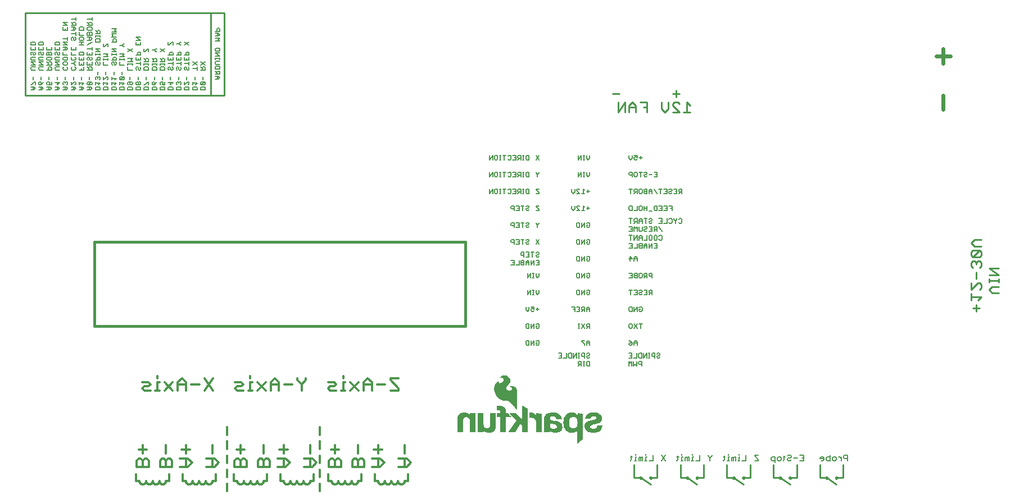
<source format=gbr>
G04 EAGLE Gerber RS-274X export*
G75*
%MOMM*%
%FSLAX34Y34*%
%LPD*%
%INSilkscreen Bottom*%
%IPPOS*%
%AMOC8*
5,1,8,0,0,1.08239X$1,22.5*%
G01*
%ADD10C,0.127000*%
%ADD11C,0.279400*%
%ADD12C,0.330200*%
%ADD13C,0.304800*%
%ADD14C,0.152400*%
%ADD15C,0.254000*%
%ADD16C,0.584200*%
%ADD17C,0.406400*%

G36*
X763474Y127730D02*
X763474Y127730D01*
X763561Y127733D01*
X763561Y127734D01*
X763562Y127734D01*
X763637Y127775D01*
X763713Y127816D01*
X763713Y127817D01*
X763714Y127817D01*
X763765Y127889D01*
X763813Y127958D01*
X763813Y127959D01*
X763814Y127966D01*
X763840Y128100D01*
X763840Y155700D01*
X763836Y155720D01*
X763837Y155747D01*
X763637Y157347D01*
X763626Y157379D01*
X763618Y157428D01*
X763118Y158828D01*
X763110Y158840D01*
X763106Y158857D01*
X762606Y159957D01*
X762588Y159981D01*
X762572Y160018D01*
X761872Y161018D01*
X761853Y161035D01*
X761842Y161054D01*
X761820Y161070D01*
X761793Y161100D01*
X760893Y161800D01*
X760882Y161805D01*
X760871Y161816D01*
X759971Y162416D01*
X759940Y162428D01*
X759901Y162453D01*
X758901Y162853D01*
X758886Y162855D01*
X758869Y162864D01*
X757869Y163164D01*
X757850Y163165D01*
X757828Y163174D01*
X756728Y163374D01*
X756699Y163373D01*
X756660Y163380D01*
X754960Y163380D01*
X754937Y163375D01*
X754906Y163376D01*
X754206Y163276D01*
X754173Y163263D01*
X754119Y163253D01*
X753629Y163057D01*
X753398Y162980D01*
X753260Y162980D01*
X753091Y162941D01*
X752958Y162831D01*
X752887Y162672D01*
X752893Y162499D01*
X752976Y162347D01*
X753118Y162247D01*
X753239Y162224D01*
X753449Y162084D01*
X753480Y162072D01*
X753568Y162031D01*
X753893Y161950D01*
X754232Y161696D01*
X754248Y161689D01*
X754264Y161674D01*
X755224Y161098D01*
X755558Y160764D01*
X755812Y160340D01*
X755980Y159838D01*
X755980Y159262D01*
X755811Y158756D01*
X755446Y158118D01*
X754999Y157581D01*
X754370Y157132D01*
X753532Y156759D01*
X752521Y156483D01*
X751021Y156577D01*
X749607Y156954D01*
X748521Y157588D01*
X747794Y158588D01*
X747346Y159663D01*
X747435Y160914D01*
X747989Y162299D01*
X749238Y163741D01*
X750929Y165431D01*
X750943Y165453D01*
X750968Y165477D01*
X752268Y167277D01*
X752274Y167292D01*
X752288Y167307D01*
X753288Y169007D01*
X753299Y169044D01*
X753331Y169118D01*
X753731Y170918D01*
X753731Y170951D01*
X753740Y171000D01*
X753740Y172700D01*
X753731Y172738D01*
X753723Y172813D01*
X753223Y174413D01*
X753203Y174447D01*
X753173Y174515D01*
X752073Y176115D01*
X752046Y176140D01*
X752012Y176185D01*
X750312Y177685D01*
X750277Y177704D01*
X750224Y177743D01*
X747924Y178843D01*
X747891Y178850D01*
X747844Y178871D01*
X745644Y179371D01*
X745606Y179371D01*
X745541Y179380D01*
X743541Y179280D01*
X743515Y179272D01*
X743478Y179271D01*
X741678Y178871D01*
X741647Y178857D01*
X741599Y178845D01*
X740099Y178145D01*
X740095Y178142D01*
X740090Y178140D01*
X739556Y177873D01*
X738890Y177540D01*
X738868Y177522D01*
X738832Y177504D01*
X738032Y176904D01*
X738017Y176886D01*
X737991Y176869D01*
X737791Y176669D01*
X737778Y176647D01*
X737758Y176631D01*
X737732Y176574D01*
X737700Y176522D01*
X737697Y176496D01*
X737687Y176472D01*
X737689Y176411D01*
X737683Y176349D01*
X737692Y176325D01*
X737693Y176299D01*
X737723Y176245D01*
X737745Y176187D01*
X737764Y176170D01*
X737776Y176147D01*
X737827Y176112D01*
X737872Y176070D01*
X737897Y176062D01*
X737918Y176047D01*
X738002Y176031D01*
X738038Y176020D01*
X738048Y176022D01*
X738060Y176020D01*
X738160Y176020D01*
X738196Y176028D01*
X738252Y176031D01*
X738638Y176128D01*
X739191Y176220D01*
X739836Y176220D01*
X740575Y176127D01*
X741414Y175848D01*
X742148Y175481D01*
X742788Y174932D01*
X743249Y174379D01*
X743512Y173940D01*
X743680Y173438D01*
X743680Y172362D01*
X743511Y171856D01*
X743139Y171206D01*
X742669Y170547D01*
X741514Y169391D01*
X740855Y168921D01*
X740180Y168535D01*
X739844Y168367D01*
X739408Y168149D01*
X738665Y167871D01*
X738033Y167780D01*
X737538Y167780D01*
X736957Y168029D01*
X736563Y168345D01*
X736312Y168846D01*
X736140Y169362D01*
X736140Y170338D01*
X736221Y170580D01*
X736223Y170601D01*
X736229Y170616D01*
X736228Y170639D01*
X736240Y170700D01*
X736240Y170900D01*
X736226Y170963D01*
X736218Y171027D01*
X736206Y171046D01*
X736201Y171069D01*
X736160Y171119D01*
X736125Y171173D01*
X736105Y171185D01*
X736091Y171202D01*
X736032Y171229D01*
X735977Y171262D01*
X735954Y171264D01*
X735932Y171273D01*
X735868Y171271D01*
X735804Y171276D01*
X735779Y171267D01*
X735759Y171267D01*
X735726Y171248D01*
X735667Y171228D01*
X733967Y170228D01*
X733939Y170201D01*
X733883Y170161D01*
X732283Y168461D01*
X732267Y168432D01*
X732235Y168398D01*
X730835Y166098D01*
X730825Y166066D01*
X730801Y166024D01*
X729801Y163124D01*
X729798Y163096D01*
X729784Y163059D01*
X729284Y159859D01*
X729287Y159826D01*
X729280Y159778D01*
X729480Y156278D01*
X729490Y156247D01*
X729493Y156201D01*
X730493Y152501D01*
X730510Y152469D01*
X730528Y152415D01*
X732528Y148815D01*
X732545Y148797D01*
X732560Y148767D01*
X733960Y146967D01*
X733972Y146957D01*
X733983Y146940D01*
X735483Y145340D01*
X735501Y145328D01*
X735518Y145306D01*
X737218Y143906D01*
X737237Y143897D01*
X737257Y143879D01*
X739157Y142679D01*
X739185Y142669D01*
X739219Y142647D01*
X741219Y141847D01*
X741231Y141845D01*
X741245Y141838D01*
X743445Y141138D01*
X743474Y141135D01*
X743513Y141123D01*
X745913Y140823D01*
X745934Y140825D01*
X745960Y140820D01*
X749713Y140820D01*
X750827Y140541D01*
X751772Y140069D01*
X752829Y139396D01*
X753791Y138530D01*
X754779Y137444D01*
X754780Y137443D01*
X754781Y137442D01*
X755975Y136148D01*
X757171Y134753D01*
X757177Y134749D01*
X757181Y134742D01*
X758380Y133443D01*
X760580Y131043D01*
X761468Y130056D01*
X762160Y129167D01*
X762166Y129161D01*
X762171Y129153D01*
X762763Y128462D01*
X763035Y128099D01*
X763119Y127931D01*
X763120Y127930D01*
X763172Y127867D01*
X763229Y127798D01*
X763230Y127797D01*
X763231Y127797D01*
X763306Y127763D01*
X763388Y127727D01*
X763389Y127726D01*
X763474Y127730D01*
G37*
G36*
X854889Y76831D02*
X854889Y76831D01*
X854961Y76833D01*
X854975Y76841D01*
X854990Y76843D01*
X855105Y76912D01*
X855113Y76916D01*
X855113Y76917D01*
X855114Y76917D01*
X856106Y77810D01*
X857098Y78603D01*
X857104Y78611D01*
X857114Y78617D01*
X858114Y79517D01*
X858120Y79525D01*
X858129Y79531D01*
X859014Y80416D01*
X859998Y81203D01*
X860004Y81211D01*
X860014Y81217D01*
X861013Y82116D01*
X861913Y82916D01*
X861913Y82917D01*
X861914Y82917D01*
X862914Y83817D01*
X862965Y83890D01*
X863013Y83958D01*
X863013Y83959D01*
X863013Y83960D01*
X863015Y83968D01*
X863040Y84100D01*
X863040Y121000D01*
X863038Y121009D01*
X863040Y121019D01*
X863018Y121093D01*
X863001Y121169D01*
X862995Y121176D01*
X862992Y121185D01*
X862940Y121243D01*
X862891Y121302D01*
X862882Y121306D01*
X862875Y121313D01*
X862743Y121371D01*
X860943Y121771D01*
X860923Y121771D01*
X860898Y121778D01*
X859920Y121876D01*
X859043Y122071D01*
X859024Y122071D01*
X859002Y122078D01*
X858122Y122176D01*
X857243Y122371D01*
X857239Y122371D01*
X857235Y122373D01*
X856235Y122573D01*
X856220Y122572D01*
X856202Y122578D01*
X855302Y122678D01*
X855231Y122669D01*
X855159Y122667D01*
X855146Y122659D01*
X855130Y122657D01*
X855070Y122618D01*
X855007Y122584D01*
X854998Y122571D01*
X854985Y122563D01*
X854949Y122501D01*
X854907Y122442D01*
X854904Y122425D01*
X854897Y122413D01*
X854894Y122374D01*
X854880Y122300D01*
X854880Y119869D01*
X854768Y120024D01*
X854757Y120033D01*
X854753Y120041D01*
X854743Y120048D01*
X854729Y120069D01*
X853829Y120969D01*
X853820Y120974D01*
X853813Y120984D01*
X852913Y121784D01*
X852886Y121798D01*
X852856Y121826D01*
X851856Y122426D01*
X851827Y122435D01*
X851790Y122457D01*
X850690Y122857D01*
X850685Y122858D01*
X850680Y122861D01*
X849480Y123261D01*
X849444Y123264D01*
X849389Y123279D01*
X848091Y123379D01*
X846892Y123479D01*
X846863Y123475D01*
X846823Y123478D01*
X843723Y123178D01*
X843691Y123167D01*
X843640Y123161D01*
X840940Y122261D01*
X840907Y122240D01*
X840846Y122214D01*
X838646Y120714D01*
X838623Y120690D01*
X838584Y120662D01*
X836784Y118762D01*
X836767Y118733D01*
X836735Y118698D01*
X835335Y116398D01*
X835325Y116368D01*
X835302Y116329D01*
X834402Y113829D01*
X834400Y113807D01*
X834388Y113780D01*
X833788Y110980D01*
X833789Y110956D01*
X833781Y110925D01*
X833581Y107925D01*
X833584Y107903D01*
X833581Y107873D01*
X833781Y105073D01*
X833788Y105050D01*
X833789Y105018D01*
X834389Y102318D01*
X834399Y102297D01*
X834404Y102267D01*
X835304Y99867D01*
X835322Y99839D01*
X835339Y99796D01*
X836739Y97596D01*
X836758Y97577D01*
X836777Y97546D01*
X838477Y95646D01*
X838508Y95624D01*
X838556Y95579D01*
X840756Y94179D01*
X840788Y94168D01*
X840831Y94142D01*
X843331Y93242D01*
X843367Y93238D01*
X843421Y93222D01*
X846321Y92922D01*
X846350Y92925D01*
X846389Y92921D01*
X847689Y93021D01*
X847704Y93025D01*
X847723Y93025D01*
X848923Y93225D01*
X848935Y93230D01*
X848952Y93231D01*
X850152Y93531D01*
X850178Y93545D01*
X850217Y93554D01*
X851317Y94054D01*
X851327Y94061D01*
X851342Y94066D01*
X852442Y94666D01*
X852456Y94679D01*
X852478Y94689D01*
X853478Y95389D01*
X853502Y95415D01*
X853544Y95447D01*
X854344Y96347D01*
X854348Y96355D01*
X854357Y96362D01*
X854480Y96516D01*
X854480Y77200D01*
X854483Y77185D01*
X854481Y77169D01*
X854503Y77101D01*
X854519Y77031D01*
X854529Y77019D01*
X854534Y77004D01*
X854584Y76953D01*
X854629Y76898D01*
X854644Y76891D01*
X854655Y76880D01*
X854722Y76856D01*
X854788Y76827D01*
X854803Y76827D01*
X854818Y76822D01*
X854889Y76831D01*
G37*
G36*
X823076Y92824D02*
X823076Y92824D01*
X823098Y92822D01*
X824098Y92922D01*
X824117Y92928D01*
X824143Y92929D01*
X825943Y93329D01*
X825958Y93336D01*
X825980Y93339D01*
X826880Y93639D01*
X826900Y93652D01*
X826930Y93660D01*
X827610Y94000D01*
X827730Y94060D01*
X827737Y94066D01*
X827749Y94070D01*
X828449Y94470D01*
X828461Y94482D01*
X828481Y94491D01*
X829181Y94991D01*
X829190Y95000D01*
X829203Y95008D01*
X829803Y95508D01*
X829826Y95538D01*
X829869Y95579D01*
X830361Y96268D01*
X830852Y96857D01*
X830868Y96888D01*
X830900Y96930D01*
X831300Y97730D01*
X831304Y97747D01*
X831316Y97767D01*
X831616Y98567D01*
X831618Y98578D01*
X831624Y98591D01*
X831924Y99591D01*
X831926Y99620D01*
X831938Y99658D01*
X832038Y100558D01*
X832038Y100562D01*
X832039Y100566D01*
X832139Y101666D01*
X832134Y101700D01*
X832137Y101751D01*
X831837Y103951D01*
X831825Y103981D01*
X831819Y104027D01*
X831219Y105727D01*
X831200Y105756D01*
X831180Y105806D01*
X830280Y107206D01*
X830252Y107233D01*
X830206Y107290D01*
X828906Y108390D01*
X828886Y108400D01*
X828866Y108420D01*
X827466Y109320D01*
X827434Y109331D01*
X827394Y109356D01*
X825794Y109956D01*
X825772Y109959D01*
X825747Y109970D01*
X824047Y110370D01*
X824036Y110370D01*
X824023Y110375D01*
X822223Y110675D01*
X822213Y110674D01*
X822202Y110678D01*
X820403Y110878D01*
X818704Y111078D01*
X817140Y111273D01*
X815877Y111662D01*
X814714Y112050D01*
X813916Y112493D01*
X813428Y113143D01*
X813340Y114019D01*
X813340Y114569D01*
X813433Y115122D01*
X813519Y115467D01*
X813700Y115830D01*
X813890Y116209D01*
X814056Y116458D01*
X814302Y116705D01*
X814551Y116871D01*
X814893Y117041D01*
X815252Y117131D01*
X815282Y117147D01*
X815330Y117160D01*
X815401Y117195D01*
X815650Y117320D01*
X815960Y117320D01*
X815990Y117327D01*
X816035Y117327D01*
X816998Y117520D01*
X818429Y117520D01*
X818991Y117426D01*
X819477Y117329D01*
X819868Y117231D01*
X819876Y117231D01*
X819885Y117227D01*
X820336Y117137D01*
X820669Y116971D01*
X820949Y116784D01*
X820969Y116776D01*
X820990Y116760D01*
X821335Y116588D01*
X821848Y116075D01*
X822220Y115330D01*
X822397Y114976D01*
X822487Y114525D01*
X822499Y114499D01*
X822507Y114459D01*
X822680Y114027D01*
X822680Y113600D01*
X822691Y113550D01*
X822693Y113499D01*
X822711Y113467D01*
X822719Y113431D01*
X822752Y113392D01*
X822776Y113347D01*
X822806Y113326D01*
X822829Y113298D01*
X822876Y113277D01*
X822918Y113247D01*
X822960Y113239D01*
X822988Y113227D01*
X823018Y113228D01*
X823060Y113220D01*
X830860Y113220D01*
X830937Y113238D01*
X831015Y113253D01*
X831021Y113257D01*
X831029Y113259D01*
X831090Y113310D01*
X831153Y113358D01*
X831157Y113365D01*
X831162Y113369D01*
X831195Y113442D01*
X831230Y113513D01*
X831230Y113521D01*
X831233Y113528D01*
X831232Y113561D01*
X831236Y113658D01*
X831036Y114958D01*
X831031Y114970D01*
X831031Y114975D01*
X831030Y114977D01*
X831029Y114992D01*
X830729Y116192D01*
X830719Y116212D01*
X830713Y116241D01*
X830313Y117241D01*
X830305Y117253D01*
X830300Y117270D01*
X829800Y118270D01*
X829787Y118286D01*
X829776Y118311D01*
X829176Y119211D01*
X829160Y119226D01*
X829146Y119250D01*
X828446Y120050D01*
X828415Y120073D01*
X828371Y120116D01*
X826571Y121316D01*
X826558Y121321D01*
X826545Y121332D01*
X825645Y121832D01*
X825637Y121834D01*
X825630Y121840D01*
X824630Y122340D01*
X824600Y122347D01*
X824560Y122367D01*
X822360Y122967D01*
X822343Y122967D01*
X822323Y122975D01*
X821123Y123175D01*
X821110Y123174D01*
X821094Y123179D01*
X819994Y123279D01*
X819993Y123279D01*
X819992Y123279D01*
X818792Y123379D01*
X818777Y123377D01*
X818760Y123380D01*
X815360Y123380D01*
X815344Y123376D01*
X815322Y123378D01*
X814322Y123278D01*
X814309Y123274D01*
X814292Y123274D01*
X812092Y122874D01*
X812089Y122873D01*
X812085Y122873D01*
X811085Y122673D01*
X811071Y122666D01*
X811051Y122664D01*
X810051Y122364D01*
X810032Y122354D01*
X810006Y122347D01*
X809106Y121947D01*
X809094Y121938D01*
X809075Y121932D01*
X808175Y121432D01*
X808159Y121417D01*
X808132Y121404D01*
X807332Y120804D01*
X807325Y120796D01*
X807313Y120789D01*
X806613Y120189D01*
X806592Y120161D01*
X806556Y120128D01*
X805956Y119328D01*
X805950Y119315D01*
X805938Y119302D01*
X805438Y118502D01*
X805425Y118465D01*
X805396Y118409D01*
X805096Y117409D01*
X805096Y117405D01*
X805093Y117400D01*
X804793Y116300D01*
X804792Y116262D01*
X804780Y116200D01*
X804780Y99338D01*
X804687Y98875D01*
X804688Y98843D01*
X804680Y98800D01*
X804680Y97538D01*
X804587Y97075D01*
X804588Y97043D01*
X804580Y97000D01*
X804580Y96647D01*
X804291Y95492D01*
X804291Y95455D01*
X804280Y95400D01*
X804280Y95162D01*
X804215Y94969D01*
X804044Y94711D01*
X804030Y94675D01*
X803999Y94620D01*
X803908Y94346D01*
X803820Y94170D01*
X803808Y94120D01*
X803787Y94072D01*
X803788Y94037D01*
X803780Y94002D01*
X803791Y93951D01*
X803793Y93899D01*
X803811Y93868D01*
X803819Y93833D01*
X803851Y93793D01*
X803876Y93747D01*
X803905Y93726D01*
X803928Y93699D01*
X803975Y93677D01*
X804018Y93647D01*
X804059Y93639D01*
X804086Y93627D01*
X804117Y93628D01*
X804160Y93620D01*
X812060Y93620D01*
X812110Y93631D01*
X812161Y93633D01*
X812193Y93651D01*
X812229Y93659D01*
X812268Y93692D01*
X812313Y93716D01*
X812334Y93746D01*
X812362Y93769D01*
X812383Y93816D01*
X812413Y93858D01*
X812421Y93900D01*
X812433Y93928D01*
X812432Y93958D01*
X812440Y94000D01*
X812440Y94049D01*
X812469Y94096D01*
X812513Y94158D01*
X812515Y94170D01*
X812520Y94178D01*
X812524Y94215D01*
X812540Y94300D01*
X812540Y94410D01*
X812573Y94475D01*
X812629Y94531D01*
X812669Y94596D01*
X812713Y94658D01*
X812715Y94670D01*
X812720Y94678D01*
X812724Y94715D01*
X812740Y94800D01*
X812740Y95049D01*
X812769Y95096D01*
X812813Y95158D01*
X812815Y95170D01*
X812820Y95178D01*
X812824Y95215D01*
X812840Y95300D01*
X812840Y95610D01*
X812900Y95730D01*
X812904Y95745D01*
X812913Y95758D01*
X812937Y95885D01*
X813291Y95531D01*
X813307Y95521D01*
X813322Y95503D01*
X813822Y95103D01*
X813843Y95093D01*
X813864Y95074D01*
X814364Y94774D01*
X814377Y94770D01*
X814390Y94760D01*
X816190Y93860D01*
X816213Y93854D01*
X816240Y93839D01*
X817440Y93439D01*
X817465Y93437D01*
X817498Y93425D01*
X818076Y93329D01*
X818756Y93134D01*
X818775Y93133D01*
X818798Y93125D01*
X819398Y93025D01*
X819402Y93025D01*
X819406Y93024D01*
X820106Y92924D01*
X820130Y92926D01*
X820160Y92920D01*
X820733Y92920D01*
X821406Y92824D01*
X821430Y92826D01*
X821460Y92820D01*
X823060Y92820D01*
X823076Y92824D01*
G37*
G36*
X760992Y93727D02*
X760992Y93727D01*
X761026Y93725D01*
X761076Y93747D01*
X761129Y93759D01*
X761154Y93780D01*
X761185Y93793D01*
X761232Y93845D01*
X761262Y93869D01*
X761269Y93885D01*
X761283Y93900D01*
X768835Y106099D01*
X771380Y103639D01*
X771380Y94100D01*
X771391Y94050D01*
X771393Y93999D01*
X771411Y93967D01*
X771419Y93931D01*
X771452Y93892D01*
X771476Y93847D01*
X771506Y93826D01*
X771529Y93798D01*
X771576Y93777D01*
X771618Y93747D01*
X771660Y93739D01*
X771688Y93727D01*
X771718Y93728D01*
X771760Y93720D01*
X779560Y93720D01*
X779610Y93731D01*
X779661Y93733D01*
X779693Y93751D01*
X779729Y93759D01*
X779768Y93792D01*
X779813Y93816D01*
X779834Y93846D01*
X779862Y93869D01*
X779883Y93916D01*
X779913Y93958D01*
X779921Y94000D01*
X779933Y94028D01*
X779932Y94058D01*
X779940Y94100D01*
X779940Y128800D01*
X779931Y128842D01*
X779931Y128884D01*
X779911Y128925D01*
X779901Y128969D01*
X779874Y129002D01*
X779855Y129040D01*
X779813Y129075D01*
X779791Y129102D01*
X779768Y129112D01*
X779744Y129133D01*
X771944Y133433D01*
X771887Y133449D01*
X771832Y133473D01*
X771804Y133472D01*
X771777Y133480D01*
X771719Y133469D01*
X771659Y133467D01*
X771634Y133453D01*
X771607Y133448D01*
X771559Y133412D01*
X771507Y133384D01*
X771491Y133361D01*
X771468Y133344D01*
X771441Y133291D01*
X771407Y133242D01*
X771401Y133211D01*
X771390Y133189D01*
X771390Y133153D01*
X771380Y133100D01*
X771380Y113138D01*
X762233Y122565D01*
X762167Y122607D01*
X762102Y122653D01*
X762093Y122654D01*
X762087Y122658D01*
X762053Y122662D01*
X761960Y122680D01*
X752760Y122680D01*
X752732Y122674D01*
X752704Y122676D01*
X752649Y122654D01*
X752591Y122641D01*
X752569Y122623D01*
X752543Y122612D01*
X752503Y122568D01*
X752458Y122531D01*
X752446Y122505D01*
X752427Y122483D01*
X752411Y122426D01*
X752387Y122372D01*
X752388Y122344D01*
X752380Y122317D01*
X752391Y122259D01*
X752393Y122199D01*
X752407Y122174D01*
X752412Y122146D01*
X752458Y122081D01*
X752476Y122047D01*
X752486Y122040D01*
X752495Y122027D01*
X762968Y111848D01*
X751244Y94311D01*
X751217Y94241D01*
X751187Y94172D01*
X751187Y94160D01*
X751183Y94149D01*
X751190Y94074D01*
X751193Y93999D01*
X751199Y93989D01*
X751200Y93977D01*
X751240Y93913D01*
X751276Y93847D01*
X751286Y93840D01*
X751292Y93830D01*
X751356Y93791D01*
X751418Y93747D01*
X751431Y93745D01*
X751440Y93739D01*
X751478Y93736D01*
X751560Y93720D01*
X760960Y93720D01*
X760992Y93727D01*
G37*
G36*
X682110Y93731D02*
X682110Y93731D01*
X682161Y93733D01*
X682193Y93751D01*
X682229Y93759D01*
X682268Y93792D01*
X682313Y93816D01*
X682334Y93846D01*
X682362Y93869D01*
X682383Y93916D01*
X682413Y93958D01*
X682421Y94000D01*
X682433Y94028D01*
X682432Y94058D01*
X682440Y94100D01*
X682440Y109989D01*
X682539Y111662D01*
X682734Y113027D01*
X683019Y114167D01*
X683473Y115075D01*
X684091Y115693D01*
X684924Y116156D01*
X685847Y116525D01*
X687061Y116619D01*
X688390Y116524D01*
X689604Y116150D01*
X690534Y115592D01*
X691358Y114860D01*
X691906Y113855D01*
X692289Y112515D01*
X692581Y110857D01*
X692680Y108890D01*
X692680Y94100D01*
X692691Y94050D01*
X692693Y93999D01*
X692711Y93967D01*
X692719Y93931D01*
X692752Y93892D01*
X692776Y93847D01*
X692806Y93826D01*
X692829Y93798D01*
X692876Y93777D01*
X692918Y93747D01*
X692960Y93739D01*
X692988Y93727D01*
X693018Y93728D01*
X693060Y93720D01*
X700860Y93720D01*
X700910Y93731D01*
X700961Y93733D01*
X700993Y93751D01*
X701029Y93759D01*
X701068Y93792D01*
X701113Y93816D01*
X701134Y93846D01*
X701162Y93869D01*
X701183Y93916D01*
X701213Y93958D01*
X701221Y94000D01*
X701233Y94028D01*
X701232Y94058D01*
X701240Y94100D01*
X701240Y118800D01*
X701239Y118805D01*
X701240Y118811D01*
X701140Y122311D01*
X701128Y122355D01*
X701127Y122401D01*
X701107Y122438D01*
X701096Y122478D01*
X701066Y122513D01*
X701044Y122553D01*
X701010Y122577D01*
X700982Y122609D01*
X700940Y122626D01*
X700902Y122653D01*
X700853Y122662D01*
X700822Y122675D01*
X700795Y122673D01*
X700760Y122680D01*
X693360Y122680D01*
X693310Y122669D01*
X693259Y122667D01*
X693227Y122649D01*
X693191Y122641D01*
X693152Y122608D01*
X693107Y122584D01*
X693086Y122554D01*
X693058Y122531D01*
X693037Y122484D01*
X693007Y122442D01*
X692999Y122400D01*
X692987Y122372D01*
X692988Y122342D01*
X692980Y122300D01*
X692980Y119432D01*
X692768Y119724D01*
X692754Y119735D01*
X692743Y119754D01*
X691843Y120754D01*
X691821Y120770D01*
X691798Y120797D01*
X690798Y121597D01*
X690781Y121605D01*
X690764Y121621D01*
X689664Y122321D01*
X689638Y122330D01*
X689606Y122351D01*
X688406Y122851D01*
X688382Y122855D01*
X688352Y122869D01*
X687152Y123169D01*
X687138Y123169D01*
X687123Y123175D01*
X685923Y123375D01*
X685909Y123374D01*
X685892Y123379D01*
X684692Y123479D01*
X684666Y123475D01*
X684633Y123479D01*
X681833Y123279D01*
X681805Y123271D01*
X681764Y123268D01*
X679464Y122668D01*
X679431Y122651D01*
X679375Y122632D01*
X677575Y121632D01*
X677547Y121606D01*
X677491Y121569D01*
X676091Y120169D01*
X676071Y120137D01*
X676032Y120093D01*
X675032Y118393D01*
X675022Y118358D01*
X674996Y118309D01*
X674396Y116309D01*
X674395Y116290D01*
X674386Y116268D01*
X673986Y114068D01*
X673987Y114045D01*
X673980Y114015D01*
X673880Y111515D01*
X673881Y111508D01*
X673880Y111500D01*
X673880Y94100D01*
X673891Y94050D01*
X673893Y93999D01*
X673911Y93967D01*
X673919Y93931D01*
X673952Y93892D01*
X673976Y93847D01*
X674006Y93826D01*
X674029Y93798D01*
X674076Y93777D01*
X674118Y93747D01*
X674160Y93739D01*
X674188Y93727D01*
X674218Y93728D01*
X674260Y93720D01*
X682060Y93720D01*
X682110Y93731D01*
G37*
G36*
X723987Y93121D02*
X723987Y93121D01*
X724015Y93129D01*
X724056Y93132D01*
X726356Y93732D01*
X726389Y93749D01*
X726445Y93768D01*
X728245Y94768D01*
X728273Y94794D01*
X728329Y94831D01*
X729729Y96231D01*
X729750Y96264D01*
X729796Y96322D01*
X730696Y98022D01*
X730702Y98046D01*
X730719Y98074D01*
X731419Y100074D01*
X731422Y100106D01*
X731437Y100149D01*
X731737Y102349D01*
X731735Y102365D01*
X731740Y102385D01*
X731840Y104885D01*
X731839Y104892D01*
X731840Y104900D01*
X731840Y122300D01*
X731829Y122350D01*
X731827Y122401D01*
X731809Y122433D01*
X731801Y122469D01*
X731768Y122508D01*
X731744Y122553D01*
X731714Y122574D01*
X731691Y122602D01*
X731644Y122623D01*
X731602Y122653D01*
X731560Y122661D01*
X731532Y122673D01*
X731502Y122672D01*
X731460Y122680D01*
X723760Y122680D01*
X723710Y122669D01*
X723659Y122667D01*
X723627Y122649D01*
X723591Y122641D01*
X723552Y122608D01*
X723507Y122584D01*
X723486Y122554D01*
X723458Y122531D01*
X723437Y122484D01*
X723407Y122442D01*
X723399Y122400D01*
X723387Y122372D01*
X723388Y122342D01*
X723380Y122300D01*
X723380Y106411D01*
X723281Y104738D01*
X723088Y103388D01*
X722708Y102246D01*
X722241Y101312D01*
X721705Y100687D01*
X720900Y100151D01*
X719894Y99876D01*
X718757Y99781D01*
X717334Y99876D01*
X716212Y100250D01*
X715190Y100808D01*
X714468Y101530D01*
X713908Y102556D01*
X713429Y103898D01*
X713140Y105533D01*
X713140Y122300D01*
X713129Y122350D01*
X713127Y122401D01*
X713109Y122433D01*
X713101Y122469D01*
X713068Y122508D01*
X713044Y122553D01*
X713014Y122574D01*
X712991Y122602D01*
X712944Y122623D01*
X712902Y122653D01*
X712860Y122661D01*
X712832Y122673D01*
X712802Y122672D01*
X712760Y122680D01*
X704960Y122680D01*
X704910Y122669D01*
X704859Y122667D01*
X704827Y122649D01*
X704791Y122641D01*
X704752Y122608D01*
X704707Y122584D01*
X704686Y122554D01*
X704658Y122531D01*
X704637Y122484D01*
X704607Y122442D01*
X704599Y122400D01*
X704587Y122372D01*
X704588Y122342D01*
X704580Y122300D01*
X704580Y97600D01*
X704581Y97595D01*
X704580Y97589D01*
X704680Y94089D01*
X704692Y94045D01*
X704693Y93999D01*
X704713Y93962D01*
X704724Y93922D01*
X704754Y93887D01*
X704776Y93847D01*
X704810Y93823D01*
X704838Y93791D01*
X704880Y93774D01*
X704918Y93747D01*
X704967Y93738D01*
X704998Y93725D01*
X705025Y93727D01*
X705060Y93720D01*
X712460Y93720D01*
X712510Y93731D01*
X712561Y93733D01*
X712593Y93751D01*
X712629Y93759D01*
X712668Y93792D01*
X712713Y93816D01*
X712734Y93846D01*
X712762Y93869D01*
X712783Y93916D01*
X712813Y93958D01*
X712821Y94000D01*
X712833Y94028D01*
X712832Y94058D01*
X712840Y94100D01*
X712840Y96831D01*
X712952Y96676D01*
X712972Y96660D01*
X712991Y96631D01*
X713991Y95631D01*
X714007Y95621D01*
X714022Y95603D01*
X715022Y94803D01*
X715039Y94795D01*
X715056Y94779D01*
X716156Y94079D01*
X716178Y94071D01*
X716203Y94054D01*
X717303Y93554D01*
X717331Y93548D01*
X717368Y93531D01*
X718568Y93231D01*
X718584Y93231D01*
X718602Y93224D01*
X719902Y93024D01*
X719914Y93025D01*
X719928Y93021D01*
X721128Y92921D01*
X721154Y92925D01*
X721187Y92921D01*
X723987Y93121D01*
G37*
G36*
X881176Y93020D02*
X881176Y93020D01*
X881196Y93026D01*
X881223Y93025D01*
X883623Y93425D01*
X883644Y93434D01*
X883675Y93438D01*
X885875Y94138D01*
X885897Y94151D01*
X885930Y94160D01*
X886571Y94480D01*
X887331Y94860D01*
X887331Y94861D01*
X887930Y95160D01*
X887953Y95179D01*
X887991Y95198D01*
X889691Y96498D01*
X889715Y96527D01*
X889762Y96569D01*
X891062Y98269D01*
X891078Y98304D01*
X891112Y98356D01*
X892012Y100556D01*
X892017Y100591D01*
X892035Y100640D01*
X892435Y103140D01*
X892430Y103220D01*
X892427Y103301D01*
X892424Y103306D01*
X892423Y103313D01*
X892382Y103382D01*
X892344Y103453D01*
X892339Y103457D01*
X892335Y103462D01*
X892268Y103507D01*
X892202Y103553D01*
X892195Y103554D01*
X892191Y103557D01*
X892160Y103561D01*
X892060Y103580D01*
X884660Y103580D01*
X884627Y103573D01*
X884593Y103574D01*
X884544Y103553D01*
X884491Y103541D01*
X884465Y103519D01*
X884434Y103506D01*
X884399Y103465D01*
X884358Y103431D01*
X884344Y103400D01*
X884322Y103374D01*
X884303Y103308D01*
X884287Y103272D01*
X884287Y103263D01*
X884286Y103259D01*
X884286Y103250D01*
X884281Y103234D01*
X884186Y102190D01*
X883826Y101288D01*
X883280Y100560D01*
X882540Y99913D01*
X881711Y99452D01*
X880768Y99169D01*
X879807Y98977D01*
X878644Y98880D01*
X877902Y98880D01*
X877048Y99070D01*
X876293Y99259D01*
X875540Y99635D01*
X874906Y99997D01*
X874392Y100597D01*
X874125Y101308D01*
X873951Y102095D01*
X874116Y102757D01*
X874451Y103343D01*
X875161Y103875D01*
X875383Y103986D01*
X875383Y103987D01*
X876118Y104354D01*
X877283Y104839D01*
X878750Y105231D01*
X880543Y105629D01*
X880547Y105631D01*
X880552Y105631D01*
X884152Y106531D01*
X884159Y106534D01*
X884167Y106535D01*
X885867Y107035D01*
X885881Y107043D01*
X885901Y107047D01*
X887401Y107647D01*
X887417Y107658D01*
X887440Y107665D01*
X888740Y108365D01*
X888764Y108386D01*
X888803Y108408D01*
X890003Y109408D01*
X890025Y109436D01*
X890064Y109472D01*
X890964Y110672D01*
X890980Y110708D01*
X891018Y110772D01*
X891518Y112172D01*
X891522Y112207D01*
X891528Y112224D01*
X891535Y112240D01*
X891535Y112246D01*
X891538Y112256D01*
X891738Y113956D01*
X891734Y113991D01*
X891738Y114045D01*
X891438Y116545D01*
X891428Y116571D01*
X891427Y116596D01*
X891422Y116606D01*
X891419Y116626D01*
X890719Y118626D01*
X890701Y118653D01*
X890655Y118740D01*
X889355Y120340D01*
X889326Y120362D01*
X889288Y120404D01*
X887688Y121604D01*
X887656Y121618D01*
X887614Y121647D01*
X885814Y122447D01*
X885792Y122452D01*
X885764Y122466D01*
X883664Y123066D01*
X883641Y123067D01*
X883611Y123077D01*
X881411Y123377D01*
X881396Y123375D01*
X881377Y123380D01*
X879077Y123480D01*
X879062Y123477D01*
X879043Y123480D01*
X876743Y123380D01*
X876727Y123375D01*
X876706Y123376D01*
X874606Y123076D01*
X874585Y123068D01*
X874556Y123066D01*
X872456Y122466D01*
X872430Y122451D01*
X872390Y122440D01*
X871829Y122160D01*
X871068Y121779D01*
X870590Y121540D01*
X870568Y121522D01*
X870532Y121504D01*
X868932Y120304D01*
X868907Y120274D01*
X868856Y120228D01*
X867656Y118628D01*
X867643Y118599D01*
X867616Y118563D01*
X866716Y116663D01*
X866709Y116628D01*
X866688Y116578D01*
X866188Y114178D01*
X866188Y114175D01*
X866187Y114172D01*
X866190Y114088D01*
X866192Y114004D01*
X866193Y114002D01*
X866193Y113999D01*
X866233Y113925D01*
X866273Y113851D01*
X866275Y113849D01*
X866276Y113847D01*
X866344Y113799D01*
X866413Y113749D01*
X866416Y113749D01*
X866418Y113747D01*
X866560Y113720D01*
X873960Y113720D01*
X873973Y113723D01*
X873987Y113721D01*
X874057Y113742D01*
X874129Y113759D01*
X874139Y113768D01*
X874152Y113772D01*
X874206Y113823D01*
X874262Y113869D01*
X874268Y113882D01*
X874278Y113891D01*
X874333Y114025D01*
X874523Y114976D01*
X874887Y115703D01*
X875341Y116339D01*
X875870Y116780D01*
X876140Y116915D01*
X876588Y117139D01*
X877443Y117329D01*
X878302Y117520D01*
X879936Y117520D01*
X880709Y117423D01*
X881381Y117327D01*
X881999Y117151D01*
X882518Y116805D01*
X882848Y116475D01*
X883101Y115967D01*
X883270Y115291D01*
X883107Y114472D01*
X882605Y113887D01*
X881775Y113333D01*
X880725Y112856D01*
X879467Y112469D01*
X877985Y112173D01*
X877978Y112169D01*
X877968Y112169D01*
X876381Y111772D01*
X874694Y111474D01*
X874674Y111466D01*
X874647Y111463D01*
X873051Y110964D01*
X871353Y110465D01*
X871339Y110457D01*
X871319Y110453D01*
X869819Y109853D01*
X869796Y109837D01*
X869761Y109824D01*
X868461Y109024D01*
X868444Y109007D01*
X868417Y108992D01*
X867217Y107992D01*
X867193Y107961D01*
X867147Y107916D01*
X866247Y106616D01*
X866233Y106580D01*
X866199Y106520D01*
X865699Y105020D01*
X865696Y104987D01*
X865682Y104942D01*
X865482Y103142D01*
X865486Y103107D01*
X865482Y103055D01*
X865782Y100555D01*
X865795Y100520D01*
X865805Y100465D01*
X866605Y98365D01*
X866627Y98332D01*
X866658Y98269D01*
X867958Y96569D01*
X867982Y96549D01*
X868010Y96514D01*
X869610Y95114D01*
X869643Y95096D01*
X869690Y95060D01*
X871690Y94060D01*
X871720Y94053D01*
X871760Y94033D01*
X873960Y93433D01*
X873976Y93433D01*
X873995Y93425D01*
X876295Y93025D01*
X876317Y93027D01*
X876344Y93020D01*
X878744Y92920D01*
X878758Y92923D01*
X878776Y92920D01*
X881176Y93020D01*
G37*
G36*
X746910Y93731D02*
X746910Y93731D01*
X746961Y93733D01*
X746993Y93751D01*
X747029Y93759D01*
X747068Y93792D01*
X747113Y93816D01*
X747134Y93846D01*
X747162Y93869D01*
X747183Y93916D01*
X747213Y93958D01*
X747221Y94000D01*
X747233Y94028D01*
X747232Y94058D01*
X747240Y94100D01*
X747240Y116720D01*
X754560Y116720D01*
X754585Y116726D01*
X754611Y116723D01*
X754669Y116745D01*
X754729Y116759D01*
X754749Y116776D01*
X754773Y116785D01*
X754815Y116830D01*
X754862Y116869D01*
X754873Y116893D01*
X754890Y116912D01*
X754908Y116971D01*
X754933Y117028D01*
X754932Y117053D01*
X754940Y117078D01*
X754929Y117139D01*
X754927Y117201D01*
X754914Y117223D01*
X754910Y117249D01*
X754862Y117320D01*
X754844Y117353D01*
X754836Y117359D01*
X754829Y117369D01*
X754129Y118069D01*
X754118Y118076D01*
X754107Y118089D01*
X753430Y118670D01*
X752849Y119347D01*
X752828Y119362D01*
X752807Y119389D01*
X752130Y119970D01*
X751549Y120647D01*
X751528Y120662D01*
X751507Y120689D01*
X750818Y121279D01*
X749529Y122569D01*
X749464Y122609D01*
X749402Y122653D01*
X749390Y122655D01*
X749382Y122660D01*
X749345Y122664D01*
X749260Y122680D01*
X747240Y122680D01*
X747240Y124500D01*
X747238Y124509D01*
X747240Y124521D01*
X747140Y126321D01*
X747130Y126355D01*
X747125Y126407D01*
X746625Y128107D01*
X746611Y128132D01*
X746600Y128170D01*
X745900Y129570D01*
X745881Y129594D01*
X745861Y129632D01*
X744861Y130932D01*
X744831Y130957D01*
X744781Y131009D01*
X743381Y132009D01*
X743357Y132019D01*
X743330Y132040D01*
X741730Y132840D01*
X741694Y132849D01*
X741685Y132852D01*
X741677Y132858D01*
X741668Y132860D01*
X741638Y132872D01*
X739738Y133272D01*
X739718Y133272D01*
X739693Y133279D01*
X737393Y133479D01*
X737378Y133477D01*
X737360Y133480D01*
X735860Y133480D01*
X735830Y133473D01*
X735785Y133473D01*
X735322Y133380D01*
X734260Y133380D01*
X734230Y133373D01*
X734185Y133373D01*
X733722Y133280D01*
X733260Y133280D01*
X733210Y133269D01*
X733159Y133267D01*
X733127Y133249D01*
X733091Y133241D01*
X733052Y133208D01*
X733007Y133184D01*
X732986Y133154D01*
X732958Y133131D01*
X732937Y133084D01*
X732907Y133042D01*
X732899Y133000D01*
X732887Y132972D01*
X732887Y132959D01*
X732887Y132958D01*
X732887Y132940D01*
X732880Y132900D01*
X732880Y127100D01*
X732882Y127090D01*
X732880Y127080D01*
X732902Y127006D01*
X732919Y126931D01*
X732926Y126923D01*
X732929Y126913D01*
X732980Y126857D01*
X733029Y126798D01*
X733039Y126793D01*
X733046Y126786D01*
X733117Y126758D01*
X733188Y126727D01*
X733198Y126727D01*
X733208Y126723D01*
X733352Y126731D01*
X733707Y126820D01*
X735460Y126820D01*
X735497Y126828D01*
X735580Y126839D01*
X735822Y126920D01*
X736133Y126920D01*
X736803Y126824D01*
X737368Y126730D01*
X737855Y126568D01*
X738172Y126250D01*
X738419Y125921D01*
X738588Y125412D01*
X738680Y124773D01*
X738680Y122680D01*
X733760Y122680D01*
X733710Y122669D01*
X733659Y122667D01*
X733627Y122649D01*
X733591Y122641D01*
X733552Y122608D01*
X733507Y122584D01*
X733486Y122554D01*
X733458Y122531D01*
X733437Y122484D01*
X733407Y122442D01*
X733399Y122400D01*
X733387Y122372D01*
X733388Y122342D01*
X733380Y122300D01*
X733380Y117100D01*
X733391Y117050D01*
X733393Y116999D01*
X733411Y116967D01*
X733419Y116931D01*
X733452Y116892D01*
X733476Y116847D01*
X733506Y116826D01*
X733529Y116798D01*
X733576Y116777D01*
X733618Y116747D01*
X733660Y116739D01*
X733688Y116727D01*
X733718Y116728D01*
X733760Y116720D01*
X738680Y116720D01*
X738680Y94100D01*
X738691Y94050D01*
X738693Y93999D01*
X738711Y93967D01*
X738719Y93931D01*
X738752Y93892D01*
X738776Y93847D01*
X738806Y93826D01*
X738829Y93798D01*
X738876Y93777D01*
X738918Y93747D01*
X738960Y93739D01*
X738988Y93727D01*
X739018Y93728D01*
X739060Y93720D01*
X746860Y93720D01*
X746910Y93731D01*
G37*
G36*
X800910Y93631D02*
X800910Y93631D01*
X800961Y93633D01*
X800993Y93651D01*
X801029Y93659D01*
X801068Y93692D01*
X801113Y93716D01*
X801134Y93746D01*
X801162Y93769D01*
X801183Y93816D01*
X801213Y93858D01*
X801221Y93900D01*
X801233Y93928D01*
X801232Y93958D01*
X801240Y94000D01*
X801240Y117600D01*
X801239Y117605D01*
X801240Y117611D01*
X801140Y121011D01*
X801139Y121015D01*
X801140Y121019D01*
X801128Y121059D01*
X801127Y121098D01*
X801108Y121134D01*
X801096Y121179D01*
X801093Y121182D01*
X801092Y121185D01*
X801061Y121219D01*
X801044Y121251D01*
X801014Y121272D01*
X800982Y121309D01*
X800978Y121311D01*
X800975Y121313D01*
X800922Y121337D01*
X800902Y121350D01*
X800881Y121355D01*
X800843Y121371D01*
X799943Y121571D01*
X799923Y121571D01*
X799898Y121578D01*
X798920Y121676D01*
X798043Y121871D01*
X797143Y122071D01*
X797124Y122071D01*
X797102Y122078D01*
X796222Y122176D01*
X795343Y122371D01*
X795339Y122371D01*
X795335Y122373D01*
X794335Y122573D01*
X794320Y122572D01*
X794302Y122578D01*
X793402Y122678D01*
X793331Y122669D01*
X793259Y122667D01*
X793246Y122659D01*
X793230Y122657D01*
X793170Y122618D01*
X793107Y122584D01*
X793098Y122571D01*
X793085Y122563D01*
X793049Y122501D01*
X793007Y122442D01*
X793004Y122425D01*
X792997Y122413D01*
X792994Y122374D01*
X792980Y122300D01*
X792980Y118598D01*
X792968Y118624D01*
X792168Y119724D01*
X792161Y119729D01*
X792161Y119730D01*
X792159Y119731D01*
X792148Y119741D01*
X792129Y119769D01*
X791129Y120769D01*
X791109Y120781D01*
X791088Y120804D01*
X789888Y121704D01*
X789870Y121712D01*
X789852Y121728D01*
X788652Y122428D01*
X788636Y122433D01*
X788619Y122445D01*
X787319Y123045D01*
X787286Y123052D01*
X787240Y123072D01*
X785840Y123372D01*
X785816Y123371D01*
X785785Y123379D01*
X784285Y123479D01*
X784274Y123478D01*
X784260Y123480D01*
X783660Y123480D01*
X783645Y123477D01*
X783630Y123479D01*
X783498Y123442D01*
X783491Y123441D01*
X783491Y123440D01*
X783490Y123440D01*
X783370Y123380D01*
X783260Y123380D01*
X783223Y123372D01*
X783140Y123361D01*
X782898Y123280D01*
X782760Y123280D01*
X782745Y123277D01*
X782730Y123279D01*
X782598Y123242D01*
X782591Y123241D01*
X782591Y123240D01*
X782590Y123240D01*
X782589Y123240D01*
X782390Y123140D01*
X782351Y123108D01*
X782307Y123084D01*
X782286Y123053D01*
X782257Y123029D01*
X782236Y122983D01*
X782207Y122942D01*
X782199Y122899D01*
X782186Y122871D01*
X782188Y122841D01*
X782180Y122800D01*
X782180Y115600D01*
X782185Y115576D01*
X782183Y115551D01*
X782205Y115492D01*
X782219Y115431D01*
X782235Y115412D01*
X782244Y115389D01*
X782290Y115346D01*
X782329Y115298D01*
X782352Y115287D01*
X782371Y115270D01*
X782430Y115252D01*
X782488Y115227D01*
X782513Y115228D01*
X782537Y115220D01*
X782624Y115232D01*
X782661Y115233D01*
X782669Y115238D01*
X782680Y115239D01*
X782922Y115320D01*
X783160Y115320D01*
X783196Y115328D01*
X783252Y115331D01*
X783607Y115420D01*
X784260Y115420D01*
X784296Y115428D01*
X784352Y115431D01*
X784707Y115520D01*
X785341Y115520D01*
X787284Y115325D01*
X788798Y114852D01*
X790112Y114007D01*
X791055Y112970D01*
X791811Y111741D01*
X792290Y110210D01*
X792582Y108556D01*
X792680Y106790D01*
X792680Y94000D01*
X792691Y93950D01*
X792693Y93899D01*
X792711Y93867D01*
X792719Y93831D01*
X792752Y93792D01*
X792776Y93747D01*
X792806Y93726D01*
X792829Y93698D01*
X792876Y93677D01*
X792918Y93647D01*
X792960Y93639D01*
X792988Y93627D01*
X793018Y93628D01*
X793060Y93620D01*
X800860Y93620D01*
X800910Y93631D01*
G37*
%LPC*%
G36*
X846758Y99672D02*
X846758Y99672D01*
X845452Y100232D01*
X844325Y101076D01*
X843488Y102099D01*
X842916Y103435D01*
X842433Y104885D01*
X842239Y106435D01*
X842141Y108100D01*
X842239Y109766D01*
X842433Y111417D01*
X842912Y112854D01*
X843585Y114199D01*
X844432Y115328D01*
X845542Y116161D01*
X846846Y116627D01*
X848559Y116817D01*
X850177Y116627D01*
X851573Y116161D01*
X852584Y115335D01*
X853435Y114199D01*
X854103Y112865D01*
X854210Y112463D01*
X854210Y112462D01*
X854311Y112082D01*
X854413Y111702D01*
X854488Y111418D01*
X854782Y109756D01*
X854879Y108100D01*
X854782Y106446D01*
X854489Y104884D01*
X854103Y103435D01*
X853439Y102108D01*
X852595Y101076D01*
X851472Y100234D01*
X850066Y99672D01*
X848459Y99483D01*
X846758Y99672D01*
G37*
%LPD*%
%LPC*%
G36*
X818198Y98880D02*
X818198Y98880D01*
X817243Y99071D01*
X816503Y99256D01*
X815849Y99630D01*
X815839Y99633D01*
X815830Y99640D01*
X815285Y99913D01*
X814844Y100354D01*
X814457Y100838D01*
X814092Y101294D01*
X813913Y101741D01*
X813905Y101753D01*
X813900Y101770D01*
X813623Y102324D01*
X813533Y102775D01*
X813340Y103738D01*
X813340Y107123D01*
X813549Y106984D01*
X813580Y106972D01*
X813668Y106931D01*
X814454Y106735D01*
X814740Y106639D01*
X814761Y106637D01*
X814785Y106627D01*
X815277Y106529D01*
X816068Y106331D01*
X816104Y106331D01*
X816160Y106320D01*
X816613Y106320D01*
X816968Y106231D01*
X816976Y106231D01*
X816985Y106227D01*
X817485Y106127D01*
X817517Y106128D01*
X817560Y106120D01*
X817922Y106120D01*
X818877Y105929D01*
X819268Y105831D01*
X819276Y105831D01*
X819285Y105827D01*
X819777Y105729D01*
X820568Y105531D01*
X820927Y105441D01*
X821290Y105260D01*
X821323Y105252D01*
X821368Y105231D01*
X821727Y105141D01*
X822069Y104971D01*
X822318Y104805D01*
X822865Y104258D01*
X823231Y103709D01*
X823401Y103367D01*
X823489Y103017D01*
X823580Y102562D01*
X823580Y101638D01*
X823489Y101183D01*
X823401Y100833D01*
X823231Y100491D01*
X822865Y99942D01*
X822618Y99696D01*
X822369Y99530D01*
X822014Y99352D01*
X821740Y99261D01*
X821720Y99249D01*
X821703Y99245D01*
X821701Y99243D01*
X821690Y99240D01*
X821327Y99059D01*
X820977Y98971D01*
X820522Y98880D01*
X818198Y98880D01*
G37*
%LPD*%
D10*
X792229Y230891D02*
X793373Y232035D01*
X795661Y232035D01*
X796805Y230891D01*
X796805Y226315D01*
X795661Y225171D01*
X793373Y225171D01*
X792229Y226315D01*
X792229Y228603D01*
X794517Y228603D01*
X789321Y225171D02*
X789321Y232035D01*
X784745Y225171D01*
X784745Y232035D01*
X781837Y232035D02*
X781837Y225171D01*
X778405Y225171D01*
X777261Y226315D01*
X777261Y230891D01*
X778405Y232035D01*
X781837Y232035D01*
X792229Y256291D02*
X793373Y257435D01*
X795661Y257435D01*
X796805Y256291D01*
X796805Y251715D01*
X795661Y250571D01*
X793373Y250571D01*
X792229Y251715D01*
X792229Y254003D01*
X794517Y254003D01*
X789321Y250571D02*
X789321Y257435D01*
X784745Y250571D01*
X784745Y257435D01*
X781837Y257435D02*
X781837Y250571D01*
X778405Y250571D01*
X777261Y251715D01*
X777261Y256291D01*
X778405Y257435D01*
X781837Y257435D01*
X792229Y279403D02*
X796805Y279403D01*
X794517Y281691D02*
X794517Y277115D01*
X789321Y282835D02*
X784745Y282835D01*
X789321Y282835D02*
X789321Y279403D01*
X787033Y280547D01*
X785889Y280547D01*
X784745Y279403D01*
X784745Y277115D01*
X785889Y275971D01*
X788177Y275971D01*
X789321Y277115D01*
X781837Y278259D02*
X781837Y282835D01*
X781837Y278259D02*
X779549Y275971D01*
X777261Y278259D01*
X777261Y282835D01*
X796805Y303659D02*
X796805Y308235D01*
X796805Y303659D02*
X794517Y301371D01*
X792229Y303659D01*
X792229Y308235D01*
X789321Y301371D02*
X787033Y301371D01*
X788177Y301371D02*
X788177Y308235D01*
X789321Y308235D02*
X787033Y308235D01*
X784331Y308235D02*
X784331Y301371D01*
X779756Y301371D02*
X784331Y308235D01*
X779756Y308235D02*
X779756Y301371D01*
X796805Y329059D02*
X796805Y333635D01*
X796805Y329059D02*
X794517Y326771D01*
X792229Y329059D01*
X792229Y333635D01*
X789321Y326771D02*
X787033Y326771D01*
X788177Y326771D02*
X788177Y333635D01*
X789321Y333635D02*
X787033Y333635D01*
X784331Y333635D02*
X784331Y326771D01*
X779756Y326771D02*
X784331Y333635D01*
X779756Y333635D02*
X779756Y326771D01*
X792229Y363987D02*
X793373Y365131D01*
X795661Y365131D01*
X796805Y363987D01*
X796805Y362843D01*
X795661Y361699D01*
X793373Y361699D01*
X792229Y360555D01*
X792229Y359411D01*
X793373Y358267D01*
X795661Y358267D01*
X796805Y359411D01*
X787033Y358267D02*
X787033Y365131D01*
X789321Y365131D02*
X784745Y365131D01*
X781837Y365131D02*
X777261Y365131D01*
X781837Y365131D02*
X781837Y358267D01*
X777261Y358267D01*
X779549Y361699D02*
X781837Y361699D01*
X774353Y358267D02*
X774353Y365131D01*
X770921Y365131D01*
X769777Y363987D01*
X769777Y361699D01*
X770921Y360555D01*
X774353Y360555D01*
X792229Y352939D02*
X796805Y352939D01*
X796805Y346075D01*
X792229Y346075D01*
X794517Y349507D02*
X796805Y349507D01*
X789321Y346075D02*
X789321Y352939D01*
X784745Y346075D01*
X784745Y352939D01*
X781837Y350651D02*
X781837Y346075D01*
X781837Y350651D02*
X779549Y352939D01*
X777261Y350651D01*
X777261Y346075D01*
X777261Y349507D02*
X781837Y349507D01*
X774353Y346075D02*
X774353Y352939D01*
X770921Y352939D01*
X769777Y351795D01*
X769777Y350651D01*
X770921Y349507D01*
X769777Y348363D01*
X769777Y347219D01*
X770921Y346075D01*
X774353Y346075D01*
X774353Y349507D02*
X770921Y349507D01*
X766868Y352939D02*
X766868Y346075D01*
X762292Y346075D01*
X759384Y352939D02*
X754808Y352939D01*
X759384Y352939D02*
X759384Y346075D01*
X754808Y346075D01*
X757096Y349507D02*
X759384Y349507D01*
X792229Y377571D02*
X796805Y384435D01*
X792229Y384435D02*
X796805Y377571D01*
X778405Y384435D02*
X777261Y383291D01*
X778405Y384435D02*
X780693Y384435D01*
X781837Y383291D01*
X781837Y382147D01*
X780693Y381003D01*
X778405Y381003D01*
X777261Y379859D01*
X777261Y378715D01*
X778405Y377571D01*
X780693Y377571D01*
X781837Y378715D01*
X772065Y377571D02*
X772065Y384435D01*
X774353Y384435D02*
X769777Y384435D01*
X766868Y384435D02*
X762292Y384435D01*
X766868Y384435D02*
X766868Y377571D01*
X762292Y377571D01*
X764580Y381003D02*
X766868Y381003D01*
X759384Y377571D02*
X759384Y384435D01*
X755952Y384435D01*
X754808Y383291D01*
X754808Y381003D01*
X755952Y379859D01*
X759384Y379859D01*
X796805Y408691D02*
X796805Y409835D01*
X796805Y408691D02*
X794517Y406403D01*
X792229Y408691D01*
X792229Y409835D01*
X794517Y406403D02*
X794517Y402971D01*
X778405Y409835D02*
X777261Y408691D01*
X778405Y409835D02*
X780693Y409835D01*
X781837Y408691D01*
X781837Y407547D01*
X780693Y406403D01*
X778405Y406403D01*
X777261Y405259D01*
X777261Y404115D01*
X778405Y402971D01*
X780693Y402971D01*
X781837Y404115D01*
X772065Y402971D02*
X772065Y409835D01*
X774353Y409835D02*
X769777Y409835D01*
X766868Y409835D02*
X762292Y409835D01*
X766868Y409835D02*
X766868Y402971D01*
X762292Y402971D01*
X764580Y406403D02*
X766868Y406403D01*
X759384Y402971D02*
X759384Y409835D01*
X755952Y409835D01*
X754808Y408691D01*
X754808Y406403D01*
X755952Y405259D01*
X759384Y405259D01*
X792229Y435235D02*
X796805Y435235D01*
X792229Y435235D02*
X792229Y434091D01*
X796805Y429515D01*
X796805Y428371D01*
X792229Y428371D01*
X778405Y435235D02*
X777261Y434091D01*
X778405Y435235D02*
X780693Y435235D01*
X781837Y434091D01*
X781837Y432947D01*
X780693Y431803D01*
X778405Y431803D01*
X777261Y430659D01*
X777261Y429515D01*
X778405Y428371D01*
X780693Y428371D01*
X781837Y429515D01*
X772065Y428371D02*
X772065Y435235D01*
X774353Y435235D02*
X769777Y435235D01*
X766868Y435235D02*
X762292Y435235D01*
X766868Y435235D02*
X766868Y428371D01*
X762292Y428371D01*
X764580Y431803D02*
X766868Y431803D01*
X759384Y428371D02*
X759384Y435235D01*
X755952Y435235D01*
X754808Y434091D01*
X754808Y431803D01*
X755952Y430659D01*
X759384Y430659D01*
X792229Y460635D02*
X796805Y460635D01*
X792229Y460635D02*
X792229Y459491D01*
X796805Y454915D01*
X796805Y453771D01*
X792229Y453771D01*
X781837Y453771D02*
X781837Y460635D01*
X781837Y453771D02*
X778405Y453771D01*
X777261Y454915D01*
X777261Y459491D01*
X778405Y460635D01*
X781837Y460635D01*
X774353Y453771D02*
X772065Y453771D01*
X773209Y453771D02*
X773209Y460635D01*
X774353Y460635D02*
X772065Y460635D01*
X769363Y460635D02*
X769363Y453771D01*
X769363Y460635D02*
X765931Y460635D01*
X764787Y459491D01*
X764787Y457203D01*
X765931Y456059D01*
X769363Y456059D01*
X767075Y456059D02*
X764787Y453771D01*
X761879Y460635D02*
X757303Y460635D01*
X761879Y460635D02*
X761879Y453771D01*
X757303Y453771D01*
X759591Y457203D02*
X761879Y457203D01*
X750963Y460635D02*
X749819Y459491D01*
X750963Y460635D02*
X753251Y460635D01*
X754395Y459491D01*
X754395Y454915D01*
X753251Y453771D01*
X750963Y453771D01*
X749819Y454915D01*
X744623Y453771D02*
X744623Y460635D01*
X746911Y460635D02*
X742335Y460635D01*
X739426Y453771D02*
X737139Y453771D01*
X738283Y453771D02*
X738283Y460635D01*
X739426Y460635D02*
X737139Y460635D01*
X733293Y460635D02*
X731005Y460635D01*
X733293Y460635D02*
X734437Y459491D01*
X734437Y454915D01*
X733293Y453771D01*
X731005Y453771D01*
X729861Y454915D01*
X729861Y459491D01*
X731005Y460635D01*
X726953Y460635D02*
X726953Y453771D01*
X722377Y453771D02*
X726953Y460635D01*
X722377Y460635D02*
X722377Y453771D01*
X796805Y484891D02*
X796805Y486035D01*
X796805Y484891D02*
X794517Y482603D01*
X792229Y484891D01*
X792229Y486035D01*
X794517Y482603D02*
X794517Y479171D01*
X781837Y479171D02*
X781837Y486035D01*
X781837Y479171D02*
X778405Y479171D01*
X777261Y480315D01*
X777261Y484891D01*
X778405Y486035D01*
X781837Y486035D01*
X774353Y479171D02*
X772065Y479171D01*
X773209Y479171D02*
X773209Y486035D01*
X774353Y486035D02*
X772065Y486035D01*
X769363Y486035D02*
X769363Y479171D01*
X769363Y486035D02*
X765931Y486035D01*
X764787Y484891D01*
X764787Y482603D01*
X765931Y481459D01*
X769363Y481459D01*
X767075Y481459D02*
X764787Y479171D01*
X761879Y486035D02*
X757303Y486035D01*
X761879Y486035D02*
X761879Y479171D01*
X757303Y479171D01*
X759591Y482603D02*
X761879Y482603D01*
X750963Y486035D02*
X749819Y484891D01*
X750963Y486035D02*
X753251Y486035D01*
X754395Y484891D01*
X754395Y480315D01*
X753251Y479171D01*
X750963Y479171D01*
X749819Y480315D01*
X744623Y479171D02*
X744623Y486035D01*
X746911Y486035D02*
X742335Y486035D01*
X739426Y479171D02*
X737139Y479171D01*
X738283Y479171D02*
X738283Y486035D01*
X739426Y486035D02*
X737139Y486035D01*
X733293Y486035D02*
X731005Y486035D01*
X733293Y486035D02*
X734437Y484891D01*
X734437Y480315D01*
X733293Y479171D01*
X731005Y479171D01*
X729861Y480315D01*
X729861Y484891D01*
X731005Y486035D01*
X726953Y486035D02*
X726953Y479171D01*
X722377Y479171D02*
X726953Y486035D01*
X722377Y486035D02*
X722377Y479171D01*
X792229Y504571D02*
X796805Y511435D01*
X792229Y511435D02*
X796805Y504571D01*
X781837Y504571D02*
X781837Y511435D01*
X781837Y504571D02*
X778405Y504571D01*
X777261Y505715D01*
X777261Y510291D01*
X778405Y511435D01*
X781837Y511435D01*
X774353Y504571D02*
X772065Y504571D01*
X773209Y504571D02*
X773209Y511435D01*
X774353Y511435D02*
X772065Y511435D01*
X769363Y511435D02*
X769363Y504571D01*
X769363Y511435D02*
X765931Y511435D01*
X764787Y510291D01*
X764787Y508003D01*
X765931Y506859D01*
X769363Y506859D01*
X767075Y506859D02*
X764787Y504571D01*
X761879Y511435D02*
X757303Y511435D01*
X761879Y511435D02*
X761879Y504571D01*
X757303Y504571D01*
X759591Y508003D02*
X761879Y508003D01*
X750963Y511435D02*
X749819Y510291D01*
X750963Y511435D02*
X753251Y511435D01*
X754395Y510291D01*
X754395Y505715D01*
X753251Y504571D01*
X750963Y504571D01*
X749819Y505715D01*
X744623Y504571D02*
X744623Y511435D01*
X746911Y511435D02*
X742335Y511435D01*
X739426Y504571D02*
X737139Y504571D01*
X738283Y504571D02*
X738283Y511435D01*
X739426Y511435D02*
X737139Y511435D01*
X733293Y511435D02*
X731005Y511435D01*
X733293Y511435D02*
X734437Y510291D01*
X734437Y505715D01*
X733293Y504571D01*
X731005Y504571D01*
X729861Y505715D01*
X729861Y510291D01*
X731005Y511435D01*
X726953Y511435D02*
X726953Y504571D01*
X722377Y504571D02*
X726953Y511435D01*
X722377Y511435D02*
X722377Y504571D01*
X869673Y308235D02*
X868529Y307091D01*
X869673Y308235D02*
X871961Y308235D01*
X873105Y307091D01*
X873105Y302515D01*
X871961Y301371D01*
X869673Y301371D01*
X868529Y302515D01*
X868529Y304803D01*
X870817Y304803D01*
X865621Y301371D02*
X865621Y308235D01*
X861045Y301371D01*
X861045Y308235D01*
X858137Y308235D02*
X858137Y301371D01*
X854705Y301371D01*
X853561Y302515D01*
X853561Y307091D01*
X854705Y308235D01*
X858137Y308235D01*
X868529Y332491D02*
X869673Y333635D01*
X871961Y333635D01*
X873105Y332491D01*
X873105Y327915D01*
X871961Y326771D01*
X869673Y326771D01*
X868529Y327915D01*
X868529Y330203D01*
X870817Y330203D01*
X865621Y326771D02*
X865621Y333635D01*
X861045Y326771D01*
X861045Y333635D01*
X858137Y333635D02*
X858137Y326771D01*
X854705Y326771D01*
X853561Y327915D01*
X853561Y332491D01*
X854705Y333635D01*
X858137Y333635D01*
X868529Y357891D02*
X869673Y359035D01*
X871961Y359035D01*
X873105Y357891D01*
X873105Y353315D01*
X871961Y352171D01*
X869673Y352171D01*
X868529Y353315D01*
X868529Y355603D01*
X870817Y355603D01*
X865621Y352171D02*
X865621Y359035D01*
X861045Y352171D01*
X861045Y359035D01*
X858137Y359035D02*
X858137Y352171D01*
X854705Y352171D01*
X853561Y353315D01*
X853561Y357891D01*
X854705Y359035D01*
X858137Y359035D01*
X868529Y383291D02*
X869673Y384435D01*
X871961Y384435D01*
X873105Y383291D01*
X873105Y378715D01*
X871961Y377571D01*
X869673Y377571D01*
X868529Y378715D01*
X868529Y381003D01*
X870817Y381003D01*
X865621Y377571D02*
X865621Y384435D01*
X861045Y377571D01*
X861045Y384435D01*
X858137Y384435D02*
X858137Y377571D01*
X854705Y377571D01*
X853561Y378715D01*
X853561Y383291D01*
X854705Y384435D01*
X858137Y384435D01*
X868529Y408691D02*
X869673Y409835D01*
X871961Y409835D01*
X873105Y408691D01*
X873105Y404115D01*
X871961Y402971D01*
X869673Y402971D01*
X868529Y404115D01*
X868529Y406403D01*
X870817Y406403D01*
X865621Y402971D02*
X865621Y409835D01*
X861045Y402971D01*
X861045Y409835D01*
X858137Y409835D02*
X858137Y402971D01*
X854705Y402971D01*
X853561Y404115D01*
X853561Y408691D01*
X854705Y409835D01*
X858137Y409835D01*
X873105Y257435D02*
X873105Y250571D01*
X873105Y257435D02*
X869673Y257435D01*
X868529Y256291D01*
X868529Y254003D01*
X869673Y252859D01*
X873105Y252859D01*
X870817Y252859D02*
X868529Y250571D01*
X865621Y257435D02*
X861045Y250571D01*
X865621Y250571D02*
X861045Y257435D01*
X858137Y250571D02*
X855849Y250571D01*
X856993Y250571D02*
X856993Y257435D01*
X858137Y257435D02*
X855849Y257435D01*
X873105Y275971D02*
X873105Y280547D01*
X870817Y282835D01*
X868529Y280547D01*
X868529Y275971D01*
X868529Y279403D02*
X873105Y279403D01*
X865621Y275971D02*
X865621Y282835D01*
X862189Y282835D01*
X861045Y281691D01*
X861045Y279403D01*
X862189Y278259D01*
X865621Y278259D01*
X863333Y278259D02*
X861045Y275971D01*
X858137Y282835D02*
X853561Y282835D01*
X858137Y282835D02*
X858137Y275971D01*
X853561Y275971D01*
X855849Y279403D02*
X858137Y279403D01*
X850653Y275971D02*
X850653Y282835D01*
X846077Y282835D01*
X848365Y279403D02*
X850653Y279403D01*
X873105Y229747D02*
X873105Y225171D01*
X873105Y229747D02*
X870817Y232035D01*
X868529Y229747D01*
X868529Y225171D01*
X868529Y228603D02*
X873105Y228603D01*
X865621Y232035D02*
X861045Y232035D01*
X861045Y230891D01*
X865621Y226315D01*
X865621Y225171D01*
X868529Y431803D02*
X873105Y431803D01*
X870817Y434091D02*
X870817Y429515D01*
X865621Y432947D02*
X863333Y435235D01*
X863333Y428371D01*
X865621Y428371D02*
X861045Y428371D01*
X858137Y428371D02*
X853561Y428371D01*
X858137Y428371D02*
X853561Y432947D01*
X853561Y434091D01*
X854705Y435235D01*
X856993Y435235D01*
X858137Y434091D01*
X850653Y435235D02*
X850653Y430659D01*
X848365Y428371D01*
X846077Y430659D01*
X846077Y435235D01*
X868529Y457203D02*
X873105Y457203D01*
X870817Y459491D02*
X870817Y454915D01*
X865621Y458347D02*
X863333Y460635D01*
X863333Y453771D01*
X865621Y453771D02*
X861045Y453771D01*
X858137Y453771D02*
X853561Y453771D01*
X858137Y453771D02*
X853561Y458347D01*
X853561Y459491D01*
X854705Y460635D01*
X856993Y460635D01*
X858137Y459491D01*
X850653Y460635D02*
X850653Y456059D01*
X848365Y453771D01*
X846077Y456059D01*
X846077Y460635D01*
X873105Y481459D02*
X873105Y486035D01*
X873105Y481459D02*
X870817Y479171D01*
X868529Y481459D01*
X868529Y486035D01*
X865621Y479171D02*
X863333Y479171D01*
X864477Y479171D02*
X864477Y486035D01*
X865621Y486035D02*
X863333Y486035D01*
X860631Y486035D02*
X860631Y479171D01*
X856056Y479171D02*
X860631Y486035D01*
X856056Y486035D02*
X856056Y479171D01*
X873105Y506859D02*
X873105Y511435D01*
X873105Y506859D02*
X870817Y504571D01*
X868529Y506859D01*
X868529Y511435D01*
X865621Y504571D02*
X863333Y504571D01*
X864477Y504571D02*
X864477Y511435D01*
X865621Y511435D02*
X863333Y511435D01*
X860631Y511435D02*
X860631Y504571D01*
X856056Y504571D02*
X860631Y511435D01*
X856056Y511435D02*
X856056Y504571D01*
X947602Y508003D02*
X952177Y508003D01*
X949890Y510291D02*
X949890Y505715D01*
X944693Y511435D02*
X940117Y511435D01*
X944693Y511435D02*
X944693Y508003D01*
X942405Y509147D01*
X941261Y509147D01*
X940117Y508003D01*
X940117Y505715D01*
X941261Y504571D01*
X943549Y504571D01*
X944693Y505715D01*
X937209Y506859D02*
X937209Y511435D01*
X937209Y506859D02*
X934921Y504571D01*
X932633Y506859D01*
X932633Y511435D01*
X970054Y486035D02*
X974630Y486035D01*
X974630Y479171D01*
X970054Y479171D01*
X972342Y482603D02*
X974630Y482603D01*
X967146Y482603D02*
X962570Y482603D01*
X956230Y486035D02*
X955086Y484891D01*
X956230Y486035D02*
X958518Y486035D01*
X959662Y484891D01*
X959662Y483747D01*
X958518Y482603D01*
X956230Y482603D01*
X955086Y481459D01*
X955086Y480315D01*
X956230Y479171D01*
X958518Y479171D01*
X959662Y480315D01*
X949890Y479171D02*
X949890Y486035D01*
X952177Y486035D02*
X947602Y486035D01*
X943549Y486035D02*
X941261Y486035D01*
X943549Y486035D02*
X944693Y484891D01*
X944693Y480315D01*
X943549Y479171D01*
X941261Y479171D01*
X940117Y480315D01*
X940117Y484891D01*
X941261Y486035D01*
X937209Y486035D02*
X937209Y479171D01*
X937209Y486035D02*
X933777Y486035D01*
X932633Y484891D01*
X932633Y482603D01*
X933777Y481459D01*
X937209Y481459D01*
X1012051Y460635D02*
X1012051Y453771D01*
X1012051Y460635D02*
X1008619Y460635D01*
X1007475Y459491D01*
X1007475Y457203D01*
X1008619Y456059D01*
X1012051Y456059D01*
X1009763Y456059D02*
X1007475Y453771D01*
X1004567Y460635D02*
X999991Y460635D01*
X1004567Y460635D02*
X1004567Y453771D01*
X999991Y453771D01*
X1002279Y457203D02*
X1004567Y457203D01*
X993651Y460635D02*
X992507Y459491D01*
X993651Y460635D02*
X995938Y460635D01*
X997082Y459491D01*
X997082Y458347D01*
X995938Y457203D01*
X993651Y457203D01*
X992507Y456059D01*
X992507Y454915D01*
X993651Y453771D01*
X995938Y453771D01*
X997082Y454915D01*
X989598Y460635D02*
X985022Y460635D01*
X989598Y460635D02*
X989598Y453771D01*
X985022Y453771D01*
X987310Y457203D02*
X989598Y457203D01*
X979826Y453771D02*
X979826Y460635D01*
X982114Y460635D02*
X977538Y460635D01*
X974630Y453771D02*
X970054Y460635D01*
X967146Y458347D02*
X967146Y453771D01*
X967146Y458347D02*
X964858Y460635D01*
X962570Y458347D01*
X962570Y453771D01*
X962570Y457203D02*
X967146Y457203D01*
X959662Y453771D02*
X959662Y460635D01*
X956230Y460635D01*
X955086Y459491D01*
X955086Y458347D01*
X956230Y457203D01*
X955086Y456059D01*
X955086Y454915D01*
X956230Y453771D01*
X959662Y453771D01*
X959662Y457203D02*
X956230Y457203D01*
X951034Y460635D02*
X948746Y460635D01*
X951034Y460635D02*
X952177Y459491D01*
X952177Y454915D01*
X951034Y453771D01*
X948746Y453771D01*
X947602Y454915D01*
X947602Y459491D01*
X948746Y460635D01*
X944693Y460635D02*
X944693Y453771D01*
X944693Y460635D02*
X941261Y460635D01*
X940117Y459491D01*
X940117Y457203D01*
X941261Y456059D01*
X944693Y456059D01*
X942405Y456059D02*
X940117Y453771D01*
X934921Y453771D02*
X934921Y460635D01*
X937209Y460635D02*
X932633Y460635D01*
X997082Y435235D02*
X997082Y428371D01*
X997082Y435235D02*
X992507Y435235D01*
X994794Y431803D02*
X997082Y431803D01*
X989598Y435235D02*
X985022Y435235D01*
X989598Y435235D02*
X989598Y428371D01*
X985022Y428371D01*
X987310Y431803D02*
X989598Y431803D01*
X982114Y435235D02*
X977538Y435235D01*
X982114Y435235D02*
X982114Y428371D01*
X977538Y428371D01*
X979826Y431803D02*
X982114Y431803D01*
X974630Y435235D02*
X974630Y428371D01*
X971198Y428371D01*
X970054Y429515D01*
X970054Y434091D01*
X971198Y435235D01*
X974630Y435235D01*
X967146Y427227D02*
X962570Y427227D01*
X959662Y428371D02*
X959662Y435235D01*
X959662Y431803D02*
X955086Y431803D01*
X955086Y435235D02*
X955086Y428371D01*
X951034Y435235D02*
X948746Y435235D01*
X951034Y435235D02*
X952177Y434091D01*
X952177Y429515D01*
X951034Y428371D01*
X948746Y428371D01*
X947602Y429515D01*
X947602Y434091D01*
X948746Y435235D01*
X944693Y435235D02*
X944693Y428371D01*
X940117Y428371D01*
X937209Y428371D02*
X937209Y435235D01*
X937209Y428371D02*
X933777Y428371D01*
X932633Y429515D01*
X932633Y434091D01*
X933777Y435235D01*
X937209Y435235D01*
X1007475Y414787D02*
X1008619Y415931D01*
X1010907Y415931D01*
X1012051Y414787D01*
X1012051Y410211D01*
X1010907Y409067D01*
X1008619Y409067D01*
X1007475Y410211D01*
X1004567Y414787D02*
X1004567Y415931D01*
X1004567Y414787D02*
X1002279Y412499D01*
X999991Y414787D01*
X999991Y415931D01*
X1002279Y412499D02*
X1002279Y409067D01*
X993651Y415931D02*
X992507Y414787D01*
X993651Y415931D02*
X995938Y415931D01*
X997082Y414787D01*
X997082Y410211D01*
X995938Y409067D01*
X993651Y409067D01*
X992507Y410211D01*
X989598Y409067D02*
X989598Y415931D01*
X989598Y409067D02*
X985022Y409067D01*
X982114Y415931D02*
X977538Y415931D01*
X982114Y415931D02*
X982114Y409067D01*
X977538Y409067D01*
X979826Y412499D02*
X982114Y412499D01*
X963714Y415931D02*
X962570Y414787D01*
X963714Y415931D02*
X966002Y415931D01*
X967146Y414787D01*
X967146Y413643D01*
X966002Y412499D01*
X963714Y412499D01*
X962570Y411355D01*
X962570Y410211D01*
X963714Y409067D01*
X966002Y409067D01*
X967146Y410211D01*
X957374Y409067D02*
X957374Y415931D01*
X959662Y415931D02*
X955086Y415931D01*
X952177Y413643D02*
X952177Y409067D01*
X952177Y413643D02*
X949890Y415931D01*
X947602Y413643D01*
X947602Y409067D01*
X947602Y412499D02*
X952177Y412499D01*
X944693Y409067D02*
X944693Y415931D01*
X941261Y415931D01*
X940117Y414787D01*
X940117Y412499D01*
X941261Y411355D01*
X944693Y411355D01*
X942405Y411355D02*
X940117Y409067D01*
X934921Y409067D02*
X934921Y415931D01*
X937209Y415931D02*
X932633Y415931D01*
X977538Y403739D02*
X982114Y396875D01*
X974630Y396875D02*
X974630Y403739D01*
X971198Y403739D01*
X970054Y402595D01*
X970054Y400307D01*
X971198Y399163D01*
X974630Y399163D01*
X972342Y399163D02*
X970054Y396875D01*
X967146Y403739D02*
X962570Y403739D01*
X967146Y403739D02*
X967146Y396875D01*
X962570Y396875D01*
X964858Y400307D02*
X967146Y400307D01*
X956230Y403739D02*
X955086Y402595D01*
X956230Y403739D02*
X958518Y403739D01*
X959662Y402595D01*
X959662Y401451D01*
X958518Y400307D01*
X956230Y400307D01*
X955086Y399163D01*
X955086Y398019D01*
X956230Y396875D01*
X958518Y396875D01*
X959662Y398019D01*
X952177Y398019D02*
X952177Y403739D01*
X952177Y398019D02*
X951034Y396875D01*
X948746Y396875D01*
X947602Y398019D01*
X947602Y403739D01*
X944693Y403739D02*
X944693Y396875D01*
X942405Y401451D02*
X944693Y403739D01*
X942405Y401451D02*
X940117Y403739D01*
X940117Y396875D01*
X937209Y403739D02*
X932633Y403739D01*
X937209Y403739D02*
X937209Y396875D01*
X932633Y396875D01*
X934921Y400307D02*
X937209Y400307D01*
X977538Y389387D02*
X978682Y390531D01*
X980970Y390531D01*
X982114Y389387D01*
X982114Y384811D01*
X980970Y383667D01*
X978682Y383667D01*
X977538Y384811D01*
X973486Y390531D02*
X971198Y390531D01*
X973486Y390531D02*
X974630Y389387D01*
X974630Y384811D01*
X973486Y383667D01*
X971198Y383667D01*
X970054Y384811D01*
X970054Y389387D01*
X971198Y390531D01*
X966002Y390531D02*
X963714Y390531D01*
X966002Y390531D02*
X967146Y389387D01*
X967146Y384811D01*
X966002Y383667D01*
X963714Y383667D01*
X962570Y384811D01*
X962570Y389387D01*
X963714Y390531D01*
X959662Y390531D02*
X959662Y383667D01*
X955086Y383667D01*
X952177Y383667D02*
X952177Y388243D01*
X949890Y390531D01*
X947602Y388243D01*
X947602Y383667D01*
X947602Y387099D02*
X952177Y387099D01*
X944693Y383667D02*
X944693Y390531D01*
X940117Y383667D01*
X940117Y390531D01*
X934921Y390531D02*
X934921Y383667D01*
X937209Y390531D02*
X932633Y390531D01*
X970054Y378339D02*
X974630Y378339D01*
X974630Y371475D01*
X970054Y371475D01*
X972342Y374907D02*
X974630Y374907D01*
X967146Y371475D02*
X967146Y378339D01*
X962570Y371475D01*
X962570Y378339D01*
X959662Y376051D02*
X959662Y371475D01*
X959662Y376051D02*
X957374Y378339D01*
X955086Y376051D01*
X955086Y371475D01*
X955086Y374907D02*
X959662Y374907D01*
X952177Y371475D02*
X952177Y378339D01*
X948746Y378339D01*
X947602Y377195D01*
X947602Y376051D01*
X948746Y374907D01*
X947602Y373763D01*
X947602Y372619D01*
X948746Y371475D01*
X952177Y371475D01*
X952177Y374907D02*
X948746Y374907D01*
X944693Y378339D02*
X944693Y371475D01*
X940117Y371475D01*
X937209Y378339D02*
X932633Y378339D01*
X937209Y378339D02*
X937209Y371475D01*
X932633Y371475D01*
X934921Y374907D02*
X937209Y374907D01*
X967146Y333635D02*
X967146Y326771D01*
X967146Y333635D02*
X963714Y333635D01*
X962570Y332491D01*
X962570Y330203D01*
X963714Y329059D01*
X967146Y329059D01*
X959662Y326771D02*
X959662Y333635D01*
X956230Y333635D01*
X955086Y332491D01*
X955086Y330203D01*
X956230Y329059D01*
X959662Y329059D01*
X957374Y329059D02*
X955086Y326771D01*
X951034Y333635D02*
X948746Y333635D01*
X951034Y333635D02*
X952177Y332491D01*
X952177Y327915D01*
X951034Y326771D01*
X948746Y326771D01*
X947602Y327915D01*
X947602Y332491D01*
X948746Y333635D01*
X944693Y333635D02*
X944693Y326771D01*
X944693Y333635D02*
X941261Y333635D01*
X940117Y332491D01*
X940117Y331347D01*
X941261Y330203D01*
X940117Y329059D01*
X940117Y327915D01*
X941261Y326771D01*
X944693Y326771D01*
X944693Y330203D02*
X941261Y330203D01*
X937209Y333635D02*
X932633Y333635D01*
X937209Y333635D02*
X937209Y326771D01*
X932633Y326771D01*
X934921Y330203D02*
X937209Y330203D01*
X944693Y352171D02*
X944693Y356747D01*
X942405Y359035D01*
X940117Y356747D01*
X940117Y352171D01*
X940117Y355603D02*
X944693Y355603D01*
X933777Y352171D02*
X933777Y359035D01*
X937209Y355603D01*
X932633Y355603D01*
X948746Y282835D02*
X947602Y281691D01*
X948746Y282835D02*
X951034Y282835D01*
X952177Y281691D01*
X952177Y277115D01*
X951034Y275971D01*
X948746Y275971D01*
X947602Y277115D01*
X947602Y279403D01*
X949890Y279403D01*
X944693Y275971D02*
X944693Y282835D01*
X940117Y275971D01*
X940117Y282835D01*
X937209Y282835D02*
X937209Y275971D01*
X933777Y275971D01*
X932633Y277115D01*
X932633Y281691D01*
X933777Y282835D01*
X937209Y282835D01*
X967146Y301371D02*
X967146Y308235D01*
X963714Y308235D01*
X962570Y307091D01*
X962570Y304803D01*
X963714Y303659D01*
X967146Y303659D01*
X964858Y303659D02*
X962570Y301371D01*
X959662Y308235D02*
X955086Y308235D01*
X959662Y308235D02*
X959662Y301371D01*
X955086Y301371D01*
X957374Y304803D02*
X959662Y304803D01*
X948746Y308235D02*
X947602Y307091D01*
X948746Y308235D02*
X951034Y308235D01*
X952177Y307091D01*
X952177Y305947D01*
X951034Y304803D01*
X948746Y304803D01*
X947602Y303659D01*
X947602Y302515D01*
X948746Y301371D01*
X951034Y301371D01*
X952177Y302515D01*
X944693Y308235D02*
X940117Y308235D01*
X944693Y308235D02*
X944693Y301371D01*
X940117Y301371D01*
X942405Y304803D02*
X944693Y304803D01*
X934921Y301371D02*
X934921Y308235D01*
X937209Y308235D02*
X932633Y308235D01*
X949890Y257435D02*
X949890Y250571D01*
X952177Y257435D02*
X947602Y257435D01*
X944693Y257435D02*
X940117Y250571D01*
X944693Y250571D02*
X940117Y257435D01*
X936065Y257435D02*
X933777Y257435D01*
X936065Y257435D02*
X937209Y256291D01*
X937209Y251715D01*
X936065Y250571D01*
X933777Y250571D01*
X932633Y251715D01*
X932633Y256291D01*
X933777Y257435D01*
X944693Y229747D02*
X944693Y225171D01*
X944693Y229747D02*
X942405Y232035D01*
X940117Y229747D01*
X940117Y225171D01*
X940117Y228603D02*
X944693Y228603D01*
X934921Y230891D02*
X932633Y232035D01*
X934921Y230891D02*
X937209Y228603D01*
X937209Y226315D01*
X936065Y225171D01*
X933777Y225171D01*
X932633Y226315D01*
X932633Y227459D01*
X933777Y228603D01*
X937209Y228603D01*
D11*
X918083Y604526D02*
X908084Y604526D01*
X998115Y604526D02*
X1008115Y604526D01*
X1003115Y599527D02*
X1003115Y609526D01*
X1019444Y591706D02*
X1024444Y586706D01*
X1019444Y591706D02*
X1019444Y576707D01*
X1024444Y576707D02*
X1014444Y576707D01*
X1008072Y576707D02*
X998073Y576707D01*
X1008072Y576707D02*
X998073Y586706D01*
X998073Y589206D01*
X1000573Y591706D01*
X1005572Y591706D01*
X1008072Y589206D01*
X991700Y591706D02*
X991700Y581707D01*
X986701Y576707D01*
X981701Y581707D01*
X981701Y591706D01*
X958957Y591706D02*
X958957Y576707D01*
X958957Y591706D02*
X948958Y591706D01*
X953958Y584206D02*
X958957Y584206D01*
X942586Y586706D02*
X942586Y576707D01*
X942586Y586706D02*
X937586Y591706D01*
X932587Y586706D01*
X932587Y576707D01*
X932587Y584206D02*
X942586Y584206D01*
X926214Y576707D02*
X926214Y591706D01*
X916215Y576707D01*
X916215Y591706D01*
D12*
X305338Y175209D02*
X292966Y156651D01*
X305338Y156651D02*
X292966Y175209D01*
X285224Y165930D02*
X272852Y165930D01*
X265110Y169023D02*
X265110Y156651D01*
X265110Y169023D02*
X258924Y175209D01*
X252739Y169023D01*
X252739Y156651D01*
X252739Y165930D02*
X265110Y165930D01*
X244997Y169023D02*
X232625Y156651D01*
X244997Y156651D02*
X232625Y169023D01*
X224883Y169023D02*
X221790Y169023D01*
X221790Y156651D01*
X224883Y156651D02*
X218697Y156651D01*
X221790Y175209D02*
X221790Y178302D01*
X211474Y156651D02*
X202195Y156651D01*
X199102Y159744D01*
X202195Y162837D01*
X208381Y162837D01*
X211474Y165930D01*
X208381Y169023D01*
X199102Y169023D01*
X445338Y172116D02*
X445338Y175209D01*
X445338Y172116D02*
X439152Y165930D01*
X432966Y172116D01*
X432966Y175209D01*
X439152Y165930D02*
X439152Y156651D01*
X425224Y165930D02*
X412852Y165930D01*
X405110Y169023D02*
X405110Y156651D01*
X405110Y169023D02*
X398924Y175209D01*
X392739Y169023D01*
X392739Y156651D01*
X392739Y165930D02*
X405110Y165930D01*
X384997Y169023D02*
X372625Y156651D01*
X384997Y156651D02*
X372625Y169023D01*
X364883Y169023D02*
X361790Y169023D01*
X361790Y156651D01*
X364883Y156651D02*
X358697Y156651D01*
X361790Y175209D02*
X361790Y178302D01*
X351474Y156651D02*
X342195Y156651D01*
X339102Y159744D01*
X342195Y162837D01*
X348381Y162837D01*
X351474Y165930D01*
X348381Y169023D01*
X339102Y169023D01*
X572966Y175209D02*
X585338Y175209D01*
X572966Y175209D02*
X572966Y172116D01*
X585338Y159744D01*
X585338Y156651D01*
X572966Y156651D01*
X565224Y165930D02*
X552852Y165930D01*
X545110Y169023D02*
X545110Y156651D01*
X545110Y169023D02*
X538924Y175209D01*
X532739Y169023D01*
X532739Y156651D01*
X532739Y165930D02*
X545110Y165930D01*
X524997Y169023D02*
X512625Y156651D01*
X524997Y156651D02*
X512625Y169023D01*
X504883Y169023D02*
X501790Y169023D01*
X501790Y156651D01*
X504883Y156651D02*
X498697Y156651D01*
X501790Y175209D02*
X501790Y178302D01*
X491474Y156651D02*
X482195Y156651D01*
X479102Y159744D01*
X482195Y162837D01*
X488381Y162837D01*
X491474Y165930D01*
X488381Y169023D01*
X479102Y169023D01*
X268021Y41424D02*
X255649Y41424D01*
X268021Y41424D02*
X274207Y47610D01*
X268021Y53796D01*
X255649Y53796D01*
X264928Y53796D02*
X264928Y41424D01*
X264928Y61537D02*
X264928Y73909D01*
X271114Y67723D02*
X258742Y67723D01*
X295649Y41424D02*
X308021Y41424D01*
X314207Y47610D01*
X308021Y53796D01*
X295649Y53796D01*
X304928Y53796D02*
X304928Y41424D01*
X304928Y61537D02*
X304928Y73909D01*
X209287Y41424D02*
X190729Y41424D01*
X209287Y41424D02*
X209287Y50703D01*
X206194Y53796D01*
X203101Y53796D01*
X200008Y50703D01*
X196915Y53796D01*
X193822Y53796D01*
X190729Y50703D01*
X190729Y41424D01*
X200008Y41424D02*
X200008Y50703D01*
X200008Y61537D02*
X200008Y73909D01*
X206194Y67723D02*
X193822Y67723D01*
X225729Y41424D02*
X244287Y41424D01*
X244287Y50703D01*
X241194Y53796D01*
X238101Y53796D01*
X235008Y50703D01*
X231915Y53796D01*
X228822Y53796D01*
X225729Y50703D01*
X225729Y41424D01*
X235008Y41424D02*
X235008Y50703D01*
X235008Y61537D02*
X235008Y73909D01*
D13*
X190000Y30000D02*
X190000Y20000D01*
X195000Y20000D01*
X240000Y20000D02*
X240000Y30000D01*
X240000Y20000D02*
X235000Y20000D01*
X205000Y20000D02*
X204998Y19860D01*
X204992Y19720D01*
X204982Y19580D01*
X204969Y19440D01*
X204951Y19301D01*
X204929Y19162D01*
X204904Y19025D01*
X204875Y18887D01*
X204842Y18751D01*
X204805Y18616D01*
X204764Y18482D01*
X204719Y18349D01*
X204671Y18217D01*
X204619Y18087D01*
X204564Y17958D01*
X204505Y17831D01*
X204442Y17705D01*
X204376Y17581D01*
X204307Y17460D01*
X204234Y17340D01*
X204157Y17222D01*
X204078Y17107D01*
X203995Y16993D01*
X203909Y16883D01*
X203820Y16774D01*
X203728Y16668D01*
X203633Y16565D01*
X203536Y16464D01*
X203435Y16367D01*
X203332Y16272D01*
X203226Y16180D01*
X203117Y16091D01*
X203007Y16005D01*
X202893Y15922D01*
X202778Y15843D01*
X202660Y15766D01*
X202540Y15693D01*
X202419Y15624D01*
X202295Y15558D01*
X202169Y15495D01*
X202042Y15436D01*
X201913Y15381D01*
X201783Y15329D01*
X201651Y15281D01*
X201518Y15236D01*
X201384Y15195D01*
X201249Y15158D01*
X201113Y15125D01*
X200975Y15096D01*
X200838Y15071D01*
X200699Y15049D01*
X200560Y15031D01*
X200420Y15018D01*
X200280Y15008D01*
X200140Y15002D01*
X200000Y15000D01*
X199860Y15002D01*
X199720Y15008D01*
X199580Y15018D01*
X199440Y15031D01*
X199301Y15049D01*
X199162Y15071D01*
X199025Y15096D01*
X198887Y15125D01*
X198751Y15158D01*
X198616Y15195D01*
X198482Y15236D01*
X198349Y15281D01*
X198217Y15329D01*
X198087Y15381D01*
X197958Y15436D01*
X197831Y15495D01*
X197705Y15558D01*
X197581Y15624D01*
X197460Y15693D01*
X197340Y15766D01*
X197222Y15843D01*
X197107Y15922D01*
X196993Y16005D01*
X196883Y16091D01*
X196774Y16180D01*
X196668Y16272D01*
X196565Y16367D01*
X196464Y16464D01*
X196367Y16565D01*
X196272Y16668D01*
X196180Y16774D01*
X196091Y16883D01*
X196005Y16993D01*
X195922Y17107D01*
X195843Y17222D01*
X195766Y17340D01*
X195693Y17460D01*
X195624Y17581D01*
X195558Y17705D01*
X195495Y17831D01*
X195436Y17958D01*
X195381Y18087D01*
X195329Y18217D01*
X195281Y18349D01*
X195236Y18482D01*
X195195Y18616D01*
X195158Y18751D01*
X195125Y18887D01*
X195096Y19025D01*
X195071Y19162D01*
X195049Y19301D01*
X195031Y19440D01*
X195018Y19580D01*
X195008Y19720D01*
X195002Y19860D01*
X195000Y20000D01*
X205000Y20000D02*
X205002Y19860D01*
X205008Y19720D01*
X205018Y19580D01*
X205031Y19440D01*
X205049Y19301D01*
X205071Y19162D01*
X205096Y19025D01*
X205125Y18887D01*
X205158Y18751D01*
X205195Y18616D01*
X205236Y18482D01*
X205281Y18349D01*
X205329Y18217D01*
X205381Y18087D01*
X205436Y17958D01*
X205495Y17831D01*
X205558Y17705D01*
X205624Y17581D01*
X205693Y17460D01*
X205766Y17340D01*
X205843Y17222D01*
X205922Y17107D01*
X206005Y16993D01*
X206091Y16883D01*
X206180Y16774D01*
X206272Y16668D01*
X206367Y16565D01*
X206464Y16464D01*
X206565Y16367D01*
X206668Y16272D01*
X206774Y16180D01*
X206883Y16091D01*
X206993Y16005D01*
X207107Y15922D01*
X207222Y15843D01*
X207340Y15766D01*
X207460Y15693D01*
X207581Y15624D01*
X207705Y15558D01*
X207831Y15495D01*
X207958Y15436D01*
X208087Y15381D01*
X208217Y15329D01*
X208349Y15281D01*
X208482Y15236D01*
X208616Y15195D01*
X208751Y15158D01*
X208887Y15125D01*
X209025Y15096D01*
X209162Y15071D01*
X209301Y15049D01*
X209440Y15031D01*
X209580Y15018D01*
X209720Y15008D01*
X209860Y15002D01*
X210000Y15000D01*
X210140Y15002D01*
X210280Y15008D01*
X210420Y15018D01*
X210560Y15031D01*
X210699Y15049D01*
X210838Y15071D01*
X210975Y15096D01*
X211113Y15125D01*
X211249Y15158D01*
X211384Y15195D01*
X211518Y15236D01*
X211651Y15281D01*
X211783Y15329D01*
X211913Y15381D01*
X212042Y15436D01*
X212169Y15495D01*
X212295Y15558D01*
X212419Y15624D01*
X212540Y15693D01*
X212660Y15766D01*
X212778Y15843D01*
X212893Y15922D01*
X213007Y16005D01*
X213117Y16091D01*
X213226Y16180D01*
X213332Y16272D01*
X213435Y16367D01*
X213536Y16464D01*
X213633Y16565D01*
X213728Y16668D01*
X213820Y16774D01*
X213909Y16883D01*
X213995Y16993D01*
X214078Y17107D01*
X214157Y17222D01*
X214234Y17340D01*
X214307Y17460D01*
X214376Y17581D01*
X214442Y17705D01*
X214505Y17831D01*
X214564Y17958D01*
X214619Y18087D01*
X214671Y18217D01*
X214719Y18349D01*
X214764Y18482D01*
X214805Y18616D01*
X214842Y18751D01*
X214875Y18887D01*
X214904Y19025D01*
X214929Y19162D01*
X214951Y19301D01*
X214969Y19440D01*
X214982Y19580D01*
X214992Y19720D01*
X214998Y19860D01*
X215000Y20000D01*
X215002Y19860D01*
X215008Y19720D01*
X215018Y19580D01*
X215031Y19440D01*
X215049Y19301D01*
X215071Y19162D01*
X215096Y19025D01*
X215125Y18887D01*
X215158Y18751D01*
X215195Y18616D01*
X215236Y18482D01*
X215281Y18349D01*
X215329Y18217D01*
X215381Y18087D01*
X215436Y17958D01*
X215495Y17831D01*
X215558Y17705D01*
X215624Y17581D01*
X215693Y17460D01*
X215766Y17340D01*
X215843Y17222D01*
X215922Y17107D01*
X216005Y16993D01*
X216091Y16883D01*
X216180Y16774D01*
X216272Y16668D01*
X216367Y16565D01*
X216464Y16464D01*
X216565Y16367D01*
X216668Y16272D01*
X216774Y16180D01*
X216883Y16091D01*
X216993Y16005D01*
X217107Y15922D01*
X217222Y15843D01*
X217340Y15766D01*
X217460Y15693D01*
X217581Y15624D01*
X217705Y15558D01*
X217831Y15495D01*
X217958Y15436D01*
X218087Y15381D01*
X218217Y15329D01*
X218349Y15281D01*
X218482Y15236D01*
X218616Y15195D01*
X218751Y15158D01*
X218887Y15125D01*
X219025Y15096D01*
X219162Y15071D01*
X219301Y15049D01*
X219440Y15031D01*
X219580Y15018D01*
X219720Y15008D01*
X219860Y15002D01*
X220000Y15000D01*
X220140Y15002D01*
X220280Y15008D01*
X220420Y15018D01*
X220560Y15031D01*
X220699Y15049D01*
X220838Y15071D01*
X220975Y15096D01*
X221113Y15125D01*
X221249Y15158D01*
X221384Y15195D01*
X221518Y15236D01*
X221651Y15281D01*
X221783Y15329D01*
X221913Y15381D01*
X222042Y15436D01*
X222169Y15495D01*
X222295Y15558D01*
X222419Y15624D01*
X222540Y15693D01*
X222660Y15766D01*
X222778Y15843D01*
X222893Y15922D01*
X223007Y16005D01*
X223117Y16091D01*
X223226Y16180D01*
X223332Y16272D01*
X223435Y16367D01*
X223536Y16464D01*
X223633Y16565D01*
X223728Y16668D01*
X223820Y16774D01*
X223909Y16883D01*
X223995Y16993D01*
X224078Y17107D01*
X224157Y17222D01*
X224234Y17340D01*
X224307Y17460D01*
X224376Y17581D01*
X224442Y17705D01*
X224505Y17831D01*
X224564Y17958D01*
X224619Y18087D01*
X224671Y18217D01*
X224719Y18349D01*
X224764Y18482D01*
X224805Y18616D01*
X224842Y18751D01*
X224875Y18887D01*
X224904Y19025D01*
X224929Y19162D01*
X224951Y19301D01*
X224969Y19440D01*
X224982Y19580D01*
X224992Y19720D01*
X224998Y19860D01*
X225000Y20000D01*
X225002Y19860D01*
X225008Y19720D01*
X225018Y19580D01*
X225031Y19440D01*
X225049Y19301D01*
X225071Y19162D01*
X225096Y19025D01*
X225125Y18887D01*
X225158Y18751D01*
X225195Y18616D01*
X225236Y18482D01*
X225281Y18349D01*
X225329Y18217D01*
X225381Y18087D01*
X225436Y17958D01*
X225495Y17831D01*
X225558Y17705D01*
X225624Y17581D01*
X225693Y17460D01*
X225766Y17340D01*
X225843Y17222D01*
X225922Y17107D01*
X226005Y16993D01*
X226091Y16883D01*
X226180Y16774D01*
X226272Y16668D01*
X226367Y16565D01*
X226464Y16464D01*
X226565Y16367D01*
X226668Y16272D01*
X226774Y16180D01*
X226883Y16091D01*
X226993Y16005D01*
X227107Y15922D01*
X227222Y15843D01*
X227340Y15766D01*
X227460Y15693D01*
X227581Y15624D01*
X227705Y15558D01*
X227831Y15495D01*
X227958Y15436D01*
X228087Y15381D01*
X228217Y15329D01*
X228349Y15281D01*
X228482Y15236D01*
X228616Y15195D01*
X228751Y15158D01*
X228887Y15125D01*
X229025Y15096D01*
X229162Y15071D01*
X229301Y15049D01*
X229440Y15031D01*
X229580Y15018D01*
X229720Y15008D01*
X229860Y15002D01*
X230000Y15000D01*
X230140Y15002D01*
X230280Y15008D01*
X230420Y15018D01*
X230560Y15031D01*
X230699Y15049D01*
X230838Y15071D01*
X230975Y15096D01*
X231113Y15125D01*
X231249Y15158D01*
X231384Y15195D01*
X231518Y15236D01*
X231651Y15281D01*
X231783Y15329D01*
X231913Y15381D01*
X232042Y15436D01*
X232169Y15495D01*
X232295Y15558D01*
X232419Y15624D01*
X232540Y15693D01*
X232660Y15766D01*
X232778Y15843D01*
X232893Y15922D01*
X233007Y16005D01*
X233117Y16091D01*
X233226Y16180D01*
X233332Y16272D01*
X233435Y16367D01*
X233536Y16464D01*
X233633Y16565D01*
X233728Y16668D01*
X233820Y16774D01*
X233909Y16883D01*
X233995Y16993D01*
X234078Y17107D01*
X234157Y17222D01*
X234234Y17340D01*
X234307Y17460D01*
X234376Y17581D01*
X234442Y17705D01*
X234505Y17831D01*
X234564Y17958D01*
X234619Y18087D01*
X234671Y18217D01*
X234719Y18349D01*
X234764Y18482D01*
X234805Y18616D01*
X234842Y18751D01*
X234875Y18887D01*
X234904Y19025D01*
X234929Y19162D01*
X234951Y19301D01*
X234969Y19440D01*
X234982Y19580D01*
X234992Y19720D01*
X234998Y19860D01*
X235000Y20000D01*
X259920Y20000D02*
X259920Y30000D01*
X259920Y20000D02*
X264920Y20000D01*
X309920Y20000D02*
X309920Y30000D01*
X309920Y20000D02*
X304920Y20000D01*
X274920Y20000D02*
X274918Y19860D01*
X274912Y19720D01*
X274902Y19580D01*
X274889Y19440D01*
X274871Y19301D01*
X274849Y19162D01*
X274824Y19025D01*
X274795Y18887D01*
X274762Y18751D01*
X274725Y18616D01*
X274684Y18482D01*
X274639Y18349D01*
X274591Y18217D01*
X274539Y18087D01*
X274484Y17958D01*
X274425Y17831D01*
X274362Y17705D01*
X274296Y17581D01*
X274227Y17460D01*
X274154Y17340D01*
X274077Y17222D01*
X273998Y17107D01*
X273915Y16993D01*
X273829Y16883D01*
X273740Y16774D01*
X273648Y16668D01*
X273553Y16565D01*
X273456Y16464D01*
X273355Y16367D01*
X273252Y16272D01*
X273146Y16180D01*
X273037Y16091D01*
X272927Y16005D01*
X272813Y15922D01*
X272698Y15843D01*
X272580Y15766D01*
X272460Y15693D01*
X272339Y15624D01*
X272215Y15558D01*
X272089Y15495D01*
X271962Y15436D01*
X271833Y15381D01*
X271703Y15329D01*
X271571Y15281D01*
X271438Y15236D01*
X271304Y15195D01*
X271169Y15158D01*
X271033Y15125D01*
X270895Y15096D01*
X270758Y15071D01*
X270619Y15049D01*
X270480Y15031D01*
X270340Y15018D01*
X270200Y15008D01*
X270060Y15002D01*
X269920Y15000D01*
X269780Y15002D01*
X269640Y15008D01*
X269500Y15018D01*
X269360Y15031D01*
X269221Y15049D01*
X269082Y15071D01*
X268945Y15096D01*
X268807Y15125D01*
X268671Y15158D01*
X268536Y15195D01*
X268402Y15236D01*
X268269Y15281D01*
X268137Y15329D01*
X268007Y15381D01*
X267878Y15436D01*
X267751Y15495D01*
X267625Y15558D01*
X267501Y15624D01*
X267380Y15693D01*
X267260Y15766D01*
X267142Y15843D01*
X267027Y15922D01*
X266913Y16005D01*
X266803Y16091D01*
X266694Y16180D01*
X266588Y16272D01*
X266485Y16367D01*
X266384Y16464D01*
X266287Y16565D01*
X266192Y16668D01*
X266100Y16774D01*
X266011Y16883D01*
X265925Y16993D01*
X265842Y17107D01*
X265763Y17222D01*
X265686Y17340D01*
X265613Y17460D01*
X265544Y17581D01*
X265478Y17705D01*
X265415Y17831D01*
X265356Y17958D01*
X265301Y18087D01*
X265249Y18217D01*
X265201Y18349D01*
X265156Y18482D01*
X265115Y18616D01*
X265078Y18751D01*
X265045Y18887D01*
X265016Y19025D01*
X264991Y19162D01*
X264969Y19301D01*
X264951Y19440D01*
X264938Y19580D01*
X264928Y19720D01*
X264922Y19860D01*
X264920Y20000D01*
X274920Y20000D02*
X274922Y19860D01*
X274928Y19720D01*
X274938Y19580D01*
X274951Y19440D01*
X274969Y19301D01*
X274991Y19162D01*
X275016Y19025D01*
X275045Y18887D01*
X275078Y18751D01*
X275115Y18616D01*
X275156Y18482D01*
X275201Y18349D01*
X275249Y18217D01*
X275301Y18087D01*
X275356Y17958D01*
X275415Y17831D01*
X275478Y17705D01*
X275544Y17581D01*
X275613Y17460D01*
X275686Y17340D01*
X275763Y17222D01*
X275842Y17107D01*
X275925Y16993D01*
X276011Y16883D01*
X276100Y16774D01*
X276192Y16668D01*
X276287Y16565D01*
X276384Y16464D01*
X276485Y16367D01*
X276588Y16272D01*
X276694Y16180D01*
X276803Y16091D01*
X276913Y16005D01*
X277027Y15922D01*
X277142Y15843D01*
X277260Y15766D01*
X277380Y15693D01*
X277501Y15624D01*
X277625Y15558D01*
X277751Y15495D01*
X277878Y15436D01*
X278007Y15381D01*
X278137Y15329D01*
X278269Y15281D01*
X278402Y15236D01*
X278536Y15195D01*
X278671Y15158D01*
X278807Y15125D01*
X278945Y15096D01*
X279082Y15071D01*
X279221Y15049D01*
X279360Y15031D01*
X279500Y15018D01*
X279640Y15008D01*
X279780Y15002D01*
X279920Y15000D01*
X280060Y15002D01*
X280200Y15008D01*
X280340Y15018D01*
X280480Y15031D01*
X280619Y15049D01*
X280758Y15071D01*
X280895Y15096D01*
X281033Y15125D01*
X281169Y15158D01*
X281304Y15195D01*
X281438Y15236D01*
X281571Y15281D01*
X281703Y15329D01*
X281833Y15381D01*
X281962Y15436D01*
X282089Y15495D01*
X282215Y15558D01*
X282339Y15624D01*
X282460Y15693D01*
X282580Y15766D01*
X282698Y15843D01*
X282813Y15922D01*
X282927Y16005D01*
X283037Y16091D01*
X283146Y16180D01*
X283252Y16272D01*
X283355Y16367D01*
X283456Y16464D01*
X283553Y16565D01*
X283648Y16668D01*
X283740Y16774D01*
X283829Y16883D01*
X283915Y16993D01*
X283998Y17107D01*
X284077Y17222D01*
X284154Y17340D01*
X284227Y17460D01*
X284296Y17581D01*
X284362Y17705D01*
X284425Y17831D01*
X284484Y17958D01*
X284539Y18087D01*
X284591Y18217D01*
X284639Y18349D01*
X284684Y18482D01*
X284725Y18616D01*
X284762Y18751D01*
X284795Y18887D01*
X284824Y19025D01*
X284849Y19162D01*
X284871Y19301D01*
X284889Y19440D01*
X284902Y19580D01*
X284912Y19720D01*
X284918Y19860D01*
X284920Y20000D01*
X284922Y19860D01*
X284928Y19720D01*
X284938Y19580D01*
X284951Y19440D01*
X284969Y19301D01*
X284991Y19162D01*
X285016Y19025D01*
X285045Y18887D01*
X285078Y18751D01*
X285115Y18616D01*
X285156Y18482D01*
X285201Y18349D01*
X285249Y18217D01*
X285301Y18087D01*
X285356Y17958D01*
X285415Y17831D01*
X285478Y17705D01*
X285544Y17581D01*
X285613Y17460D01*
X285686Y17340D01*
X285763Y17222D01*
X285842Y17107D01*
X285925Y16993D01*
X286011Y16883D01*
X286100Y16774D01*
X286192Y16668D01*
X286287Y16565D01*
X286384Y16464D01*
X286485Y16367D01*
X286588Y16272D01*
X286694Y16180D01*
X286803Y16091D01*
X286913Y16005D01*
X287027Y15922D01*
X287142Y15843D01*
X287260Y15766D01*
X287380Y15693D01*
X287501Y15624D01*
X287625Y15558D01*
X287751Y15495D01*
X287878Y15436D01*
X288007Y15381D01*
X288137Y15329D01*
X288269Y15281D01*
X288402Y15236D01*
X288536Y15195D01*
X288671Y15158D01*
X288807Y15125D01*
X288945Y15096D01*
X289082Y15071D01*
X289221Y15049D01*
X289360Y15031D01*
X289500Y15018D01*
X289640Y15008D01*
X289780Y15002D01*
X289920Y15000D01*
X290060Y15002D01*
X290200Y15008D01*
X290340Y15018D01*
X290480Y15031D01*
X290619Y15049D01*
X290758Y15071D01*
X290895Y15096D01*
X291033Y15125D01*
X291169Y15158D01*
X291304Y15195D01*
X291438Y15236D01*
X291571Y15281D01*
X291703Y15329D01*
X291833Y15381D01*
X291962Y15436D01*
X292089Y15495D01*
X292215Y15558D01*
X292339Y15624D01*
X292460Y15693D01*
X292580Y15766D01*
X292698Y15843D01*
X292813Y15922D01*
X292927Y16005D01*
X293037Y16091D01*
X293146Y16180D01*
X293252Y16272D01*
X293355Y16367D01*
X293456Y16464D01*
X293553Y16565D01*
X293648Y16668D01*
X293740Y16774D01*
X293829Y16883D01*
X293915Y16993D01*
X293998Y17107D01*
X294077Y17222D01*
X294154Y17340D01*
X294227Y17460D01*
X294296Y17581D01*
X294362Y17705D01*
X294425Y17831D01*
X294484Y17958D01*
X294539Y18087D01*
X294591Y18217D01*
X294639Y18349D01*
X294684Y18482D01*
X294725Y18616D01*
X294762Y18751D01*
X294795Y18887D01*
X294824Y19025D01*
X294849Y19162D01*
X294871Y19301D01*
X294889Y19440D01*
X294902Y19580D01*
X294912Y19720D01*
X294918Y19860D01*
X294920Y20000D01*
X294922Y19860D01*
X294928Y19720D01*
X294938Y19580D01*
X294951Y19440D01*
X294969Y19301D01*
X294991Y19162D01*
X295016Y19025D01*
X295045Y18887D01*
X295078Y18751D01*
X295115Y18616D01*
X295156Y18482D01*
X295201Y18349D01*
X295249Y18217D01*
X295301Y18087D01*
X295356Y17958D01*
X295415Y17831D01*
X295478Y17705D01*
X295544Y17581D01*
X295613Y17460D01*
X295686Y17340D01*
X295763Y17222D01*
X295842Y17107D01*
X295925Y16993D01*
X296011Y16883D01*
X296100Y16774D01*
X296192Y16668D01*
X296287Y16565D01*
X296384Y16464D01*
X296485Y16367D01*
X296588Y16272D01*
X296694Y16180D01*
X296803Y16091D01*
X296913Y16005D01*
X297027Y15922D01*
X297142Y15843D01*
X297260Y15766D01*
X297380Y15693D01*
X297501Y15624D01*
X297625Y15558D01*
X297751Y15495D01*
X297878Y15436D01*
X298007Y15381D01*
X298137Y15329D01*
X298269Y15281D01*
X298402Y15236D01*
X298536Y15195D01*
X298671Y15158D01*
X298807Y15125D01*
X298945Y15096D01*
X299082Y15071D01*
X299221Y15049D01*
X299360Y15031D01*
X299500Y15018D01*
X299640Y15008D01*
X299780Y15002D01*
X299920Y15000D01*
X300060Y15002D01*
X300200Y15008D01*
X300340Y15018D01*
X300480Y15031D01*
X300619Y15049D01*
X300758Y15071D01*
X300895Y15096D01*
X301033Y15125D01*
X301169Y15158D01*
X301304Y15195D01*
X301438Y15236D01*
X301571Y15281D01*
X301703Y15329D01*
X301833Y15381D01*
X301962Y15436D01*
X302089Y15495D01*
X302215Y15558D01*
X302339Y15624D01*
X302460Y15693D01*
X302580Y15766D01*
X302698Y15843D01*
X302813Y15922D01*
X302927Y16005D01*
X303037Y16091D01*
X303146Y16180D01*
X303252Y16272D01*
X303355Y16367D01*
X303456Y16464D01*
X303553Y16565D01*
X303648Y16668D01*
X303740Y16774D01*
X303829Y16883D01*
X303915Y16993D01*
X303998Y17107D01*
X304077Y17222D01*
X304154Y17340D01*
X304227Y17460D01*
X304296Y17581D01*
X304362Y17705D01*
X304425Y17831D01*
X304484Y17958D01*
X304539Y18087D01*
X304591Y18217D01*
X304639Y18349D01*
X304684Y18482D01*
X304725Y18616D01*
X304762Y18751D01*
X304795Y18887D01*
X304824Y19025D01*
X304849Y19162D01*
X304871Y19301D01*
X304889Y19440D01*
X304902Y19580D01*
X304912Y19720D01*
X304918Y19860D01*
X304920Y20000D01*
X467000Y89800D02*
X467000Y101000D01*
X467000Y79800D02*
X467000Y68600D01*
X467000Y58600D02*
X467000Y47400D01*
X467000Y37400D02*
X467000Y26200D01*
X467000Y16200D02*
X467000Y5000D01*
X327000Y89800D02*
X327000Y101000D01*
X327000Y79800D02*
X327000Y68600D01*
X327000Y58600D02*
X327000Y47400D01*
X327000Y37400D02*
X327000Y26200D01*
X327000Y16200D02*
X327000Y5000D01*
D14*
X981541Y50762D02*
X987304Y59405D01*
X981541Y59405D02*
X987304Y50762D01*
X968593Y50762D02*
X968593Y59405D01*
X968593Y50762D02*
X962831Y50762D01*
X959238Y56524D02*
X957797Y56524D01*
X957797Y50762D01*
X956357Y50762D02*
X959238Y50762D01*
X957797Y59405D02*
X957797Y60846D01*
X953001Y56524D02*
X953001Y50762D01*
X953001Y56524D02*
X951561Y56524D01*
X950120Y55084D01*
X950120Y50762D01*
X950120Y55084D02*
X948680Y56524D01*
X947239Y55084D01*
X947239Y50762D01*
X943646Y56524D02*
X942205Y56524D01*
X942205Y50762D01*
X940765Y50762D02*
X943646Y50762D01*
X942205Y59405D02*
X942205Y60846D01*
X935969Y57965D02*
X935969Y52203D01*
X934528Y50762D01*
X934528Y56524D02*
X937409Y56524D01*
X1057304Y57965D02*
X1057304Y59405D01*
X1057304Y57965D02*
X1054422Y55084D01*
X1051541Y57965D01*
X1051541Y59405D01*
X1054422Y55084D02*
X1054422Y50762D01*
X1038593Y50762D02*
X1038593Y59405D01*
X1038593Y50762D02*
X1032831Y50762D01*
X1029238Y56524D02*
X1027797Y56524D01*
X1027797Y50762D01*
X1026357Y50762D02*
X1029238Y50762D01*
X1027797Y59405D02*
X1027797Y60846D01*
X1023001Y56524D02*
X1023001Y50762D01*
X1023001Y56524D02*
X1021561Y56524D01*
X1020120Y55084D01*
X1020120Y50762D01*
X1020120Y55084D02*
X1018680Y56524D01*
X1017239Y55084D01*
X1017239Y50762D01*
X1013646Y56524D02*
X1012205Y56524D01*
X1012205Y50762D01*
X1010765Y50762D02*
X1013646Y50762D01*
X1012205Y59405D02*
X1012205Y60846D01*
X1005969Y57965D02*
X1005969Y52203D01*
X1004528Y50762D01*
X1004528Y56524D02*
X1007409Y56524D01*
X1121541Y59405D02*
X1127304Y59405D01*
X1121541Y59405D02*
X1121541Y57965D01*
X1127304Y52203D01*
X1127304Y50762D01*
X1121541Y50762D01*
X1108593Y50762D02*
X1108593Y59405D01*
X1108593Y50762D02*
X1102831Y50762D01*
X1099238Y56524D02*
X1097797Y56524D01*
X1097797Y50762D01*
X1096357Y50762D02*
X1099238Y50762D01*
X1097797Y59405D02*
X1097797Y60846D01*
X1093001Y56524D02*
X1093001Y50762D01*
X1093001Y56524D02*
X1091561Y56524D01*
X1090120Y55084D01*
X1090120Y50762D01*
X1090120Y55084D02*
X1088680Y56524D01*
X1087239Y55084D01*
X1087239Y50762D01*
X1083646Y56524D02*
X1082205Y56524D01*
X1082205Y50762D01*
X1080765Y50762D02*
X1083646Y50762D01*
X1082205Y59405D02*
X1082205Y60846D01*
X1075969Y57965D02*
X1075969Y52203D01*
X1074528Y50762D01*
X1074528Y56524D02*
X1077409Y56524D01*
X1189982Y59405D02*
X1195744Y59405D01*
X1195744Y50762D01*
X1189982Y50762D01*
X1192863Y55084D02*
X1195744Y55084D01*
X1186389Y55084D02*
X1180627Y55084D01*
X1172712Y59405D02*
X1171272Y57965D01*
X1172712Y59405D02*
X1175593Y59405D01*
X1177034Y57965D01*
X1177034Y56524D01*
X1175593Y55084D01*
X1172712Y55084D01*
X1171272Y53643D01*
X1171272Y52203D01*
X1172712Y50762D01*
X1175593Y50762D01*
X1177034Y52203D01*
X1166238Y52203D02*
X1166238Y57965D01*
X1166238Y52203D02*
X1164798Y50762D01*
X1164798Y56524D02*
X1167679Y56524D01*
X1160001Y50762D02*
X1157120Y50762D01*
X1155680Y52203D01*
X1155680Y55084D01*
X1157120Y56524D01*
X1160001Y56524D01*
X1161442Y55084D01*
X1161442Y52203D01*
X1160001Y50762D01*
X1152087Y47881D02*
X1152087Y56524D01*
X1147765Y56524D01*
X1146325Y55084D01*
X1146325Y52203D01*
X1147765Y50762D01*
X1152087Y50762D01*
X1261846Y50762D02*
X1261846Y59405D01*
X1257525Y59405D01*
X1256084Y57965D01*
X1256084Y55084D01*
X1257525Y53643D01*
X1261846Y53643D01*
X1252491Y50762D02*
X1252491Y56524D01*
X1252491Y53643D02*
X1249610Y56524D01*
X1248170Y56524D01*
X1243255Y50762D02*
X1240374Y50762D01*
X1238933Y52203D01*
X1238933Y55084D01*
X1240374Y56524D01*
X1243255Y56524D01*
X1244695Y55084D01*
X1244695Y52203D01*
X1243255Y50762D01*
X1235340Y50762D02*
X1235340Y59405D01*
X1235340Y50762D02*
X1231018Y50762D01*
X1229578Y52203D01*
X1229578Y55084D01*
X1231018Y56524D01*
X1235340Y56524D01*
X1224544Y50762D02*
X1221663Y50762D01*
X1224544Y50762D02*
X1225985Y52203D01*
X1225985Y55084D01*
X1224544Y56524D01*
X1221663Y56524D01*
X1220223Y55084D01*
X1220223Y53643D01*
X1225985Y53643D01*
D15*
X940000Y45000D02*
X940000Y25000D01*
X950000Y25000D01*
X965000Y15000D01*
X975000Y25000D02*
X975000Y45000D01*
X975000Y25000D02*
X965000Y25000D01*
X948586Y25000D02*
X948588Y25075D01*
X948594Y25149D01*
X948604Y25223D01*
X948617Y25296D01*
X948635Y25369D01*
X948656Y25440D01*
X948681Y25511D01*
X948710Y25580D01*
X948743Y25647D01*
X948779Y25712D01*
X948818Y25776D01*
X948860Y25837D01*
X948906Y25896D01*
X948955Y25953D01*
X949007Y26006D01*
X949061Y26057D01*
X949118Y26106D01*
X949178Y26150D01*
X949240Y26192D01*
X949304Y26231D01*
X949370Y26266D01*
X949437Y26297D01*
X949507Y26325D01*
X949577Y26349D01*
X949649Y26370D01*
X949722Y26386D01*
X949795Y26399D01*
X949870Y26408D01*
X949944Y26413D01*
X950019Y26414D01*
X950093Y26411D01*
X950168Y26404D01*
X950241Y26393D01*
X950315Y26379D01*
X950387Y26360D01*
X950458Y26338D01*
X950528Y26312D01*
X950597Y26282D01*
X950663Y26249D01*
X950728Y26212D01*
X950791Y26172D01*
X950852Y26128D01*
X950910Y26082D01*
X950966Y26032D01*
X951019Y25980D01*
X951070Y25925D01*
X951117Y25867D01*
X951161Y25807D01*
X951202Y25744D01*
X951240Y25680D01*
X951274Y25614D01*
X951305Y25545D01*
X951332Y25476D01*
X951355Y25405D01*
X951374Y25333D01*
X951390Y25260D01*
X951402Y25186D01*
X951410Y25112D01*
X951414Y25037D01*
X951414Y24963D01*
X951410Y24888D01*
X951402Y24814D01*
X951390Y24740D01*
X951374Y24667D01*
X951355Y24595D01*
X951332Y24524D01*
X951305Y24455D01*
X951274Y24386D01*
X951240Y24320D01*
X951202Y24256D01*
X951161Y24193D01*
X951117Y24133D01*
X951070Y24075D01*
X951019Y24020D01*
X950966Y23968D01*
X950910Y23918D01*
X950852Y23872D01*
X950791Y23828D01*
X950728Y23788D01*
X950663Y23751D01*
X950597Y23718D01*
X950528Y23688D01*
X950458Y23662D01*
X950387Y23640D01*
X950315Y23621D01*
X950241Y23607D01*
X950168Y23596D01*
X950093Y23589D01*
X950019Y23586D01*
X949944Y23587D01*
X949870Y23592D01*
X949795Y23601D01*
X949722Y23614D01*
X949649Y23630D01*
X949577Y23651D01*
X949507Y23675D01*
X949437Y23703D01*
X949370Y23734D01*
X949304Y23769D01*
X949240Y23808D01*
X949178Y23850D01*
X949118Y23894D01*
X949061Y23943D01*
X949007Y23994D01*
X948955Y24047D01*
X948906Y24104D01*
X948860Y24163D01*
X948818Y24224D01*
X948779Y24288D01*
X948743Y24353D01*
X948710Y24420D01*
X948681Y24489D01*
X948656Y24560D01*
X948635Y24631D01*
X948617Y24704D01*
X948604Y24777D01*
X948594Y24851D01*
X948588Y24925D01*
X948586Y25000D01*
X963586Y25000D02*
X963588Y25075D01*
X963594Y25149D01*
X963604Y25223D01*
X963617Y25296D01*
X963635Y25369D01*
X963656Y25440D01*
X963681Y25511D01*
X963710Y25580D01*
X963743Y25647D01*
X963779Y25712D01*
X963818Y25776D01*
X963860Y25837D01*
X963906Y25896D01*
X963955Y25953D01*
X964007Y26006D01*
X964061Y26057D01*
X964118Y26106D01*
X964178Y26150D01*
X964240Y26192D01*
X964304Y26231D01*
X964370Y26266D01*
X964437Y26297D01*
X964507Y26325D01*
X964577Y26349D01*
X964649Y26370D01*
X964722Y26386D01*
X964795Y26399D01*
X964870Y26408D01*
X964944Y26413D01*
X965019Y26414D01*
X965093Y26411D01*
X965168Y26404D01*
X965241Y26393D01*
X965315Y26379D01*
X965387Y26360D01*
X965458Y26338D01*
X965528Y26312D01*
X965597Y26282D01*
X965663Y26249D01*
X965728Y26212D01*
X965791Y26172D01*
X965852Y26128D01*
X965910Y26082D01*
X965966Y26032D01*
X966019Y25980D01*
X966070Y25925D01*
X966117Y25867D01*
X966161Y25807D01*
X966202Y25744D01*
X966240Y25680D01*
X966274Y25614D01*
X966305Y25545D01*
X966332Y25476D01*
X966355Y25405D01*
X966374Y25333D01*
X966390Y25260D01*
X966402Y25186D01*
X966410Y25112D01*
X966414Y25037D01*
X966414Y24963D01*
X966410Y24888D01*
X966402Y24814D01*
X966390Y24740D01*
X966374Y24667D01*
X966355Y24595D01*
X966332Y24524D01*
X966305Y24455D01*
X966274Y24386D01*
X966240Y24320D01*
X966202Y24256D01*
X966161Y24193D01*
X966117Y24133D01*
X966070Y24075D01*
X966019Y24020D01*
X965966Y23968D01*
X965910Y23918D01*
X965852Y23872D01*
X965791Y23828D01*
X965728Y23788D01*
X965663Y23751D01*
X965597Y23718D01*
X965528Y23688D01*
X965458Y23662D01*
X965387Y23640D01*
X965315Y23621D01*
X965241Y23607D01*
X965168Y23596D01*
X965093Y23589D01*
X965019Y23586D01*
X964944Y23587D01*
X964870Y23592D01*
X964795Y23601D01*
X964722Y23614D01*
X964649Y23630D01*
X964577Y23651D01*
X964507Y23675D01*
X964437Y23703D01*
X964370Y23734D01*
X964304Y23769D01*
X964240Y23808D01*
X964178Y23850D01*
X964118Y23894D01*
X964061Y23943D01*
X964007Y23994D01*
X963955Y24047D01*
X963906Y24104D01*
X963860Y24163D01*
X963818Y24224D01*
X963779Y24288D01*
X963743Y24353D01*
X963710Y24420D01*
X963681Y24489D01*
X963656Y24560D01*
X963635Y24631D01*
X963617Y24704D01*
X963604Y24777D01*
X963594Y24851D01*
X963588Y24925D01*
X963586Y25000D01*
X1010000Y25000D02*
X1010000Y45000D01*
X1010000Y25000D02*
X1020000Y25000D01*
X1035000Y15000D01*
X1045000Y25000D02*
X1045000Y45000D01*
X1045000Y25000D02*
X1035000Y25000D01*
X1018586Y25000D02*
X1018588Y25075D01*
X1018594Y25149D01*
X1018604Y25223D01*
X1018617Y25296D01*
X1018635Y25369D01*
X1018656Y25440D01*
X1018681Y25511D01*
X1018710Y25580D01*
X1018743Y25647D01*
X1018779Y25712D01*
X1018818Y25776D01*
X1018860Y25837D01*
X1018906Y25896D01*
X1018955Y25953D01*
X1019007Y26006D01*
X1019061Y26057D01*
X1019118Y26106D01*
X1019178Y26150D01*
X1019240Y26192D01*
X1019304Y26231D01*
X1019370Y26266D01*
X1019437Y26297D01*
X1019507Y26325D01*
X1019577Y26349D01*
X1019649Y26370D01*
X1019722Y26386D01*
X1019795Y26399D01*
X1019870Y26408D01*
X1019944Y26413D01*
X1020019Y26414D01*
X1020093Y26411D01*
X1020168Y26404D01*
X1020241Y26393D01*
X1020315Y26379D01*
X1020387Y26360D01*
X1020458Y26338D01*
X1020528Y26312D01*
X1020597Y26282D01*
X1020663Y26249D01*
X1020728Y26212D01*
X1020791Y26172D01*
X1020852Y26128D01*
X1020910Y26082D01*
X1020966Y26032D01*
X1021019Y25980D01*
X1021070Y25925D01*
X1021117Y25867D01*
X1021161Y25807D01*
X1021202Y25744D01*
X1021240Y25680D01*
X1021274Y25614D01*
X1021305Y25545D01*
X1021332Y25476D01*
X1021355Y25405D01*
X1021374Y25333D01*
X1021390Y25260D01*
X1021402Y25186D01*
X1021410Y25112D01*
X1021414Y25037D01*
X1021414Y24963D01*
X1021410Y24888D01*
X1021402Y24814D01*
X1021390Y24740D01*
X1021374Y24667D01*
X1021355Y24595D01*
X1021332Y24524D01*
X1021305Y24455D01*
X1021274Y24386D01*
X1021240Y24320D01*
X1021202Y24256D01*
X1021161Y24193D01*
X1021117Y24133D01*
X1021070Y24075D01*
X1021019Y24020D01*
X1020966Y23968D01*
X1020910Y23918D01*
X1020852Y23872D01*
X1020791Y23828D01*
X1020728Y23788D01*
X1020663Y23751D01*
X1020597Y23718D01*
X1020528Y23688D01*
X1020458Y23662D01*
X1020387Y23640D01*
X1020315Y23621D01*
X1020241Y23607D01*
X1020168Y23596D01*
X1020093Y23589D01*
X1020019Y23586D01*
X1019944Y23587D01*
X1019870Y23592D01*
X1019795Y23601D01*
X1019722Y23614D01*
X1019649Y23630D01*
X1019577Y23651D01*
X1019507Y23675D01*
X1019437Y23703D01*
X1019370Y23734D01*
X1019304Y23769D01*
X1019240Y23808D01*
X1019178Y23850D01*
X1019118Y23894D01*
X1019061Y23943D01*
X1019007Y23994D01*
X1018955Y24047D01*
X1018906Y24104D01*
X1018860Y24163D01*
X1018818Y24224D01*
X1018779Y24288D01*
X1018743Y24353D01*
X1018710Y24420D01*
X1018681Y24489D01*
X1018656Y24560D01*
X1018635Y24631D01*
X1018617Y24704D01*
X1018604Y24777D01*
X1018594Y24851D01*
X1018588Y24925D01*
X1018586Y25000D01*
X1033586Y25000D02*
X1033588Y25075D01*
X1033594Y25149D01*
X1033604Y25223D01*
X1033617Y25296D01*
X1033635Y25369D01*
X1033656Y25440D01*
X1033681Y25511D01*
X1033710Y25580D01*
X1033743Y25647D01*
X1033779Y25712D01*
X1033818Y25776D01*
X1033860Y25837D01*
X1033906Y25896D01*
X1033955Y25953D01*
X1034007Y26006D01*
X1034061Y26057D01*
X1034118Y26106D01*
X1034178Y26150D01*
X1034240Y26192D01*
X1034304Y26231D01*
X1034370Y26266D01*
X1034437Y26297D01*
X1034507Y26325D01*
X1034577Y26349D01*
X1034649Y26370D01*
X1034722Y26386D01*
X1034795Y26399D01*
X1034870Y26408D01*
X1034944Y26413D01*
X1035019Y26414D01*
X1035093Y26411D01*
X1035168Y26404D01*
X1035241Y26393D01*
X1035315Y26379D01*
X1035387Y26360D01*
X1035458Y26338D01*
X1035528Y26312D01*
X1035597Y26282D01*
X1035663Y26249D01*
X1035728Y26212D01*
X1035791Y26172D01*
X1035852Y26128D01*
X1035910Y26082D01*
X1035966Y26032D01*
X1036019Y25980D01*
X1036070Y25925D01*
X1036117Y25867D01*
X1036161Y25807D01*
X1036202Y25744D01*
X1036240Y25680D01*
X1036274Y25614D01*
X1036305Y25545D01*
X1036332Y25476D01*
X1036355Y25405D01*
X1036374Y25333D01*
X1036390Y25260D01*
X1036402Y25186D01*
X1036410Y25112D01*
X1036414Y25037D01*
X1036414Y24963D01*
X1036410Y24888D01*
X1036402Y24814D01*
X1036390Y24740D01*
X1036374Y24667D01*
X1036355Y24595D01*
X1036332Y24524D01*
X1036305Y24455D01*
X1036274Y24386D01*
X1036240Y24320D01*
X1036202Y24256D01*
X1036161Y24193D01*
X1036117Y24133D01*
X1036070Y24075D01*
X1036019Y24020D01*
X1035966Y23968D01*
X1035910Y23918D01*
X1035852Y23872D01*
X1035791Y23828D01*
X1035728Y23788D01*
X1035663Y23751D01*
X1035597Y23718D01*
X1035528Y23688D01*
X1035458Y23662D01*
X1035387Y23640D01*
X1035315Y23621D01*
X1035241Y23607D01*
X1035168Y23596D01*
X1035093Y23589D01*
X1035019Y23586D01*
X1034944Y23587D01*
X1034870Y23592D01*
X1034795Y23601D01*
X1034722Y23614D01*
X1034649Y23630D01*
X1034577Y23651D01*
X1034507Y23675D01*
X1034437Y23703D01*
X1034370Y23734D01*
X1034304Y23769D01*
X1034240Y23808D01*
X1034178Y23850D01*
X1034118Y23894D01*
X1034061Y23943D01*
X1034007Y23994D01*
X1033955Y24047D01*
X1033906Y24104D01*
X1033860Y24163D01*
X1033818Y24224D01*
X1033779Y24288D01*
X1033743Y24353D01*
X1033710Y24420D01*
X1033681Y24489D01*
X1033656Y24560D01*
X1033635Y24631D01*
X1033617Y24704D01*
X1033604Y24777D01*
X1033594Y24851D01*
X1033588Y24925D01*
X1033586Y25000D01*
X1080000Y25000D02*
X1080000Y45000D01*
X1080000Y25000D02*
X1090000Y25000D01*
X1105000Y15000D01*
X1115000Y25000D02*
X1115000Y45000D01*
X1115000Y25000D02*
X1105000Y25000D01*
X1088586Y25000D02*
X1088588Y25075D01*
X1088594Y25149D01*
X1088604Y25223D01*
X1088617Y25296D01*
X1088635Y25369D01*
X1088656Y25440D01*
X1088681Y25511D01*
X1088710Y25580D01*
X1088743Y25647D01*
X1088779Y25712D01*
X1088818Y25776D01*
X1088860Y25837D01*
X1088906Y25896D01*
X1088955Y25953D01*
X1089007Y26006D01*
X1089061Y26057D01*
X1089118Y26106D01*
X1089178Y26150D01*
X1089240Y26192D01*
X1089304Y26231D01*
X1089370Y26266D01*
X1089437Y26297D01*
X1089507Y26325D01*
X1089577Y26349D01*
X1089649Y26370D01*
X1089722Y26386D01*
X1089795Y26399D01*
X1089870Y26408D01*
X1089944Y26413D01*
X1090019Y26414D01*
X1090093Y26411D01*
X1090168Y26404D01*
X1090241Y26393D01*
X1090315Y26379D01*
X1090387Y26360D01*
X1090458Y26338D01*
X1090528Y26312D01*
X1090597Y26282D01*
X1090663Y26249D01*
X1090728Y26212D01*
X1090791Y26172D01*
X1090852Y26128D01*
X1090910Y26082D01*
X1090966Y26032D01*
X1091019Y25980D01*
X1091070Y25925D01*
X1091117Y25867D01*
X1091161Y25807D01*
X1091202Y25744D01*
X1091240Y25680D01*
X1091274Y25614D01*
X1091305Y25545D01*
X1091332Y25476D01*
X1091355Y25405D01*
X1091374Y25333D01*
X1091390Y25260D01*
X1091402Y25186D01*
X1091410Y25112D01*
X1091414Y25037D01*
X1091414Y24963D01*
X1091410Y24888D01*
X1091402Y24814D01*
X1091390Y24740D01*
X1091374Y24667D01*
X1091355Y24595D01*
X1091332Y24524D01*
X1091305Y24455D01*
X1091274Y24386D01*
X1091240Y24320D01*
X1091202Y24256D01*
X1091161Y24193D01*
X1091117Y24133D01*
X1091070Y24075D01*
X1091019Y24020D01*
X1090966Y23968D01*
X1090910Y23918D01*
X1090852Y23872D01*
X1090791Y23828D01*
X1090728Y23788D01*
X1090663Y23751D01*
X1090597Y23718D01*
X1090528Y23688D01*
X1090458Y23662D01*
X1090387Y23640D01*
X1090315Y23621D01*
X1090241Y23607D01*
X1090168Y23596D01*
X1090093Y23589D01*
X1090019Y23586D01*
X1089944Y23587D01*
X1089870Y23592D01*
X1089795Y23601D01*
X1089722Y23614D01*
X1089649Y23630D01*
X1089577Y23651D01*
X1089507Y23675D01*
X1089437Y23703D01*
X1089370Y23734D01*
X1089304Y23769D01*
X1089240Y23808D01*
X1089178Y23850D01*
X1089118Y23894D01*
X1089061Y23943D01*
X1089007Y23994D01*
X1088955Y24047D01*
X1088906Y24104D01*
X1088860Y24163D01*
X1088818Y24224D01*
X1088779Y24288D01*
X1088743Y24353D01*
X1088710Y24420D01*
X1088681Y24489D01*
X1088656Y24560D01*
X1088635Y24631D01*
X1088617Y24704D01*
X1088604Y24777D01*
X1088594Y24851D01*
X1088588Y24925D01*
X1088586Y25000D01*
X1103586Y25000D02*
X1103588Y25075D01*
X1103594Y25149D01*
X1103604Y25223D01*
X1103617Y25296D01*
X1103635Y25369D01*
X1103656Y25440D01*
X1103681Y25511D01*
X1103710Y25580D01*
X1103743Y25647D01*
X1103779Y25712D01*
X1103818Y25776D01*
X1103860Y25837D01*
X1103906Y25896D01*
X1103955Y25953D01*
X1104007Y26006D01*
X1104061Y26057D01*
X1104118Y26106D01*
X1104178Y26150D01*
X1104240Y26192D01*
X1104304Y26231D01*
X1104370Y26266D01*
X1104437Y26297D01*
X1104507Y26325D01*
X1104577Y26349D01*
X1104649Y26370D01*
X1104722Y26386D01*
X1104795Y26399D01*
X1104870Y26408D01*
X1104944Y26413D01*
X1105019Y26414D01*
X1105093Y26411D01*
X1105168Y26404D01*
X1105241Y26393D01*
X1105315Y26379D01*
X1105387Y26360D01*
X1105458Y26338D01*
X1105528Y26312D01*
X1105597Y26282D01*
X1105663Y26249D01*
X1105728Y26212D01*
X1105791Y26172D01*
X1105852Y26128D01*
X1105910Y26082D01*
X1105966Y26032D01*
X1106019Y25980D01*
X1106070Y25925D01*
X1106117Y25867D01*
X1106161Y25807D01*
X1106202Y25744D01*
X1106240Y25680D01*
X1106274Y25614D01*
X1106305Y25545D01*
X1106332Y25476D01*
X1106355Y25405D01*
X1106374Y25333D01*
X1106390Y25260D01*
X1106402Y25186D01*
X1106410Y25112D01*
X1106414Y25037D01*
X1106414Y24963D01*
X1106410Y24888D01*
X1106402Y24814D01*
X1106390Y24740D01*
X1106374Y24667D01*
X1106355Y24595D01*
X1106332Y24524D01*
X1106305Y24455D01*
X1106274Y24386D01*
X1106240Y24320D01*
X1106202Y24256D01*
X1106161Y24193D01*
X1106117Y24133D01*
X1106070Y24075D01*
X1106019Y24020D01*
X1105966Y23968D01*
X1105910Y23918D01*
X1105852Y23872D01*
X1105791Y23828D01*
X1105728Y23788D01*
X1105663Y23751D01*
X1105597Y23718D01*
X1105528Y23688D01*
X1105458Y23662D01*
X1105387Y23640D01*
X1105315Y23621D01*
X1105241Y23607D01*
X1105168Y23596D01*
X1105093Y23589D01*
X1105019Y23586D01*
X1104944Y23587D01*
X1104870Y23592D01*
X1104795Y23601D01*
X1104722Y23614D01*
X1104649Y23630D01*
X1104577Y23651D01*
X1104507Y23675D01*
X1104437Y23703D01*
X1104370Y23734D01*
X1104304Y23769D01*
X1104240Y23808D01*
X1104178Y23850D01*
X1104118Y23894D01*
X1104061Y23943D01*
X1104007Y23994D01*
X1103955Y24047D01*
X1103906Y24104D01*
X1103860Y24163D01*
X1103818Y24224D01*
X1103779Y24288D01*
X1103743Y24353D01*
X1103710Y24420D01*
X1103681Y24489D01*
X1103656Y24560D01*
X1103635Y24631D01*
X1103617Y24704D01*
X1103604Y24777D01*
X1103594Y24851D01*
X1103588Y24925D01*
X1103586Y25000D01*
X1150000Y25000D02*
X1150000Y45000D01*
X1150000Y25000D02*
X1160000Y25000D01*
X1175000Y15000D01*
X1185000Y25000D02*
X1185000Y45000D01*
X1185000Y25000D02*
X1175000Y25000D01*
X1158586Y25000D02*
X1158588Y25075D01*
X1158594Y25149D01*
X1158604Y25223D01*
X1158617Y25296D01*
X1158635Y25369D01*
X1158656Y25440D01*
X1158681Y25511D01*
X1158710Y25580D01*
X1158743Y25647D01*
X1158779Y25712D01*
X1158818Y25776D01*
X1158860Y25837D01*
X1158906Y25896D01*
X1158955Y25953D01*
X1159007Y26006D01*
X1159061Y26057D01*
X1159118Y26106D01*
X1159178Y26150D01*
X1159240Y26192D01*
X1159304Y26231D01*
X1159370Y26266D01*
X1159437Y26297D01*
X1159507Y26325D01*
X1159577Y26349D01*
X1159649Y26370D01*
X1159722Y26386D01*
X1159795Y26399D01*
X1159870Y26408D01*
X1159944Y26413D01*
X1160019Y26414D01*
X1160093Y26411D01*
X1160168Y26404D01*
X1160241Y26393D01*
X1160315Y26379D01*
X1160387Y26360D01*
X1160458Y26338D01*
X1160528Y26312D01*
X1160597Y26282D01*
X1160663Y26249D01*
X1160728Y26212D01*
X1160791Y26172D01*
X1160852Y26128D01*
X1160910Y26082D01*
X1160966Y26032D01*
X1161019Y25980D01*
X1161070Y25925D01*
X1161117Y25867D01*
X1161161Y25807D01*
X1161202Y25744D01*
X1161240Y25680D01*
X1161274Y25614D01*
X1161305Y25545D01*
X1161332Y25476D01*
X1161355Y25405D01*
X1161374Y25333D01*
X1161390Y25260D01*
X1161402Y25186D01*
X1161410Y25112D01*
X1161414Y25037D01*
X1161414Y24963D01*
X1161410Y24888D01*
X1161402Y24814D01*
X1161390Y24740D01*
X1161374Y24667D01*
X1161355Y24595D01*
X1161332Y24524D01*
X1161305Y24455D01*
X1161274Y24386D01*
X1161240Y24320D01*
X1161202Y24256D01*
X1161161Y24193D01*
X1161117Y24133D01*
X1161070Y24075D01*
X1161019Y24020D01*
X1160966Y23968D01*
X1160910Y23918D01*
X1160852Y23872D01*
X1160791Y23828D01*
X1160728Y23788D01*
X1160663Y23751D01*
X1160597Y23718D01*
X1160528Y23688D01*
X1160458Y23662D01*
X1160387Y23640D01*
X1160315Y23621D01*
X1160241Y23607D01*
X1160168Y23596D01*
X1160093Y23589D01*
X1160019Y23586D01*
X1159944Y23587D01*
X1159870Y23592D01*
X1159795Y23601D01*
X1159722Y23614D01*
X1159649Y23630D01*
X1159577Y23651D01*
X1159507Y23675D01*
X1159437Y23703D01*
X1159370Y23734D01*
X1159304Y23769D01*
X1159240Y23808D01*
X1159178Y23850D01*
X1159118Y23894D01*
X1159061Y23943D01*
X1159007Y23994D01*
X1158955Y24047D01*
X1158906Y24104D01*
X1158860Y24163D01*
X1158818Y24224D01*
X1158779Y24288D01*
X1158743Y24353D01*
X1158710Y24420D01*
X1158681Y24489D01*
X1158656Y24560D01*
X1158635Y24631D01*
X1158617Y24704D01*
X1158604Y24777D01*
X1158594Y24851D01*
X1158588Y24925D01*
X1158586Y25000D01*
X1173586Y25000D02*
X1173588Y25075D01*
X1173594Y25149D01*
X1173604Y25223D01*
X1173617Y25296D01*
X1173635Y25369D01*
X1173656Y25440D01*
X1173681Y25511D01*
X1173710Y25580D01*
X1173743Y25647D01*
X1173779Y25712D01*
X1173818Y25776D01*
X1173860Y25837D01*
X1173906Y25896D01*
X1173955Y25953D01*
X1174007Y26006D01*
X1174061Y26057D01*
X1174118Y26106D01*
X1174178Y26150D01*
X1174240Y26192D01*
X1174304Y26231D01*
X1174370Y26266D01*
X1174437Y26297D01*
X1174507Y26325D01*
X1174577Y26349D01*
X1174649Y26370D01*
X1174722Y26386D01*
X1174795Y26399D01*
X1174870Y26408D01*
X1174944Y26413D01*
X1175019Y26414D01*
X1175093Y26411D01*
X1175168Y26404D01*
X1175241Y26393D01*
X1175315Y26379D01*
X1175387Y26360D01*
X1175458Y26338D01*
X1175528Y26312D01*
X1175597Y26282D01*
X1175663Y26249D01*
X1175728Y26212D01*
X1175791Y26172D01*
X1175852Y26128D01*
X1175910Y26082D01*
X1175966Y26032D01*
X1176019Y25980D01*
X1176070Y25925D01*
X1176117Y25867D01*
X1176161Y25807D01*
X1176202Y25744D01*
X1176240Y25680D01*
X1176274Y25614D01*
X1176305Y25545D01*
X1176332Y25476D01*
X1176355Y25405D01*
X1176374Y25333D01*
X1176390Y25260D01*
X1176402Y25186D01*
X1176410Y25112D01*
X1176414Y25037D01*
X1176414Y24963D01*
X1176410Y24888D01*
X1176402Y24814D01*
X1176390Y24740D01*
X1176374Y24667D01*
X1176355Y24595D01*
X1176332Y24524D01*
X1176305Y24455D01*
X1176274Y24386D01*
X1176240Y24320D01*
X1176202Y24256D01*
X1176161Y24193D01*
X1176117Y24133D01*
X1176070Y24075D01*
X1176019Y24020D01*
X1175966Y23968D01*
X1175910Y23918D01*
X1175852Y23872D01*
X1175791Y23828D01*
X1175728Y23788D01*
X1175663Y23751D01*
X1175597Y23718D01*
X1175528Y23688D01*
X1175458Y23662D01*
X1175387Y23640D01*
X1175315Y23621D01*
X1175241Y23607D01*
X1175168Y23596D01*
X1175093Y23589D01*
X1175019Y23586D01*
X1174944Y23587D01*
X1174870Y23592D01*
X1174795Y23601D01*
X1174722Y23614D01*
X1174649Y23630D01*
X1174577Y23651D01*
X1174507Y23675D01*
X1174437Y23703D01*
X1174370Y23734D01*
X1174304Y23769D01*
X1174240Y23808D01*
X1174178Y23850D01*
X1174118Y23894D01*
X1174061Y23943D01*
X1174007Y23994D01*
X1173955Y24047D01*
X1173906Y24104D01*
X1173860Y24163D01*
X1173818Y24224D01*
X1173779Y24288D01*
X1173743Y24353D01*
X1173710Y24420D01*
X1173681Y24489D01*
X1173656Y24560D01*
X1173635Y24631D01*
X1173617Y24704D01*
X1173604Y24777D01*
X1173594Y24851D01*
X1173588Y24925D01*
X1173586Y25000D01*
X1220000Y25000D02*
X1220000Y45000D01*
X1220000Y25000D02*
X1230000Y25000D01*
X1245000Y15000D01*
X1255000Y25000D02*
X1255000Y45000D01*
X1255000Y25000D02*
X1245000Y25000D01*
X1228586Y25000D02*
X1228588Y25075D01*
X1228594Y25149D01*
X1228604Y25223D01*
X1228617Y25296D01*
X1228635Y25369D01*
X1228656Y25440D01*
X1228681Y25511D01*
X1228710Y25580D01*
X1228743Y25647D01*
X1228779Y25712D01*
X1228818Y25776D01*
X1228860Y25837D01*
X1228906Y25896D01*
X1228955Y25953D01*
X1229007Y26006D01*
X1229061Y26057D01*
X1229118Y26106D01*
X1229178Y26150D01*
X1229240Y26192D01*
X1229304Y26231D01*
X1229370Y26266D01*
X1229437Y26297D01*
X1229507Y26325D01*
X1229577Y26349D01*
X1229649Y26370D01*
X1229722Y26386D01*
X1229795Y26399D01*
X1229870Y26408D01*
X1229944Y26413D01*
X1230019Y26414D01*
X1230093Y26411D01*
X1230168Y26404D01*
X1230241Y26393D01*
X1230315Y26379D01*
X1230387Y26360D01*
X1230458Y26338D01*
X1230528Y26312D01*
X1230597Y26282D01*
X1230663Y26249D01*
X1230728Y26212D01*
X1230791Y26172D01*
X1230852Y26128D01*
X1230910Y26082D01*
X1230966Y26032D01*
X1231019Y25980D01*
X1231070Y25925D01*
X1231117Y25867D01*
X1231161Y25807D01*
X1231202Y25744D01*
X1231240Y25680D01*
X1231274Y25614D01*
X1231305Y25545D01*
X1231332Y25476D01*
X1231355Y25405D01*
X1231374Y25333D01*
X1231390Y25260D01*
X1231402Y25186D01*
X1231410Y25112D01*
X1231414Y25037D01*
X1231414Y24963D01*
X1231410Y24888D01*
X1231402Y24814D01*
X1231390Y24740D01*
X1231374Y24667D01*
X1231355Y24595D01*
X1231332Y24524D01*
X1231305Y24455D01*
X1231274Y24386D01*
X1231240Y24320D01*
X1231202Y24256D01*
X1231161Y24193D01*
X1231117Y24133D01*
X1231070Y24075D01*
X1231019Y24020D01*
X1230966Y23968D01*
X1230910Y23918D01*
X1230852Y23872D01*
X1230791Y23828D01*
X1230728Y23788D01*
X1230663Y23751D01*
X1230597Y23718D01*
X1230528Y23688D01*
X1230458Y23662D01*
X1230387Y23640D01*
X1230315Y23621D01*
X1230241Y23607D01*
X1230168Y23596D01*
X1230093Y23589D01*
X1230019Y23586D01*
X1229944Y23587D01*
X1229870Y23592D01*
X1229795Y23601D01*
X1229722Y23614D01*
X1229649Y23630D01*
X1229577Y23651D01*
X1229507Y23675D01*
X1229437Y23703D01*
X1229370Y23734D01*
X1229304Y23769D01*
X1229240Y23808D01*
X1229178Y23850D01*
X1229118Y23894D01*
X1229061Y23943D01*
X1229007Y23994D01*
X1228955Y24047D01*
X1228906Y24104D01*
X1228860Y24163D01*
X1228818Y24224D01*
X1228779Y24288D01*
X1228743Y24353D01*
X1228710Y24420D01*
X1228681Y24489D01*
X1228656Y24560D01*
X1228635Y24631D01*
X1228617Y24704D01*
X1228604Y24777D01*
X1228594Y24851D01*
X1228588Y24925D01*
X1228586Y25000D01*
X1243586Y25000D02*
X1243588Y25075D01*
X1243594Y25149D01*
X1243604Y25223D01*
X1243617Y25296D01*
X1243635Y25369D01*
X1243656Y25440D01*
X1243681Y25511D01*
X1243710Y25580D01*
X1243743Y25647D01*
X1243779Y25712D01*
X1243818Y25776D01*
X1243860Y25837D01*
X1243906Y25896D01*
X1243955Y25953D01*
X1244007Y26006D01*
X1244061Y26057D01*
X1244118Y26106D01*
X1244178Y26150D01*
X1244240Y26192D01*
X1244304Y26231D01*
X1244370Y26266D01*
X1244437Y26297D01*
X1244507Y26325D01*
X1244577Y26349D01*
X1244649Y26370D01*
X1244722Y26386D01*
X1244795Y26399D01*
X1244870Y26408D01*
X1244944Y26413D01*
X1245019Y26414D01*
X1245093Y26411D01*
X1245168Y26404D01*
X1245241Y26393D01*
X1245315Y26379D01*
X1245387Y26360D01*
X1245458Y26338D01*
X1245528Y26312D01*
X1245597Y26282D01*
X1245663Y26249D01*
X1245728Y26212D01*
X1245791Y26172D01*
X1245852Y26128D01*
X1245910Y26082D01*
X1245966Y26032D01*
X1246019Y25980D01*
X1246070Y25925D01*
X1246117Y25867D01*
X1246161Y25807D01*
X1246202Y25744D01*
X1246240Y25680D01*
X1246274Y25614D01*
X1246305Y25545D01*
X1246332Y25476D01*
X1246355Y25405D01*
X1246374Y25333D01*
X1246390Y25260D01*
X1246402Y25186D01*
X1246410Y25112D01*
X1246414Y25037D01*
X1246414Y24963D01*
X1246410Y24888D01*
X1246402Y24814D01*
X1246390Y24740D01*
X1246374Y24667D01*
X1246355Y24595D01*
X1246332Y24524D01*
X1246305Y24455D01*
X1246274Y24386D01*
X1246240Y24320D01*
X1246202Y24256D01*
X1246161Y24193D01*
X1246117Y24133D01*
X1246070Y24075D01*
X1246019Y24020D01*
X1245966Y23968D01*
X1245910Y23918D01*
X1245852Y23872D01*
X1245791Y23828D01*
X1245728Y23788D01*
X1245663Y23751D01*
X1245597Y23718D01*
X1245528Y23688D01*
X1245458Y23662D01*
X1245387Y23640D01*
X1245315Y23621D01*
X1245241Y23607D01*
X1245168Y23596D01*
X1245093Y23589D01*
X1245019Y23586D01*
X1244944Y23587D01*
X1244870Y23592D01*
X1244795Y23601D01*
X1244722Y23614D01*
X1244649Y23630D01*
X1244577Y23651D01*
X1244507Y23675D01*
X1244437Y23703D01*
X1244370Y23734D01*
X1244304Y23769D01*
X1244240Y23808D01*
X1244178Y23850D01*
X1244118Y23894D01*
X1244061Y23943D01*
X1244007Y23994D01*
X1243955Y24047D01*
X1243906Y24104D01*
X1243860Y24163D01*
X1243818Y24224D01*
X1243779Y24288D01*
X1243743Y24353D01*
X1243710Y24420D01*
X1243681Y24489D01*
X1243656Y24560D01*
X1243635Y24631D01*
X1243617Y24704D01*
X1243604Y24777D01*
X1243594Y24851D01*
X1243588Y24925D01*
X1243586Y25000D01*
D16*
X1405864Y650180D02*
X1405864Y671704D01*
X1416626Y660942D02*
X1395102Y660942D01*
X1405764Y601804D02*
X1405764Y580280D01*
D11*
X1479617Y303382D02*
X1489616Y303382D01*
X1479617Y303382D02*
X1474617Y308382D01*
X1479617Y313382D01*
X1489616Y313382D01*
X1474617Y319754D02*
X1474617Y324754D01*
X1474617Y322254D02*
X1489616Y322254D01*
X1489616Y319754D02*
X1489616Y324754D01*
X1489616Y330668D02*
X1474617Y330668D01*
X1474617Y340668D02*
X1489616Y330668D01*
X1489616Y340668D02*
X1474617Y340668D01*
X1455446Y286096D02*
X1455446Y276096D01*
X1450447Y281096D02*
X1460446Y281096D01*
X1457946Y292468D02*
X1462946Y297468D01*
X1447947Y297468D01*
X1447947Y302467D02*
X1447947Y292468D01*
X1447947Y308840D02*
X1447947Y318839D01*
X1447947Y308840D02*
X1457946Y318839D01*
X1460446Y318839D01*
X1462946Y316339D01*
X1462946Y311339D01*
X1460446Y308840D01*
X1455446Y325211D02*
X1455446Y335210D01*
X1460446Y341583D02*
X1462946Y344082D01*
X1462946Y349082D01*
X1460446Y351582D01*
X1457946Y351582D01*
X1455446Y349082D01*
X1455446Y346582D01*
X1455446Y349082D02*
X1452947Y351582D01*
X1450447Y351582D01*
X1447947Y349082D01*
X1447947Y344082D01*
X1450447Y341583D01*
X1450447Y357954D02*
X1460446Y357954D01*
X1462946Y360454D01*
X1462946Y365454D01*
X1460446Y367953D01*
X1450447Y367953D01*
X1447947Y365454D01*
X1447947Y360454D01*
X1450447Y357954D01*
X1460446Y367953D01*
X1462946Y374326D02*
X1452947Y374326D01*
X1447947Y379325D01*
X1452947Y384325D01*
X1462946Y384325D01*
D12*
X415341Y41424D02*
X402969Y41424D01*
X415341Y41424D02*
X421527Y47610D01*
X415341Y53796D01*
X402969Y53796D01*
X412248Y53796D02*
X412248Y41424D01*
X412248Y61537D02*
X412248Y73909D01*
X418434Y67723D02*
X406062Y67723D01*
X442969Y41424D02*
X455341Y41424D01*
X461527Y47610D01*
X455341Y53796D01*
X442969Y53796D01*
X452248Y53796D02*
X452248Y41424D01*
X452248Y61537D02*
X452248Y73909D01*
X356607Y41424D02*
X338049Y41424D01*
X356607Y41424D02*
X356607Y50703D01*
X353514Y53796D01*
X350421Y53796D01*
X347328Y50703D01*
X344235Y53796D01*
X341142Y53796D01*
X338049Y50703D01*
X338049Y41424D01*
X347328Y41424D02*
X347328Y50703D01*
X347328Y61537D02*
X347328Y73909D01*
X353514Y67723D02*
X341142Y67723D01*
X373049Y41424D02*
X391607Y41424D01*
X391607Y50703D01*
X388514Y53796D01*
X385421Y53796D01*
X382328Y50703D01*
X379235Y53796D01*
X376142Y53796D01*
X373049Y50703D01*
X373049Y41424D01*
X382328Y41424D02*
X382328Y50703D01*
X382328Y61537D02*
X382328Y73909D01*
D13*
X337320Y30000D02*
X337320Y20000D01*
X342320Y20000D01*
X387320Y20000D02*
X387320Y30000D01*
X387320Y20000D02*
X382320Y20000D01*
X352320Y20000D02*
X352318Y19860D01*
X352312Y19720D01*
X352302Y19580D01*
X352289Y19440D01*
X352271Y19301D01*
X352249Y19162D01*
X352224Y19025D01*
X352195Y18887D01*
X352162Y18751D01*
X352125Y18616D01*
X352084Y18482D01*
X352039Y18349D01*
X351991Y18217D01*
X351939Y18087D01*
X351884Y17958D01*
X351825Y17831D01*
X351762Y17705D01*
X351696Y17581D01*
X351627Y17460D01*
X351554Y17340D01*
X351477Y17222D01*
X351398Y17107D01*
X351315Y16993D01*
X351229Y16883D01*
X351140Y16774D01*
X351048Y16668D01*
X350953Y16565D01*
X350856Y16464D01*
X350755Y16367D01*
X350652Y16272D01*
X350546Y16180D01*
X350437Y16091D01*
X350327Y16005D01*
X350213Y15922D01*
X350098Y15843D01*
X349980Y15766D01*
X349860Y15693D01*
X349739Y15624D01*
X349615Y15558D01*
X349489Y15495D01*
X349362Y15436D01*
X349233Y15381D01*
X349103Y15329D01*
X348971Y15281D01*
X348838Y15236D01*
X348704Y15195D01*
X348569Y15158D01*
X348433Y15125D01*
X348295Y15096D01*
X348158Y15071D01*
X348019Y15049D01*
X347880Y15031D01*
X347740Y15018D01*
X347600Y15008D01*
X347460Y15002D01*
X347320Y15000D01*
X347180Y15002D01*
X347040Y15008D01*
X346900Y15018D01*
X346760Y15031D01*
X346621Y15049D01*
X346482Y15071D01*
X346345Y15096D01*
X346207Y15125D01*
X346071Y15158D01*
X345936Y15195D01*
X345802Y15236D01*
X345669Y15281D01*
X345537Y15329D01*
X345407Y15381D01*
X345278Y15436D01*
X345151Y15495D01*
X345025Y15558D01*
X344901Y15624D01*
X344780Y15693D01*
X344660Y15766D01*
X344542Y15843D01*
X344427Y15922D01*
X344313Y16005D01*
X344203Y16091D01*
X344094Y16180D01*
X343988Y16272D01*
X343885Y16367D01*
X343784Y16464D01*
X343687Y16565D01*
X343592Y16668D01*
X343500Y16774D01*
X343411Y16883D01*
X343325Y16993D01*
X343242Y17107D01*
X343163Y17222D01*
X343086Y17340D01*
X343013Y17460D01*
X342944Y17581D01*
X342878Y17705D01*
X342815Y17831D01*
X342756Y17958D01*
X342701Y18087D01*
X342649Y18217D01*
X342601Y18349D01*
X342556Y18482D01*
X342515Y18616D01*
X342478Y18751D01*
X342445Y18887D01*
X342416Y19025D01*
X342391Y19162D01*
X342369Y19301D01*
X342351Y19440D01*
X342338Y19580D01*
X342328Y19720D01*
X342322Y19860D01*
X342320Y20000D01*
X352320Y20000D02*
X352322Y19860D01*
X352328Y19720D01*
X352338Y19580D01*
X352351Y19440D01*
X352369Y19301D01*
X352391Y19162D01*
X352416Y19025D01*
X352445Y18887D01*
X352478Y18751D01*
X352515Y18616D01*
X352556Y18482D01*
X352601Y18349D01*
X352649Y18217D01*
X352701Y18087D01*
X352756Y17958D01*
X352815Y17831D01*
X352878Y17705D01*
X352944Y17581D01*
X353013Y17460D01*
X353086Y17340D01*
X353163Y17222D01*
X353242Y17107D01*
X353325Y16993D01*
X353411Y16883D01*
X353500Y16774D01*
X353592Y16668D01*
X353687Y16565D01*
X353784Y16464D01*
X353885Y16367D01*
X353988Y16272D01*
X354094Y16180D01*
X354203Y16091D01*
X354313Y16005D01*
X354427Y15922D01*
X354542Y15843D01*
X354660Y15766D01*
X354780Y15693D01*
X354901Y15624D01*
X355025Y15558D01*
X355151Y15495D01*
X355278Y15436D01*
X355407Y15381D01*
X355537Y15329D01*
X355669Y15281D01*
X355802Y15236D01*
X355936Y15195D01*
X356071Y15158D01*
X356207Y15125D01*
X356345Y15096D01*
X356482Y15071D01*
X356621Y15049D01*
X356760Y15031D01*
X356900Y15018D01*
X357040Y15008D01*
X357180Y15002D01*
X357320Y15000D01*
X357460Y15002D01*
X357600Y15008D01*
X357740Y15018D01*
X357880Y15031D01*
X358019Y15049D01*
X358158Y15071D01*
X358295Y15096D01*
X358433Y15125D01*
X358569Y15158D01*
X358704Y15195D01*
X358838Y15236D01*
X358971Y15281D01*
X359103Y15329D01*
X359233Y15381D01*
X359362Y15436D01*
X359489Y15495D01*
X359615Y15558D01*
X359739Y15624D01*
X359860Y15693D01*
X359980Y15766D01*
X360098Y15843D01*
X360213Y15922D01*
X360327Y16005D01*
X360437Y16091D01*
X360546Y16180D01*
X360652Y16272D01*
X360755Y16367D01*
X360856Y16464D01*
X360953Y16565D01*
X361048Y16668D01*
X361140Y16774D01*
X361229Y16883D01*
X361315Y16993D01*
X361398Y17107D01*
X361477Y17222D01*
X361554Y17340D01*
X361627Y17460D01*
X361696Y17581D01*
X361762Y17705D01*
X361825Y17831D01*
X361884Y17958D01*
X361939Y18087D01*
X361991Y18217D01*
X362039Y18349D01*
X362084Y18482D01*
X362125Y18616D01*
X362162Y18751D01*
X362195Y18887D01*
X362224Y19025D01*
X362249Y19162D01*
X362271Y19301D01*
X362289Y19440D01*
X362302Y19580D01*
X362312Y19720D01*
X362318Y19860D01*
X362320Y20000D01*
X362322Y19860D01*
X362328Y19720D01*
X362338Y19580D01*
X362351Y19440D01*
X362369Y19301D01*
X362391Y19162D01*
X362416Y19025D01*
X362445Y18887D01*
X362478Y18751D01*
X362515Y18616D01*
X362556Y18482D01*
X362601Y18349D01*
X362649Y18217D01*
X362701Y18087D01*
X362756Y17958D01*
X362815Y17831D01*
X362878Y17705D01*
X362944Y17581D01*
X363013Y17460D01*
X363086Y17340D01*
X363163Y17222D01*
X363242Y17107D01*
X363325Y16993D01*
X363411Y16883D01*
X363500Y16774D01*
X363592Y16668D01*
X363687Y16565D01*
X363784Y16464D01*
X363885Y16367D01*
X363988Y16272D01*
X364094Y16180D01*
X364203Y16091D01*
X364313Y16005D01*
X364427Y15922D01*
X364542Y15843D01*
X364660Y15766D01*
X364780Y15693D01*
X364901Y15624D01*
X365025Y15558D01*
X365151Y15495D01*
X365278Y15436D01*
X365407Y15381D01*
X365537Y15329D01*
X365669Y15281D01*
X365802Y15236D01*
X365936Y15195D01*
X366071Y15158D01*
X366207Y15125D01*
X366345Y15096D01*
X366482Y15071D01*
X366621Y15049D01*
X366760Y15031D01*
X366900Y15018D01*
X367040Y15008D01*
X367180Y15002D01*
X367320Y15000D01*
X367460Y15002D01*
X367600Y15008D01*
X367740Y15018D01*
X367880Y15031D01*
X368019Y15049D01*
X368158Y15071D01*
X368295Y15096D01*
X368433Y15125D01*
X368569Y15158D01*
X368704Y15195D01*
X368838Y15236D01*
X368971Y15281D01*
X369103Y15329D01*
X369233Y15381D01*
X369362Y15436D01*
X369489Y15495D01*
X369615Y15558D01*
X369739Y15624D01*
X369860Y15693D01*
X369980Y15766D01*
X370098Y15843D01*
X370213Y15922D01*
X370327Y16005D01*
X370437Y16091D01*
X370546Y16180D01*
X370652Y16272D01*
X370755Y16367D01*
X370856Y16464D01*
X370953Y16565D01*
X371048Y16668D01*
X371140Y16774D01*
X371229Y16883D01*
X371315Y16993D01*
X371398Y17107D01*
X371477Y17222D01*
X371554Y17340D01*
X371627Y17460D01*
X371696Y17581D01*
X371762Y17705D01*
X371825Y17831D01*
X371884Y17958D01*
X371939Y18087D01*
X371991Y18217D01*
X372039Y18349D01*
X372084Y18482D01*
X372125Y18616D01*
X372162Y18751D01*
X372195Y18887D01*
X372224Y19025D01*
X372249Y19162D01*
X372271Y19301D01*
X372289Y19440D01*
X372302Y19580D01*
X372312Y19720D01*
X372318Y19860D01*
X372320Y20000D01*
X372322Y19860D01*
X372328Y19720D01*
X372338Y19580D01*
X372351Y19440D01*
X372369Y19301D01*
X372391Y19162D01*
X372416Y19025D01*
X372445Y18887D01*
X372478Y18751D01*
X372515Y18616D01*
X372556Y18482D01*
X372601Y18349D01*
X372649Y18217D01*
X372701Y18087D01*
X372756Y17958D01*
X372815Y17831D01*
X372878Y17705D01*
X372944Y17581D01*
X373013Y17460D01*
X373086Y17340D01*
X373163Y17222D01*
X373242Y17107D01*
X373325Y16993D01*
X373411Y16883D01*
X373500Y16774D01*
X373592Y16668D01*
X373687Y16565D01*
X373784Y16464D01*
X373885Y16367D01*
X373988Y16272D01*
X374094Y16180D01*
X374203Y16091D01*
X374313Y16005D01*
X374427Y15922D01*
X374542Y15843D01*
X374660Y15766D01*
X374780Y15693D01*
X374901Y15624D01*
X375025Y15558D01*
X375151Y15495D01*
X375278Y15436D01*
X375407Y15381D01*
X375537Y15329D01*
X375669Y15281D01*
X375802Y15236D01*
X375936Y15195D01*
X376071Y15158D01*
X376207Y15125D01*
X376345Y15096D01*
X376482Y15071D01*
X376621Y15049D01*
X376760Y15031D01*
X376900Y15018D01*
X377040Y15008D01*
X377180Y15002D01*
X377320Y15000D01*
X377460Y15002D01*
X377600Y15008D01*
X377740Y15018D01*
X377880Y15031D01*
X378019Y15049D01*
X378158Y15071D01*
X378295Y15096D01*
X378433Y15125D01*
X378569Y15158D01*
X378704Y15195D01*
X378838Y15236D01*
X378971Y15281D01*
X379103Y15329D01*
X379233Y15381D01*
X379362Y15436D01*
X379489Y15495D01*
X379615Y15558D01*
X379739Y15624D01*
X379860Y15693D01*
X379980Y15766D01*
X380098Y15843D01*
X380213Y15922D01*
X380327Y16005D01*
X380437Y16091D01*
X380546Y16180D01*
X380652Y16272D01*
X380755Y16367D01*
X380856Y16464D01*
X380953Y16565D01*
X381048Y16668D01*
X381140Y16774D01*
X381229Y16883D01*
X381315Y16993D01*
X381398Y17107D01*
X381477Y17222D01*
X381554Y17340D01*
X381627Y17460D01*
X381696Y17581D01*
X381762Y17705D01*
X381825Y17831D01*
X381884Y17958D01*
X381939Y18087D01*
X381991Y18217D01*
X382039Y18349D01*
X382084Y18482D01*
X382125Y18616D01*
X382162Y18751D01*
X382195Y18887D01*
X382224Y19025D01*
X382249Y19162D01*
X382271Y19301D01*
X382289Y19440D01*
X382302Y19580D01*
X382312Y19720D01*
X382318Y19860D01*
X382320Y20000D01*
X407240Y20000D02*
X407240Y30000D01*
X407240Y20000D02*
X412240Y20000D01*
X457240Y20000D02*
X457240Y30000D01*
X457240Y20000D02*
X452240Y20000D01*
X422240Y20000D02*
X422238Y19860D01*
X422232Y19720D01*
X422222Y19580D01*
X422209Y19440D01*
X422191Y19301D01*
X422169Y19162D01*
X422144Y19025D01*
X422115Y18887D01*
X422082Y18751D01*
X422045Y18616D01*
X422004Y18482D01*
X421959Y18349D01*
X421911Y18217D01*
X421859Y18087D01*
X421804Y17958D01*
X421745Y17831D01*
X421682Y17705D01*
X421616Y17581D01*
X421547Y17460D01*
X421474Y17340D01*
X421397Y17222D01*
X421318Y17107D01*
X421235Y16993D01*
X421149Y16883D01*
X421060Y16774D01*
X420968Y16668D01*
X420873Y16565D01*
X420776Y16464D01*
X420675Y16367D01*
X420572Y16272D01*
X420466Y16180D01*
X420357Y16091D01*
X420247Y16005D01*
X420133Y15922D01*
X420018Y15843D01*
X419900Y15766D01*
X419780Y15693D01*
X419659Y15624D01*
X419535Y15558D01*
X419409Y15495D01*
X419282Y15436D01*
X419153Y15381D01*
X419023Y15329D01*
X418891Y15281D01*
X418758Y15236D01*
X418624Y15195D01*
X418489Y15158D01*
X418353Y15125D01*
X418215Y15096D01*
X418078Y15071D01*
X417939Y15049D01*
X417800Y15031D01*
X417660Y15018D01*
X417520Y15008D01*
X417380Y15002D01*
X417240Y15000D01*
X417100Y15002D01*
X416960Y15008D01*
X416820Y15018D01*
X416680Y15031D01*
X416541Y15049D01*
X416402Y15071D01*
X416265Y15096D01*
X416127Y15125D01*
X415991Y15158D01*
X415856Y15195D01*
X415722Y15236D01*
X415589Y15281D01*
X415457Y15329D01*
X415327Y15381D01*
X415198Y15436D01*
X415071Y15495D01*
X414945Y15558D01*
X414821Y15624D01*
X414700Y15693D01*
X414580Y15766D01*
X414462Y15843D01*
X414347Y15922D01*
X414233Y16005D01*
X414123Y16091D01*
X414014Y16180D01*
X413908Y16272D01*
X413805Y16367D01*
X413704Y16464D01*
X413607Y16565D01*
X413512Y16668D01*
X413420Y16774D01*
X413331Y16883D01*
X413245Y16993D01*
X413162Y17107D01*
X413083Y17222D01*
X413006Y17340D01*
X412933Y17460D01*
X412864Y17581D01*
X412798Y17705D01*
X412735Y17831D01*
X412676Y17958D01*
X412621Y18087D01*
X412569Y18217D01*
X412521Y18349D01*
X412476Y18482D01*
X412435Y18616D01*
X412398Y18751D01*
X412365Y18887D01*
X412336Y19025D01*
X412311Y19162D01*
X412289Y19301D01*
X412271Y19440D01*
X412258Y19580D01*
X412248Y19720D01*
X412242Y19860D01*
X412240Y20000D01*
X422240Y20000D02*
X422242Y19860D01*
X422248Y19720D01*
X422258Y19580D01*
X422271Y19440D01*
X422289Y19301D01*
X422311Y19162D01*
X422336Y19025D01*
X422365Y18887D01*
X422398Y18751D01*
X422435Y18616D01*
X422476Y18482D01*
X422521Y18349D01*
X422569Y18217D01*
X422621Y18087D01*
X422676Y17958D01*
X422735Y17831D01*
X422798Y17705D01*
X422864Y17581D01*
X422933Y17460D01*
X423006Y17340D01*
X423083Y17222D01*
X423162Y17107D01*
X423245Y16993D01*
X423331Y16883D01*
X423420Y16774D01*
X423512Y16668D01*
X423607Y16565D01*
X423704Y16464D01*
X423805Y16367D01*
X423908Y16272D01*
X424014Y16180D01*
X424123Y16091D01*
X424233Y16005D01*
X424347Y15922D01*
X424462Y15843D01*
X424580Y15766D01*
X424700Y15693D01*
X424821Y15624D01*
X424945Y15558D01*
X425071Y15495D01*
X425198Y15436D01*
X425327Y15381D01*
X425457Y15329D01*
X425589Y15281D01*
X425722Y15236D01*
X425856Y15195D01*
X425991Y15158D01*
X426127Y15125D01*
X426265Y15096D01*
X426402Y15071D01*
X426541Y15049D01*
X426680Y15031D01*
X426820Y15018D01*
X426960Y15008D01*
X427100Y15002D01*
X427240Y15000D01*
X427380Y15002D01*
X427520Y15008D01*
X427660Y15018D01*
X427800Y15031D01*
X427939Y15049D01*
X428078Y15071D01*
X428215Y15096D01*
X428353Y15125D01*
X428489Y15158D01*
X428624Y15195D01*
X428758Y15236D01*
X428891Y15281D01*
X429023Y15329D01*
X429153Y15381D01*
X429282Y15436D01*
X429409Y15495D01*
X429535Y15558D01*
X429659Y15624D01*
X429780Y15693D01*
X429900Y15766D01*
X430018Y15843D01*
X430133Y15922D01*
X430247Y16005D01*
X430357Y16091D01*
X430466Y16180D01*
X430572Y16272D01*
X430675Y16367D01*
X430776Y16464D01*
X430873Y16565D01*
X430968Y16668D01*
X431060Y16774D01*
X431149Y16883D01*
X431235Y16993D01*
X431318Y17107D01*
X431397Y17222D01*
X431474Y17340D01*
X431547Y17460D01*
X431616Y17581D01*
X431682Y17705D01*
X431745Y17831D01*
X431804Y17958D01*
X431859Y18087D01*
X431911Y18217D01*
X431959Y18349D01*
X432004Y18482D01*
X432045Y18616D01*
X432082Y18751D01*
X432115Y18887D01*
X432144Y19025D01*
X432169Y19162D01*
X432191Y19301D01*
X432209Y19440D01*
X432222Y19580D01*
X432232Y19720D01*
X432238Y19860D01*
X432240Y20000D01*
X432242Y19860D01*
X432248Y19720D01*
X432258Y19580D01*
X432271Y19440D01*
X432289Y19301D01*
X432311Y19162D01*
X432336Y19025D01*
X432365Y18887D01*
X432398Y18751D01*
X432435Y18616D01*
X432476Y18482D01*
X432521Y18349D01*
X432569Y18217D01*
X432621Y18087D01*
X432676Y17958D01*
X432735Y17831D01*
X432798Y17705D01*
X432864Y17581D01*
X432933Y17460D01*
X433006Y17340D01*
X433083Y17222D01*
X433162Y17107D01*
X433245Y16993D01*
X433331Y16883D01*
X433420Y16774D01*
X433512Y16668D01*
X433607Y16565D01*
X433704Y16464D01*
X433805Y16367D01*
X433908Y16272D01*
X434014Y16180D01*
X434123Y16091D01*
X434233Y16005D01*
X434347Y15922D01*
X434462Y15843D01*
X434580Y15766D01*
X434700Y15693D01*
X434821Y15624D01*
X434945Y15558D01*
X435071Y15495D01*
X435198Y15436D01*
X435327Y15381D01*
X435457Y15329D01*
X435589Y15281D01*
X435722Y15236D01*
X435856Y15195D01*
X435991Y15158D01*
X436127Y15125D01*
X436265Y15096D01*
X436402Y15071D01*
X436541Y15049D01*
X436680Y15031D01*
X436820Y15018D01*
X436960Y15008D01*
X437100Y15002D01*
X437240Y15000D01*
X437380Y15002D01*
X437520Y15008D01*
X437660Y15018D01*
X437800Y15031D01*
X437939Y15049D01*
X438078Y15071D01*
X438215Y15096D01*
X438353Y15125D01*
X438489Y15158D01*
X438624Y15195D01*
X438758Y15236D01*
X438891Y15281D01*
X439023Y15329D01*
X439153Y15381D01*
X439282Y15436D01*
X439409Y15495D01*
X439535Y15558D01*
X439659Y15624D01*
X439780Y15693D01*
X439900Y15766D01*
X440018Y15843D01*
X440133Y15922D01*
X440247Y16005D01*
X440357Y16091D01*
X440466Y16180D01*
X440572Y16272D01*
X440675Y16367D01*
X440776Y16464D01*
X440873Y16565D01*
X440968Y16668D01*
X441060Y16774D01*
X441149Y16883D01*
X441235Y16993D01*
X441318Y17107D01*
X441397Y17222D01*
X441474Y17340D01*
X441547Y17460D01*
X441616Y17581D01*
X441682Y17705D01*
X441745Y17831D01*
X441804Y17958D01*
X441859Y18087D01*
X441911Y18217D01*
X441959Y18349D01*
X442004Y18482D01*
X442045Y18616D01*
X442082Y18751D01*
X442115Y18887D01*
X442144Y19025D01*
X442169Y19162D01*
X442191Y19301D01*
X442209Y19440D01*
X442222Y19580D01*
X442232Y19720D01*
X442238Y19860D01*
X442240Y20000D01*
X442242Y19860D01*
X442248Y19720D01*
X442258Y19580D01*
X442271Y19440D01*
X442289Y19301D01*
X442311Y19162D01*
X442336Y19025D01*
X442365Y18887D01*
X442398Y18751D01*
X442435Y18616D01*
X442476Y18482D01*
X442521Y18349D01*
X442569Y18217D01*
X442621Y18087D01*
X442676Y17958D01*
X442735Y17831D01*
X442798Y17705D01*
X442864Y17581D01*
X442933Y17460D01*
X443006Y17340D01*
X443083Y17222D01*
X443162Y17107D01*
X443245Y16993D01*
X443331Y16883D01*
X443420Y16774D01*
X443512Y16668D01*
X443607Y16565D01*
X443704Y16464D01*
X443805Y16367D01*
X443908Y16272D01*
X444014Y16180D01*
X444123Y16091D01*
X444233Y16005D01*
X444347Y15922D01*
X444462Y15843D01*
X444580Y15766D01*
X444700Y15693D01*
X444821Y15624D01*
X444945Y15558D01*
X445071Y15495D01*
X445198Y15436D01*
X445327Y15381D01*
X445457Y15329D01*
X445589Y15281D01*
X445722Y15236D01*
X445856Y15195D01*
X445991Y15158D01*
X446127Y15125D01*
X446265Y15096D01*
X446402Y15071D01*
X446541Y15049D01*
X446680Y15031D01*
X446820Y15018D01*
X446960Y15008D01*
X447100Y15002D01*
X447240Y15000D01*
X447380Y15002D01*
X447520Y15008D01*
X447660Y15018D01*
X447800Y15031D01*
X447939Y15049D01*
X448078Y15071D01*
X448215Y15096D01*
X448353Y15125D01*
X448489Y15158D01*
X448624Y15195D01*
X448758Y15236D01*
X448891Y15281D01*
X449023Y15329D01*
X449153Y15381D01*
X449282Y15436D01*
X449409Y15495D01*
X449535Y15558D01*
X449659Y15624D01*
X449780Y15693D01*
X449900Y15766D01*
X450018Y15843D01*
X450133Y15922D01*
X450247Y16005D01*
X450357Y16091D01*
X450466Y16180D01*
X450572Y16272D01*
X450675Y16367D01*
X450776Y16464D01*
X450873Y16565D01*
X450968Y16668D01*
X451060Y16774D01*
X451149Y16883D01*
X451235Y16993D01*
X451318Y17107D01*
X451397Y17222D01*
X451474Y17340D01*
X451547Y17460D01*
X451616Y17581D01*
X451682Y17705D01*
X451745Y17831D01*
X451804Y17958D01*
X451859Y18087D01*
X451911Y18217D01*
X451959Y18349D01*
X452004Y18482D01*
X452045Y18616D01*
X452082Y18751D01*
X452115Y18887D01*
X452144Y19025D01*
X452169Y19162D01*
X452191Y19301D01*
X452209Y19440D01*
X452222Y19580D01*
X452232Y19720D01*
X452238Y19860D01*
X452240Y20000D01*
D12*
X545209Y41424D02*
X557581Y41424D01*
X563767Y47610D01*
X557581Y53796D01*
X545209Y53796D01*
X554488Y53796D02*
X554488Y41424D01*
X554488Y61537D02*
X554488Y73909D01*
X560674Y67723D02*
X548302Y67723D01*
X585209Y41424D02*
X597581Y41424D01*
X603767Y47610D01*
X597581Y53796D01*
X585209Y53796D01*
X594488Y53796D02*
X594488Y41424D01*
X594488Y61537D02*
X594488Y73909D01*
X498847Y41424D02*
X480289Y41424D01*
X498847Y41424D02*
X498847Y50703D01*
X495754Y53796D01*
X492661Y53796D01*
X489568Y50703D01*
X486475Y53796D01*
X483382Y53796D01*
X480289Y50703D01*
X480289Y41424D01*
X489568Y41424D02*
X489568Y50703D01*
X489568Y61537D02*
X489568Y73909D01*
X495754Y67723D02*
X483382Y67723D01*
X515289Y41424D02*
X533847Y41424D01*
X533847Y50703D01*
X530754Y53796D01*
X527661Y53796D01*
X524568Y50703D01*
X521475Y53796D01*
X518382Y53796D01*
X515289Y50703D01*
X515289Y41424D01*
X524568Y41424D02*
X524568Y50703D01*
X524568Y61537D02*
X524568Y73909D01*
D13*
X479560Y30000D02*
X479560Y20000D01*
X484560Y20000D01*
X529560Y20000D02*
X529560Y30000D01*
X529560Y20000D02*
X524560Y20000D01*
X494560Y20000D02*
X494558Y19860D01*
X494552Y19720D01*
X494542Y19580D01*
X494529Y19440D01*
X494511Y19301D01*
X494489Y19162D01*
X494464Y19025D01*
X494435Y18887D01*
X494402Y18751D01*
X494365Y18616D01*
X494324Y18482D01*
X494279Y18349D01*
X494231Y18217D01*
X494179Y18087D01*
X494124Y17958D01*
X494065Y17831D01*
X494002Y17705D01*
X493936Y17581D01*
X493867Y17460D01*
X493794Y17340D01*
X493717Y17222D01*
X493638Y17107D01*
X493555Y16993D01*
X493469Y16883D01*
X493380Y16774D01*
X493288Y16668D01*
X493193Y16565D01*
X493096Y16464D01*
X492995Y16367D01*
X492892Y16272D01*
X492786Y16180D01*
X492677Y16091D01*
X492567Y16005D01*
X492453Y15922D01*
X492338Y15843D01*
X492220Y15766D01*
X492100Y15693D01*
X491979Y15624D01*
X491855Y15558D01*
X491729Y15495D01*
X491602Y15436D01*
X491473Y15381D01*
X491343Y15329D01*
X491211Y15281D01*
X491078Y15236D01*
X490944Y15195D01*
X490809Y15158D01*
X490673Y15125D01*
X490535Y15096D01*
X490398Y15071D01*
X490259Y15049D01*
X490120Y15031D01*
X489980Y15018D01*
X489840Y15008D01*
X489700Y15002D01*
X489560Y15000D01*
X489420Y15002D01*
X489280Y15008D01*
X489140Y15018D01*
X489000Y15031D01*
X488861Y15049D01*
X488722Y15071D01*
X488585Y15096D01*
X488447Y15125D01*
X488311Y15158D01*
X488176Y15195D01*
X488042Y15236D01*
X487909Y15281D01*
X487777Y15329D01*
X487647Y15381D01*
X487518Y15436D01*
X487391Y15495D01*
X487265Y15558D01*
X487141Y15624D01*
X487020Y15693D01*
X486900Y15766D01*
X486782Y15843D01*
X486667Y15922D01*
X486553Y16005D01*
X486443Y16091D01*
X486334Y16180D01*
X486228Y16272D01*
X486125Y16367D01*
X486024Y16464D01*
X485927Y16565D01*
X485832Y16668D01*
X485740Y16774D01*
X485651Y16883D01*
X485565Y16993D01*
X485482Y17107D01*
X485403Y17222D01*
X485326Y17340D01*
X485253Y17460D01*
X485184Y17581D01*
X485118Y17705D01*
X485055Y17831D01*
X484996Y17958D01*
X484941Y18087D01*
X484889Y18217D01*
X484841Y18349D01*
X484796Y18482D01*
X484755Y18616D01*
X484718Y18751D01*
X484685Y18887D01*
X484656Y19025D01*
X484631Y19162D01*
X484609Y19301D01*
X484591Y19440D01*
X484578Y19580D01*
X484568Y19720D01*
X484562Y19860D01*
X484560Y20000D01*
X494560Y20000D02*
X494562Y19860D01*
X494568Y19720D01*
X494578Y19580D01*
X494591Y19440D01*
X494609Y19301D01*
X494631Y19162D01*
X494656Y19025D01*
X494685Y18887D01*
X494718Y18751D01*
X494755Y18616D01*
X494796Y18482D01*
X494841Y18349D01*
X494889Y18217D01*
X494941Y18087D01*
X494996Y17958D01*
X495055Y17831D01*
X495118Y17705D01*
X495184Y17581D01*
X495253Y17460D01*
X495326Y17340D01*
X495403Y17222D01*
X495482Y17107D01*
X495565Y16993D01*
X495651Y16883D01*
X495740Y16774D01*
X495832Y16668D01*
X495927Y16565D01*
X496024Y16464D01*
X496125Y16367D01*
X496228Y16272D01*
X496334Y16180D01*
X496443Y16091D01*
X496553Y16005D01*
X496667Y15922D01*
X496782Y15843D01*
X496900Y15766D01*
X497020Y15693D01*
X497141Y15624D01*
X497265Y15558D01*
X497391Y15495D01*
X497518Y15436D01*
X497647Y15381D01*
X497777Y15329D01*
X497909Y15281D01*
X498042Y15236D01*
X498176Y15195D01*
X498311Y15158D01*
X498447Y15125D01*
X498585Y15096D01*
X498722Y15071D01*
X498861Y15049D01*
X499000Y15031D01*
X499140Y15018D01*
X499280Y15008D01*
X499420Y15002D01*
X499560Y15000D01*
X499700Y15002D01*
X499840Y15008D01*
X499980Y15018D01*
X500120Y15031D01*
X500259Y15049D01*
X500398Y15071D01*
X500535Y15096D01*
X500673Y15125D01*
X500809Y15158D01*
X500944Y15195D01*
X501078Y15236D01*
X501211Y15281D01*
X501343Y15329D01*
X501473Y15381D01*
X501602Y15436D01*
X501729Y15495D01*
X501855Y15558D01*
X501979Y15624D01*
X502100Y15693D01*
X502220Y15766D01*
X502338Y15843D01*
X502453Y15922D01*
X502567Y16005D01*
X502677Y16091D01*
X502786Y16180D01*
X502892Y16272D01*
X502995Y16367D01*
X503096Y16464D01*
X503193Y16565D01*
X503288Y16668D01*
X503380Y16774D01*
X503469Y16883D01*
X503555Y16993D01*
X503638Y17107D01*
X503717Y17222D01*
X503794Y17340D01*
X503867Y17460D01*
X503936Y17581D01*
X504002Y17705D01*
X504065Y17831D01*
X504124Y17958D01*
X504179Y18087D01*
X504231Y18217D01*
X504279Y18349D01*
X504324Y18482D01*
X504365Y18616D01*
X504402Y18751D01*
X504435Y18887D01*
X504464Y19025D01*
X504489Y19162D01*
X504511Y19301D01*
X504529Y19440D01*
X504542Y19580D01*
X504552Y19720D01*
X504558Y19860D01*
X504560Y20000D01*
X504562Y19860D01*
X504568Y19720D01*
X504578Y19580D01*
X504591Y19440D01*
X504609Y19301D01*
X504631Y19162D01*
X504656Y19025D01*
X504685Y18887D01*
X504718Y18751D01*
X504755Y18616D01*
X504796Y18482D01*
X504841Y18349D01*
X504889Y18217D01*
X504941Y18087D01*
X504996Y17958D01*
X505055Y17831D01*
X505118Y17705D01*
X505184Y17581D01*
X505253Y17460D01*
X505326Y17340D01*
X505403Y17222D01*
X505482Y17107D01*
X505565Y16993D01*
X505651Y16883D01*
X505740Y16774D01*
X505832Y16668D01*
X505927Y16565D01*
X506024Y16464D01*
X506125Y16367D01*
X506228Y16272D01*
X506334Y16180D01*
X506443Y16091D01*
X506553Y16005D01*
X506667Y15922D01*
X506782Y15843D01*
X506900Y15766D01*
X507020Y15693D01*
X507141Y15624D01*
X507265Y15558D01*
X507391Y15495D01*
X507518Y15436D01*
X507647Y15381D01*
X507777Y15329D01*
X507909Y15281D01*
X508042Y15236D01*
X508176Y15195D01*
X508311Y15158D01*
X508447Y15125D01*
X508585Y15096D01*
X508722Y15071D01*
X508861Y15049D01*
X509000Y15031D01*
X509140Y15018D01*
X509280Y15008D01*
X509420Y15002D01*
X509560Y15000D01*
X509700Y15002D01*
X509840Y15008D01*
X509980Y15018D01*
X510120Y15031D01*
X510259Y15049D01*
X510398Y15071D01*
X510535Y15096D01*
X510673Y15125D01*
X510809Y15158D01*
X510944Y15195D01*
X511078Y15236D01*
X511211Y15281D01*
X511343Y15329D01*
X511473Y15381D01*
X511602Y15436D01*
X511729Y15495D01*
X511855Y15558D01*
X511979Y15624D01*
X512100Y15693D01*
X512220Y15766D01*
X512338Y15843D01*
X512453Y15922D01*
X512567Y16005D01*
X512677Y16091D01*
X512786Y16180D01*
X512892Y16272D01*
X512995Y16367D01*
X513096Y16464D01*
X513193Y16565D01*
X513288Y16668D01*
X513380Y16774D01*
X513469Y16883D01*
X513555Y16993D01*
X513638Y17107D01*
X513717Y17222D01*
X513794Y17340D01*
X513867Y17460D01*
X513936Y17581D01*
X514002Y17705D01*
X514065Y17831D01*
X514124Y17958D01*
X514179Y18087D01*
X514231Y18217D01*
X514279Y18349D01*
X514324Y18482D01*
X514365Y18616D01*
X514402Y18751D01*
X514435Y18887D01*
X514464Y19025D01*
X514489Y19162D01*
X514511Y19301D01*
X514529Y19440D01*
X514542Y19580D01*
X514552Y19720D01*
X514558Y19860D01*
X514560Y20000D01*
X514562Y19860D01*
X514568Y19720D01*
X514578Y19580D01*
X514591Y19440D01*
X514609Y19301D01*
X514631Y19162D01*
X514656Y19025D01*
X514685Y18887D01*
X514718Y18751D01*
X514755Y18616D01*
X514796Y18482D01*
X514841Y18349D01*
X514889Y18217D01*
X514941Y18087D01*
X514996Y17958D01*
X515055Y17831D01*
X515118Y17705D01*
X515184Y17581D01*
X515253Y17460D01*
X515326Y17340D01*
X515403Y17222D01*
X515482Y17107D01*
X515565Y16993D01*
X515651Y16883D01*
X515740Y16774D01*
X515832Y16668D01*
X515927Y16565D01*
X516024Y16464D01*
X516125Y16367D01*
X516228Y16272D01*
X516334Y16180D01*
X516443Y16091D01*
X516553Y16005D01*
X516667Y15922D01*
X516782Y15843D01*
X516900Y15766D01*
X517020Y15693D01*
X517141Y15624D01*
X517265Y15558D01*
X517391Y15495D01*
X517518Y15436D01*
X517647Y15381D01*
X517777Y15329D01*
X517909Y15281D01*
X518042Y15236D01*
X518176Y15195D01*
X518311Y15158D01*
X518447Y15125D01*
X518585Y15096D01*
X518722Y15071D01*
X518861Y15049D01*
X519000Y15031D01*
X519140Y15018D01*
X519280Y15008D01*
X519420Y15002D01*
X519560Y15000D01*
X519700Y15002D01*
X519840Y15008D01*
X519980Y15018D01*
X520120Y15031D01*
X520259Y15049D01*
X520398Y15071D01*
X520535Y15096D01*
X520673Y15125D01*
X520809Y15158D01*
X520944Y15195D01*
X521078Y15236D01*
X521211Y15281D01*
X521343Y15329D01*
X521473Y15381D01*
X521602Y15436D01*
X521729Y15495D01*
X521855Y15558D01*
X521979Y15624D01*
X522100Y15693D01*
X522220Y15766D01*
X522338Y15843D01*
X522453Y15922D01*
X522567Y16005D01*
X522677Y16091D01*
X522786Y16180D01*
X522892Y16272D01*
X522995Y16367D01*
X523096Y16464D01*
X523193Y16565D01*
X523288Y16668D01*
X523380Y16774D01*
X523469Y16883D01*
X523555Y16993D01*
X523638Y17107D01*
X523717Y17222D01*
X523794Y17340D01*
X523867Y17460D01*
X523936Y17581D01*
X524002Y17705D01*
X524065Y17831D01*
X524124Y17958D01*
X524179Y18087D01*
X524231Y18217D01*
X524279Y18349D01*
X524324Y18482D01*
X524365Y18616D01*
X524402Y18751D01*
X524435Y18887D01*
X524464Y19025D01*
X524489Y19162D01*
X524511Y19301D01*
X524529Y19440D01*
X524542Y19580D01*
X524552Y19720D01*
X524558Y19860D01*
X524560Y20000D01*
X549480Y20000D02*
X549480Y30000D01*
X549480Y20000D02*
X554480Y20000D01*
X599480Y20000D02*
X599480Y30000D01*
X599480Y20000D02*
X594480Y20000D01*
X564480Y20000D02*
X564478Y19860D01*
X564472Y19720D01*
X564462Y19580D01*
X564449Y19440D01*
X564431Y19301D01*
X564409Y19162D01*
X564384Y19025D01*
X564355Y18887D01*
X564322Y18751D01*
X564285Y18616D01*
X564244Y18482D01*
X564199Y18349D01*
X564151Y18217D01*
X564099Y18087D01*
X564044Y17958D01*
X563985Y17831D01*
X563922Y17705D01*
X563856Y17581D01*
X563787Y17460D01*
X563714Y17340D01*
X563637Y17222D01*
X563558Y17107D01*
X563475Y16993D01*
X563389Y16883D01*
X563300Y16774D01*
X563208Y16668D01*
X563113Y16565D01*
X563016Y16464D01*
X562915Y16367D01*
X562812Y16272D01*
X562706Y16180D01*
X562597Y16091D01*
X562487Y16005D01*
X562373Y15922D01*
X562258Y15843D01*
X562140Y15766D01*
X562020Y15693D01*
X561899Y15624D01*
X561775Y15558D01*
X561649Y15495D01*
X561522Y15436D01*
X561393Y15381D01*
X561263Y15329D01*
X561131Y15281D01*
X560998Y15236D01*
X560864Y15195D01*
X560729Y15158D01*
X560593Y15125D01*
X560455Y15096D01*
X560318Y15071D01*
X560179Y15049D01*
X560040Y15031D01*
X559900Y15018D01*
X559760Y15008D01*
X559620Y15002D01*
X559480Y15000D01*
X559340Y15002D01*
X559200Y15008D01*
X559060Y15018D01*
X558920Y15031D01*
X558781Y15049D01*
X558642Y15071D01*
X558505Y15096D01*
X558367Y15125D01*
X558231Y15158D01*
X558096Y15195D01*
X557962Y15236D01*
X557829Y15281D01*
X557697Y15329D01*
X557567Y15381D01*
X557438Y15436D01*
X557311Y15495D01*
X557185Y15558D01*
X557061Y15624D01*
X556940Y15693D01*
X556820Y15766D01*
X556702Y15843D01*
X556587Y15922D01*
X556473Y16005D01*
X556363Y16091D01*
X556254Y16180D01*
X556148Y16272D01*
X556045Y16367D01*
X555944Y16464D01*
X555847Y16565D01*
X555752Y16668D01*
X555660Y16774D01*
X555571Y16883D01*
X555485Y16993D01*
X555402Y17107D01*
X555323Y17222D01*
X555246Y17340D01*
X555173Y17460D01*
X555104Y17581D01*
X555038Y17705D01*
X554975Y17831D01*
X554916Y17958D01*
X554861Y18087D01*
X554809Y18217D01*
X554761Y18349D01*
X554716Y18482D01*
X554675Y18616D01*
X554638Y18751D01*
X554605Y18887D01*
X554576Y19025D01*
X554551Y19162D01*
X554529Y19301D01*
X554511Y19440D01*
X554498Y19580D01*
X554488Y19720D01*
X554482Y19860D01*
X554480Y20000D01*
X564480Y20000D02*
X564482Y19860D01*
X564488Y19720D01*
X564498Y19580D01*
X564511Y19440D01*
X564529Y19301D01*
X564551Y19162D01*
X564576Y19025D01*
X564605Y18887D01*
X564638Y18751D01*
X564675Y18616D01*
X564716Y18482D01*
X564761Y18349D01*
X564809Y18217D01*
X564861Y18087D01*
X564916Y17958D01*
X564975Y17831D01*
X565038Y17705D01*
X565104Y17581D01*
X565173Y17460D01*
X565246Y17340D01*
X565323Y17222D01*
X565402Y17107D01*
X565485Y16993D01*
X565571Y16883D01*
X565660Y16774D01*
X565752Y16668D01*
X565847Y16565D01*
X565944Y16464D01*
X566045Y16367D01*
X566148Y16272D01*
X566254Y16180D01*
X566363Y16091D01*
X566473Y16005D01*
X566587Y15922D01*
X566702Y15843D01*
X566820Y15766D01*
X566940Y15693D01*
X567061Y15624D01*
X567185Y15558D01*
X567311Y15495D01*
X567438Y15436D01*
X567567Y15381D01*
X567697Y15329D01*
X567829Y15281D01*
X567962Y15236D01*
X568096Y15195D01*
X568231Y15158D01*
X568367Y15125D01*
X568505Y15096D01*
X568642Y15071D01*
X568781Y15049D01*
X568920Y15031D01*
X569060Y15018D01*
X569200Y15008D01*
X569340Y15002D01*
X569480Y15000D01*
X569620Y15002D01*
X569760Y15008D01*
X569900Y15018D01*
X570040Y15031D01*
X570179Y15049D01*
X570318Y15071D01*
X570455Y15096D01*
X570593Y15125D01*
X570729Y15158D01*
X570864Y15195D01*
X570998Y15236D01*
X571131Y15281D01*
X571263Y15329D01*
X571393Y15381D01*
X571522Y15436D01*
X571649Y15495D01*
X571775Y15558D01*
X571899Y15624D01*
X572020Y15693D01*
X572140Y15766D01*
X572258Y15843D01*
X572373Y15922D01*
X572487Y16005D01*
X572597Y16091D01*
X572706Y16180D01*
X572812Y16272D01*
X572915Y16367D01*
X573016Y16464D01*
X573113Y16565D01*
X573208Y16668D01*
X573300Y16774D01*
X573389Y16883D01*
X573475Y16993D01*
X573558Y17107D01*
X573637Y17222D01*
X573714Y17340D01*
X573787Y17460D01*
X573856Y17581D01*
X573922Y17705D01*
X573985Y17831D01*
X574044Y17958D01*
X574099Y18087D01*
X574151Y18217D01*
X574199Y18349D01*
X574244Y18482D01*
X574285Y18616D01*
X574322Y18751D01*
X574355Y18887D01*
X574384Y19025D01*
X574409Y19162D01*
X574431Y19301D01*
X574449Y19440D01*
X574462Y19580D01*
X574472Y19720D01*
X574478Y19860D01*
X574480Y20000D01*
X574482Y19860D01*
X574488Y19720D01*
X574498Y19580D01*
X574511Y19440D01*
X574529Y19301D01*
X574551Y19162D01*
X574576Y19025D01*
X574605Y18887D01*
X574638Y18751D01*
X574675Y18616D01*
X574716Y18482D01*
X574761Y18349D01*
X574809Y18217D01*
X574861Y18087D01*
X574916Y17958D01*
X574975Y17831D01*
X575038Y17705D01*
X575104Y17581D01*
X575173Y17460D01*
X575246Y17340D01*
X575323Y17222D01*
X575402Y17107D01*
X575485Y16993D01*
X575571Y16883D01*
X575660Y16774D01*
X575752Y16668D01*
X575847Y16565D01*
X575944Y16464D01*
X576045Y16367D01*
X576148Y16272D01*
X576254Y16180D01*
X576363Y16091D01*
X576473Y16005D01*
X576587Y15922D01*
X576702Y15843D01*
X576820Y15766D01*
X576940Y15693D01*
X577061Y15624D01*
X577185Y15558D01*
X577311Y15495D01*
X577438Y15436D01*
X577567Y15381D01*
X577697Y15329D01*
X577829Y15281D01*
X577962Y15236D01*
X578096Y15195D01*
X578231Y15158D01*
X578367Y15125D01*
X578505Y15096D01*
X578642Y15071D01*
X578781Y15049D01*
X578920Y15031D01*
X579060Y15018D01*
X579200Y15008D01*
X579340Y15002D01*
X579480Y15000D01*
X579620Y15002D01*
X579760Y15008D01*
X579900Y15018D01*
X580040Y15031D01*
X580179Y15049D01*
X580318Y15071D01*
X580455Y15096D01*
X580593Y15125D01*
X580729Y15158D01*
X580864Y15195D01*
X580998Y15236D01*
X581131Y15281D01*
X581263Y15329D01*
X581393Y15381D01*
X581522Y15436D01*
X581649Y15495D01*
X581775Y15558D01*
X581899Y15624D01*
X582020Y15693D01*
X582140Y15766D01*
X582258Y15843D01*
X582373Y15922D01*
X582487Y16005D01*
X582597Y16091D01*
X582706Y16180D01*
X582812Y16272D01*
X582915Y16367D01*
X583016Y16464D01*
X583113Y16565D01*
X583208Y16668D01*
X583300Y16774D01*
X583389Y16883D01*
X583475Y16993D01*
X583558Y17107D01*
X583637Y17222D01*
X583714Y17340D01*
X583787Y17460D01*
X583856Y17581D01*
X583922Y17705D01*
X583985Y17831D01*
X584044Y17958D01*
X584099Y18087D01*
X584151Y18217D01*
X584199Y18349D01*
X584244Y18482D01*
X584285Y18616D01*
X584322Y18751D01*
X584355Y18887D01*
X584384Y19025D01*
X584409Y19162D01*
X584431Y19301D01*
X584449Y19440D01*
X584462Y19580D01*
X584472Y19720D01*
X584478Y19860D01*
X584480Y20000D01*
X584482Y19860D01*
X584488Y19720D01*
X584498Y19580D01*
X584511Y19440D01*
X584529Y19301D01*
X584551Y19162D01*
X584576Y19025D01*
X584605Y18887D01*
X584638Y18751D01*
X584675Y18616D01*
X584716Y18482D01*
X584761Y18349D01*
X584809Y18217D01*
X584861Y18087D01*
X584916Y17958D01*
X584975Y17831D01*
X585038Y17705D01*
X585104Y17581D01*
X585173Y17460D01*
X585246Y17340D01*
X585323Y17222D01*
X585402Y17107D01*
X585485Y16993D01*
X585571Y16883D01*
X585660Y16774D01*
X585752Y16668D01*
X585847Y16565D01*
X585944Y16464D01*
X586045Y16367D01*
X586148Y16272D01*
X586254Y16180D01*
X586363Y16091D01*
X586473Y16005D01*
X586587Y15922D01*
X586702Y15843D01*
X586820Y15766D01*
X586940Y15693D01*
X587061Y15624D01*
X587185Y15558D01*
X587311Y15495D01*
X587438Y15436D01*
X587567Y15381D01*
X587697Y15329D01*
X587829Y15281D01*
X587962Y15236D01*
X588096Y15195D01*
X588231Y15158D01*
X588367Y15125D01*
X588505Y15096D01*
X588642Y15071D01*
X588781Y15049D01*
X588920Y15031D01*
X589060Y15018D01*
X589200Y15008D01*
X589340Y15002D01*
X589480Y15000D01*
X589620Y15002D01*
X589760Y15008D01*
X589900Y15018D01*
X590040Y15031D01*
X590179Y15049D01*
X590318Y15071D01*
X590455Y15096D01*
X590593Y15125D01*
X590729Y15158D01*
X590864Y15195D01*
X590998Y15236D01*
X591131Y15281D01*
X591263Y15329D01*
X591393Y15381D01*
X591522Y15436D01*
X591649Y15495D01*
X591775Y15558D01*
X591899Y15624D01*
X592020Y15693D01*
X592140Y15766D01*
X592258Y15843D01*
X592373Y15922D01*
X592487Y16005D01*
X592597Y16091D01*
X592706Y16180D01*
X592812Y16272D01*
X592915Y16367D01*
X593016Y16464D01*
X593113Y16565D01*
X593208Y16668D01*
X593300Y16774D01*
X593389Y16883D01*
X593475Y16993D01*
X593558Y17107D01*
X593637Y17222D01*
X593714Y17340D01*
X593787Y17460D01*
X593856Y17581D01*
X593922Y17705D01*
X593985Y17831D01*
X594044Y17958D01*
X594099Y18087D01*
X594151Y18217D01*
X594199Y18349D01*
X594244Y18482D01*
X594285Y18616D01*
X594322Y18751D01*
X594355Y18887D01*
X594384Y19025D01*
X594409Y19162D01*
X594431Y19301D01*
X594449Y19440D01*
X594462Y19580D01*
X594472Y19720D01*
X594478Y19860D01*
X594480Y20000D01*
D10*
X294011Y610235D02*
X287147Y610235D01*
X287147Y613667D01*
X288291Y614811D01*
X292867Y614811D01*
X294011Y613667D01*
X294011Y610235D01*
X292867Y617719D02*
X288291Y617719D01*
X292867Y617719D02*
X294011Y618863D01*
X294011Y621151D01*
X292867Y622295D01*
X288291Y622295D01*
X287147Y621151D01*
X287147Y618863D01*
X288291Y617719D01*
X292867Y622295D01*
X290579Y625203D02*
X290579Y629779D01*
X287147Y640172D02*
X294011Y640172D01*
X294011Y643604D01*
X292867Y644748D01*
X290579Y644748D01*
X289435Y643604D01*
X289435Y640172D01*
X289435Y642460D02*
X287147Y644748D01*
X294011Y647656D02*
X287147Y652232D01*
X287147Y647656D02*
X294011Y652232D01*
X281819Y610235D02*
X274955Y610235D01*
X274955Y613667D01*
X276099Y614811D01*
X280675Y614811D01*
X281819Y613667D01*
X281819Y610235D01*
X279531Y617719D02*
X281819Y620007D01*
X274955Y620007D01*
X274955Y617719D02*
X274955Y622295D01*
X278387Y625203D02*
X278387Y629779D01*
X274955Y642460D02*
X281819Y642460D01*
X281819Y640172D02*
X281819Y644748D01*
X281819Y647656D02*
X274955Y652232D01*
X274955Y647656D02*
X281819Y652232D01*
X269627Y610235D02*
X262763Y610235D01*
X262763Y613667D01*
X263907Y614811D01*
X268483Y614811D01*
X269627Y613667D01*
X269627Y610235D01*
X262763Y617719D02*
X262763Y622295D01*
X262763Y617719D02*
X267339Y622295D01*
X268483Y622295D01*
X269627Y621151D01*
X269627Y618863D01*
X268483Y617719D01*
X266195Y625203D02*
X266195Y629779D01*
X269627Y643604D02*
X268483Y644748D01*
X269627Y643604D02*
X269627Y641316D01*
X268483Y640172D01*
X267339Y640172D01*
X266195Y641316D01*
X266195Y643604D01*
X265051Y644748D01*
X263907Y644748D01*
X262763Y643604D01*
X262763Y641316D01*
X263907Y640172D01*
X262763Y649944D02*
X269627Y649944D01*
X269627Y647656D02*
X269627Y652232D01*
X269627Y655140D02*
X269627Y659716D01*
X269627Y655140D02*
X262763Y655140D01*
X262763Y659716D01*
X266195Y657428D02*
X266195Y655140D01*
X262763Y662624D02*
X269627Y662624D01*
X269627Y666056D01*
X268483Y667200D01*
X266195Y667200D01*
X265051Y666056D01*
X265051Y662624D01*
X269627Y677592D02*
X262763Y682168D01*
X262763Y677592D02*
X269627Y682168D01*
X257435Y610235D02*
X250571Y610235D01*
X250571Y613667D01*
X251715Y614811D01*
X256291Y614811D01*
X257435Y613667D01*
X257435Y610235D01*
X256291Y617719D02*
X257435Y618863D01*
X257435Y621151D01*
X256291Y622295D01*
X255147Y622295D01*
X254003Y621151D01*
X254003Y620007D01*
X254003Y621151D02*
X252859Y622295D01*
X251715Y622295D01*
X250571Y621151D01*
X250571Y618863D01*
X251715Y617719D01*
X254003Y625203D02*
X254003Y629779D01*
X257435Y643604D02*
X256291Y644748D01*
X257435Y643604D02*
X257435Y641316D01*
X256291Y640172D01*
X255147Y640172D01*
X254003Y641316D01*
X254003Y643604D01*
X252859Y644748D01*
X251715Y644748D01*
X250571Y643604D01*
X250571Y641316D01*
X251715Y640172D01*
X250571Y649944D02*
X257435Y649944D01*
X257435Y647656D02*
X257435Y652232D01*
X257435Y655140D02*
X257435Y659716D01*
X257435Y655140D02*
X250571Y655140D01*
X250571Y659716D01*
X254003Y657428D02*
X254003Y655140D01*
X250571Y662624D02*
X257435Y662624D01*
X257435Y666056D01*
X256291Y667200D01*
X254003Y667200D01*
X252859Y666056D01*
X252859Y662624D01*
X256291Y677592D02*
X257435Y677592D01*
X256291Y677592D02*
X254003Y679880D01*
X256291Y682168D01*
X257435Y682168D01*
X254003Y679880D02*
X250571Y679880D01*
X245243Y610235D02*
X238379Y610235D01*
X238379Y613667D01*
X239523Y614811D01*
X244099Y614811D01*
X245243Y613667D01*
X245243Y610235D01*
X245243Y621151D02*
X238379Y621151D01*
X241811Y617719D02*
X245243Y621151D01*
X241811Y622295D02*
X241811Y617719D01*
X241811Y625203D02*
X241811Y629779D01*
X245243Y643604D02*
X244099Y644748D01*
X245243Y643604D02*
X245243Y641316D01*
X244099Y640172D01*
X242955Y640172D01*
X241811Y641316D01*
X241811Y643604D01*
X240667Y644748D01*
X239523Y644748D01*
X238379Y643604D01*
X238379Y641316D01*
X239523Y640172D01*
X238379Y649944D02*
X245243Y649944D01*
X245243Y647656D02*
X245243Y652232D01*
X245243Y655140D02*
X245243Y659716D01*
X245243Y655140D02*
X238379Y655140D01*
X238379Y659716D01*
X241811Y657428D02*
X241811Y655140D01*
X238379Y662624D02*
X245243Y662624D01*
X245243Y666056D01*
X244099Y667200D01*
X241811Y667200D01*
X240667Y666056D01*
X240667Y662624D01*
X245243Y677592D02*
X245243Y682168D01*
X244099Y682168D01*
X239523Y677592D01*
X238379Y677592D01*
X238379Y682168D01*
X233051Y610235D02*
X226187Y610235D01*
X226187Y613667D01*
X227331Y614811D01*
X231907Y614811D01*
X233051Y613667D01*
X233051Y610235D01*
X233051Y617719D02*
X233051Y622295D01*
X233051Y617719D02*
X229619Y617719D01*
X230763Y620007D01*
X230763Y621151D01*
X229619Y622295D01*
X227331Y622295D01*
X226187Y621151D01*
X226187Y618863D01*
X227331Y617719D01*
X229619Y625203D02*
X229619Y629779D01*
X233051Y640172D02*
X226187Y640172D01*
X226187Y643604D01*
X227331Y644748D01*
X231907Y644748D01*
X233051Y643604D01*
X233051Y640172D01*
X226187Y647656D02*
X226187Y649944D01*
X226187Y648800D02*
X233051Y648800D01*
X233051Y647656D02*
X233051Y649944D01*
X233051Y652645D02*
X226187Y652645D01*
X233051Y652645D02*
X233051Y656077D01*
X231907Y657221D01*
X229619Y657221D01*
X228475Y656077D01*
X228475Y652645D01*
X228475Y654933D02*
X226187Y657221D01*
X233051Y667614D02*
X226187Y672189D01*
X226187Y667614D02*
X233051Y672189D01*
X220859Y610235D02*
X213995Y610235D01*
X213995Y613667D01*
X215139Y614811D01*
X219715Y614811D01*
X220859Y613667D01*
X220859Y610235D01*
X219715Y620007D02*
X220859Y622295D01*
X219715Y620007D02*
X217427Y617719D01*
X215139Y617719D01*
X213995Y618863D01*
X213995Y621151D01*
X215139Y622295D01*
X216283Y622295D01*
X217427Y621151D01*
X217427Y617719D01*
X217427Y625203D02*
X217427Y629779D01*
X220859Y640172D02*
X213995Y640172D01*
X213995Y643604D01*
X215139Y644748D01*
X219715Y644748D01*
X220859Y643604D01*
X220859Y640172D01*
X213995Y647656D02*
X213995Y649944D01*
X213995Y648800D02*
X220859Y648800D01*
X220859Y647656D02*
X220859Y649944D01*
X220859Y652645D02*
X213995Y652645D01*
X220859Y652645D02*
X220859Y656077D01*
X219715Y657221D01*
X217427Y657221D01*
X216283Y656077D01*
X216283Y652645D01*
X216283Y654933D02*
X213995Y657221D01*
X219715Y667614D02*
X220859Y667614D01*
X219715Y667614D02*
X217427Y669901D01*
X219715Y672189D01*
X220859Y672189D01*
X217427Y669901D02*
X213995Y669901D01*
X208667Y610235D02*
X201803Y610235D01*
X201803Y613667D01*
X202947Y614811D01*
X207523Y614811D01*
X208667Y613667D01*
X208667Y610235D01*
X208667Y617719D02*
X208667Y622295D01*
X207523Y622295D01*
X202947Y617719D01*
X201803Y617719D01*
X205235Y625203D02*
X205235Y629779D01*
X208667Y640172D02*
X201803Y640172D01*
X201803Y643604D01*
X202947Y644748D01*
X207523Y644748D01*
X208667Y643604D01*
X208667Y640172D01*
X201803Y647656D02*
X201803Y649944D01*
X201803Y648800D02*
X208667Y648800D01*
X208667Y647656D02*
X208667Y649944D01*
X208667Y652645D02*
X201803Y652645D01*
X208667Y652645D02*
X208667Y656077D01*
X207523Y657221D01*
X205235Y657221D01*
X204091Y656077D01*
X204091Y652645D01*
X204091Y654933D02*
X201803Y657221D01*
X208667Y667614D02*
X208667Y672189D01*
X207523Y672189D01*
X202947Y667614D01*
X201803Y667614D01*
X201803Y672189D01*
X196475Y610235D02*
X189611Y610235D01*
X189611Y613667D01*
X190755Y614811D01*
X195331Y614811D01*
X196475Y613667D01*
X196475Y610235D01*
X195331Y617719D02*
X196475Y618863D01*
X196475Y621151D01*
X195331Y622295D01*
X194187Y622295D01*
X193043Y621151D01*
X191899Y622295D01*
X190755Y622295D01*
X189611Y621151D01*
X189611Y618863D01*
X190755Y617719D01*
X191899Y617719D01*
X193043Y618863D01*
X194187Y617719D01*
X195331Y617719D01*
X193043Y618863D02*
X193043Y621151D01*
X193043Y625203D02*
X193043Y629779D01*
X196475Y643604D02*
X195331Y644748D01*
X196475Y643604D02*
X196475Y641316D01*
X195331Y640172D01*
X194187Y640172D01*
X193043Y641316D01*
X193043Y643604D01*
X191899Y644748D01*
X190755Y644748D01*
X189611Y643604D01*
X189611Y641316D01*
X190755Y640172D01*
X189611Y649944D02*
X196475Y649944D01*
X196475Y647656D02*
X196475Y652232D01*
X196475Y655140D02*
X196475Y659716D01*
X196475Y655140D02*
X189611Y655140D01*
X189611Y659716D01*
X193043Y657428D02*
X193043Y655140D01*
X189611Y662624D02*
X196475Y662624D01*
X196475Y666056D01*
X195331Y667200D01*
X193043Y667200D01*
X191899Y666056D01*
X191899Y662624D01*
X196475Y677592D02*
X196475Y682168D01*
X196475Y677592D02*
X189611Y677592D01*
X189611Y682168D01*
X193043Y679880D02*
X193043Y677592D01*
X189611Y685077D02*
X196475Y685077D01*
X189611Y689652D01*
X196475Y689652D01*
X184283Y610235D02*
X177419Y610235D01*
X177419Y613667D01*
X178563Y614811D01*
X183139Y614811D01*
X184283Y613667D01*
X184283Y610235D01*
X178563Y617719D02*
X177419Y618863D01*
X177419Y621151D01*
X178563Y622295D01*
X183139Y622295D01*
X184283Y621151D01*
X184283Y618863D01*
X183139Y617719D01*
X181995Y617719D01*
X180851Y618863D01*
X180851Y622295D01*
X180851Y625203D02*
X180851Y629779D01*
X184283Y640172D02*
X177419Y640172D01*
X177419Y644748D01*
X177419Y647656D02*
X177419Y649944D01*
X177419Y648800D02*
X184283Y648800D01*
X184283Y647656D02*
X184283Y649944D01*
X184283Y652645D02*
X177419Y652645D01*
X181995Y654933D02*
X184283Y652645D01*
X181995Y654933D02*
X184283Y657221D01*
X177419Y657221D01*
X184283Y667614D02*
X177419Y672189D01*
X177419Y667614D02*
X184283Y672189D01*
X172091Y610235D02*
X165227Y610235D01*
X165227Y613667D01*
X166371Y614811D01*
X170947Y614811D01*
X172091Y613667D01*
X172091Y610235D01*
X169803Y617719D02*
X172091Y620007D01*
X165227Y620007D01*
X165227Y617719D02*
X165227Y622295D01*
X166371Y625203D02*
X170947Y625203D01*
X172091Y626347D01*
X172091Y628635D01*
X170947Y629779D01*
X166371Y629779D01*
X165227Y628635D01*
X165227Y626347D01*
X166371Y625203D01*
X170947Y629779D01*
X168659Y632687D02*
X168659Y637263D01*
X172091Y647656D02*
X165227Y647656D01*
X165227Y652232D01*
X165227Y655140D02*
X165227Y657428D01*
X165227Y656284D02*
X172091Y656284D01*
X172091Y655140D02*
X172091Y657428D01*
X172091Y660129D02*
X165227Y660129D01*
X169803Y662417D02*
X172091Y660129D01*
X169803Y662417D02*
X172091Y664705D01*
X165227Y664705D01*
X170947Y675098D02*
X172091Y675098D01*
X170947Y675098D02*
X168659Y677386D01*
X170947Y679674D01*
X172091Y679674D01*
X168659Y677386D02*
X165227Y677386D01*
X159899Y610235D02*
X153035Y610235D01*
X153035Y613667D01*
X154179Y614811D01*
X158755Y614811D01*
X159899Y613667D01*
X159899Y610235D01*
X157611Y617719D02*
X159899Y620007D01*
X153035Y620007D01*
X153035Y617719D02*
X153035Y622295D01*
X157611Y625203D02*
X159899Y627491D01*
X153035Y627491D01*
X153035Y625203D02*
X153035Y629779D01*
X156467Y632687D02*
X156467Y637263D01*
X159899Y651088D02*
X158755Y652232D01*
X159899Y651088D02*
X159899Y648800D01*
X158755Y647656D01*
X157611Y647656D01*
X156467Y648800D01*
X156467Y651088D01*
X155323Y652232D01*
X154179Y652232D01*
X153035Y651088D01*
X153035Y648800D01*
X154179Y647656D01*
X153035Y655140D02*
X159899Y655140D01*
X159899Y658572D01*
X158755Y659716D01*
X156467Y659716D01*
X155323Y658572D01*
X155323Y655140D01*
X153035Y662624D02*
X153035Y664912D01*
X153035Y663768D02*
X159899Y663768D01*
X159899Y662624D02*
X159899Y664912D01*
X159899Y667614D02*
X153035Y667614D01*
X153035Y672189D02*
X159899Y667614D01*
X159899Y672189D02*
X153035Y672189D01*
X153035Y682582D02*
X159899Y682582D01*
X159899Y686014D01*
X158755Y687158D01*
X156467Y687158D01*
X155323Y686014D01*
X155323Y682582D01*
X153035Y690066D02*
X159899Y690066D01*
X155323Y692354D02*
X153035Y690066D01*
X155323Y692354D02*
X153035Y694642D01*
X159899Y694642D01*
X159899Y697550D02*
X153035Y697550D01*
X157611Y699838D02*
X159899Y697550D01*
X157611Y699838D02*
X159899Y702126D01*
X153035Y702126D01*
X147707Y610235D02*
X140843Y610235D01*
X140843Y613667D01*
X141987Y614811D01*
X146563Y614811D01*
X147707Y613667D01*
X147707Y610235D01*
X145419Y617719D02*
X147707Y620007D01*
X140843Y620007D01*
X140843Y617719D02*
X140843Y622295D01*
X140843Y625203D02*
X140843Y629779D01*
X140843Y625203D02*
X145419Y629779D01*
X146563Y629779D01*
X147707Y628635D01*
X147707Y626347D01*
X146563Y625203D01*
X144275Y632687D02*
X144275Y637263D01*
X147707Y647656D02*
X140843Y647656D01*
X140843Y652232D01*
X140843Y655140D02*
X140843Y657428D01*
X140843Y656284D02*
X147707Y656284D01*
X147707Y655140D02*
X147707Y657428D01*
X147707Y660129D02*
X140843Y660129D01*
X145419Y662417D02*
X147707Y660129D01*
X145419Y662417D02*
X147707Y664705D01*
X140843Y664705D01*
X147707Y675098D02*
X147707Y679674D01*
X146563Y679674D01*
X141987Y675098D01*
X140843Y675098D01*
X140843Y679674D01*
X135515Y610235D02*
X128651Y610235D01*
X128651Y613667D01*
X129795Y614811D01*
X134371Y614811D01*
X135515Y613667D01*
X135515Y610235D01*
X133227Y617719D02*
X135515Y620007D01*
X128651Y620007D01*
X128651Y617719D02*
X128651Y622295D01*
X134371Y625203D02*
X135515Y626347D01*
X135515Y628635D01*
X134371Y629779D01*
X133227Y629779D01*
X132083Y628635D01*
X132083Y627491D01*
X132083Y628635D02*
X130939Y629779D01*
X129795Y629779D01*
X128651Y628635D01*
X128651Y626347D01*
X129795Y625203D01*
X132083Y632687D02*
X132083Y637263D01*
X135515Y651088D02*
X134371Y652232D01*
X135515Y651088D02*
X135515Y648800D01*
X134371Y647656D01*
X133227Y647656D01*
X132083Y648800D01*
X132083Y651088D01*
X130939Y652232D01*
X129795Y652232D01*
X128651Y651088D01*
X128651Y648800D01*
X129795Y647656D01*
X128651Y655140D02*
X135515Y655140D01*
X135515Y658572D01*
X134371Y659716D01*
X132083Y659716D01*
X130939Y658572D01*
X130939Y655140D01*
X128651Y662624D02*
X128651Y664912D01*
X128651Y663768D02*
X135515Y663768D01*
X135515Y662624D02*
X135515Y664912D01*
X135515Y667614D02*
X128651Y667614D01*
X128651Y672189D02*
X135515Y667614D01*
X135515Y672189D02*
X128651Y672189D01*
X128651Y682582D02*
X135515Y682582D01*
X128651Y682582D02*
X128651Y686014D01*
X129795Y687158D01*
X134371Y687158D01*
X135515Y686014D01*
X135515Y682582D01*
X128651Y690066D02*
X128651Y692354D01*
X128651Y691210D02*
X135515Y691210D01*
X135515Y690066D02*
X135515Y692354D01*
X135515Y695055D02*
X128651Y695055D01*
X135515Y695055D02*
X135515Y698487D01*
X134371Y699631D01*
X132083Y699631D01*
X130939Y698487D01*
X130939Y695055D01*
X130939Y697343D02*
X128651Y699631D01*
X121035Y610235D02*
X116459Y610235D01*
X121035Y610235D02*
X123323Y612523D01*
X121035Y614811D01*
X116459Y614811D01*
X119891Y614811D02*
X119891Y610235D01*
X117603Y617719D02*
X122179Y617719D01*
X123323Y618863D01*
X123323Y621151D01*
X122179Y622295D01*
X117603Y622295D01*
X116459Y621151D01*
X116459Y618863D01*
X117603Y617719D01*
X122179Y622295D01*
X119891Y625203D02*
X119891Y629779D01*
X116459Y640172D02*
X123323Y640172D01*
X123323Y643604D01*
X122179Y644748D01*
X119891Y644748D01*
X118747Y643604D01*
X118747Y640172D01*
X118747Y642460D02*
X116459Y644748D01*
X123323Y647656D02*
X123323Y652232D01*
X123323Y647656D02*
X116459Y647656D01*
X116459Y652232D01*
X119891Y649944D02*
X119891Y647656D01*
X123323Y658572D02*
X122179Y659716D01*
X123323Y658572D02*
X123323Y656284D01*
X122179Y655140D01*
X121035Y655140D01*
X119891Y656284D01*
X119891Y658572D01*
X118747Y659716D01*
X117603Y659716D01*
X116459Y658572D01*
X116459Y656284D01*
X117603Y655140D01*
X123323Y662624D02*
X123323Y667200D01*
X123323Y662624D02*
X116459Y662624D01*
X116459Y667200D01*
X119891Y664912D02*
X119891Y662624D01*
X116459Y672396D02*
X123323Y672396D01*
X123323Y670108D02*
X123323Y674684D01*
X116459Y677592D02*
X123323Y682168D01*
X121035Y685077D02*
X116459Y685077D01*
X121035Y685077D02*
X123323Y687365D01*
X121035Y689652D01*
X116459Y689652D01*
X119891Y689652D02*
X119891Y685077D01*
X116459Y692561D02*
X123323Y692561D01*
X123323Y695993D01*
X122179Y697137D01*
X121035Y697137D01*
X119891Y695993D01*
X118747Y697137D01*
X117603Y697137D01*
X116459Y695993D01*
X116459Y692561D01*
X119891Y692561D02*
X119891Y695993D01*
X123323Y701189D02*
X123323Y703477D01*
X123323Y701189D02*
X122179Y700045D01*
X117603Y700045D01*
X116459Y701189D01*
X116459Y703477D01*
X117603Y704621D01*
X122179Y704621D01*
X123323Y703477D01*
X123323Y707529D02*
X116459Y707529D01*
X123323Y707529D02*
X123323Y710961D01*
X122179Y712105D01*
X119891Y712105D01*
X118747Y710961D01*
X118747Y707529D01*
X118747Y709817D02*
X116459Y712105D01*
X116459Y717301D02*
X123323Y717301D01*
X123323Y715013D02*
X123323Y719589D01*
X108843Y610235D02*
X104267Y610235D01*
X108843Y610235D02*
X111131Y612523D01*
X108843Y614811D01*
X104267Y614811D01*
X107699Y614811D02*
X107699Y610235D01*
X108843Y617719D02*
X111131Y620007D01*
X104267Y620007D01*
X104267Y617719D02*
X104267Y622295D01*
X107699Y625203D02*
X107699Y629779D01*
X104267Y640172D02*
X111131Y640172D01*
X111131Y644748D01*
X107699Y642460D02*
X107699Y640172D01*
X111131Y647656D02*
X111131Y652232D01*
X111131Y647656D02*
X104267Y647656D01*
X104267Y652232D01*
X107699Y649944D02*
X107699Y647656D01*
X111131Y655140D02*
X111131Y659716D01*
X111131Y655140D02*
X104267Y655140D01*
X104267Y659716D01*
X107699Y657428D02*
X107699Y655140D01*
X111131Y662624D02*
X104267Y662624D01*
X104267Y666056D01*
X105411Y667200D01*
X109987Y667200D01*
X111131Y666056D01*
X111131Y662624D01*
X111131Y677592D02*
X104267Y677592D01*
X107699Y677592D02*
X107699Y682168D01*
X111131Y682168D02*
X104267Y682168D01*
X111131Y686221D02*
X111131Y688508D01*
X111131Y686221D02*
X109987Y685077D01*
X105411Y685077D01*
X104267Y686221D01*
X104267Y688508D01*
X105411Y689652D01*
X109987Y689652D01*
X111131Y688508D01*
X111131Y692561D02*
X104267Y692561D01*
X104267Y697137D01*
X104267Y700045D02*
X111131Y700045D01*
X104267Y700045D02*
X104267Y703477D01*
X105411Y704621D01*
X109987Y704621D01*
X111131Y703477D01*
X111131Y700045D01*
X96651Y610235D02*
X92075Y610235D01*
X96651Y610235D02*
X98939Y612523D01*
X96651Y614811D01*
X92075Y614811D01*
X95507Y614811D02*
X95507Y610235D01*
X92075Y617719D02*
X92075Y622295D01*
X92075Y617719D02*
X96651Y622295D01*
X97795Y622295D01*
X98939Y621151D01*
X98939Y618863D01*
X97795Y617719D01*
X95507Y625203D02*
X95507Y629779D01*
X98939Y643604D02*
X97795Y644748D01*
X98939Y643604D02*
X98939Y641316D01*
X97795Y640172D01*
X93219Y640172D01*
X92075Y641316D01*
X92075Y643604D01*
X93219Y644748D01*
X97795Y647656D02*
X98939Y647656D01*
X97795Y647656D02*
X95507Y649944D01*
X97795Y652232D01*
X98939Y652232D01*
X95507Y649944D02*
X92075Y649944D01*
X98939Y658572D02*
X97795Y659716D01*
X98939Y658572D02*
X98939Y656284D01*
X97795Y655140D01*
X93219Y655140D01*
X92075Y656284D01*
X92075Y658572D01*
X93219Y659716D01*
X92075Y662624D02*
X98939Y662624D01*
X92075Y662624D02*
X92075Y667200D01*
X98939Y670108D02*
X98939Y674684D01*
X98939Y670108D02*
X92075Y670108D01*
X92075Y674684D01*
X95507Y672396D02*
X95507Y670108D01*
X98939Y688508D02*
X97795Y689652D01*
X98939Y688508D02*
X98939Y686221D01*
X97795Y685077D01*
X96651Y685077D01*
X95507Y686221D01*
X95507Y688508D01*
X94363Y689652D01*
X93219Y689652D01*
X92075Y688508D01*
X92075Y686221D01*
X93219Y685077D01*
X92075Y694849D02*
X98939Y694849D01*
X98939Y692561D02*
X98939Y697137D01*
X96651Y700045D02*
X92075Y700045D01*
X96651Y700045D02*
X98939Y702333D01*
X96651Y704621D01*
X92075Y704621D01*
X95507Y704621D02*
X95507Y700045D01*
X92075Y707529D02*
X98939Y707529D01*
X98939Y710961D01*
X97795Y712105D01*
X95507Y712105D01*
X94363Y710961D01*
X94363Y707529D01*
X94363Y709817D02*
X92075Y712105D01*
X92075Y717301D02*
X98939Y717301D01*
X98939Y715013D02*
X98939Y719589D01*
X84459Y610235D02*
X79883Y610235D01*
X84459Y610235D02*
X86747Y612523D01*
X84459Y614811D01*
X79883Y614811D01*
X83315Y614811D02*
X83315Y610235D01*
X85603Y617719D02*
X86747Y618863D01*
X86747Y621151D01*
X85603Y622295D01*
X84459Y622295D01*
X83315Y621151D01*
X83315Y620007D01*
X83315Y621151D02*
X82171Y622295D01*
X81027Y622295D01*
X79883Y621151D01*
X79883Y618863D01*
X81027Y617719D01*
X83315Y625203D02*
X83315Y629779D01*
X86747Y643604D02*
X85603Y644748D01*
X86747Y643604D02*
X86747Y641316D01*
X85603Y640172D01*
X81027Y640172D01*
X79883Y641316D01*
X79883Y643604D01*
X81027Y644748D01*
X86747Y648800D02*
X86747Y651088D01*
X86747Y648800D02*
X85603Y647656D01*
X81027Y647656D01*
X79883Y648800D01*
X79883Y651088D01*
X81027Y652232D01*
X85603Y652232D01*
X86747Y651088D01*
X86747Y656284D02*
X86747Y658572D01*
X86747Y656284D02*
X85603Y655140D01*
X81027Y655140D01*
X79883Y656284D01*
X79883Y658572D01*
X81027Y659716D01*
X85603Y659716D01*
X86747Y658572D01*
X86747Y662624D02*
X79883Y662624D01*
X79883Y667200D01*
X79883Y670108D02*
X84459Y670108D01*
X86747Y672396D01*
X84459Y674684D01*
X79883Y674684D01*
X83315Y674684D02*
X83315Y670108D01*
X79883Y677592D02*
X86747Y677592D01*
X79883Y682168D01*
X86747Y682168D01*
X86747Y687365D02*
X79883Y687365D01*
X86747Y689652D02*
X86747Y685077D01*
X86747Y700045D02*
X86747Y704621D01*
X86747Y700045D02*
X79883Y700045D01*
X79883Y704621D01*
X83315Y702333D02*
X83315Y700045D01*
X79883Y707529D02*
X86747Y707529D01*
X79883Y712105D01*
X86747Y712105D01*
X72267Y610235D02*
X67691Y610235D01*
X72267Y610235D02*
X74555Y612523D01*
X72267Y614811D01*
X67691Y614811D01*
X71123Y614811D02*
X71123Y610235D01*
X67691Y621151D02*
X74555Y621151D01*
X71123Y617719D01*
X71123Y622295D01*
X71123Y625203D02*
X71123Y629779D01*
X68835Y640172D02*
X74555Y640172D01*
X68835Y640172D02*
X67691Y641316D01*
X67691Y643604D01*
X68835Y644748D01*
X74555Y644748D01*
X74555Y647656D02*
X67691Y647656D01*
X67691Y652232D02*
X74555Y647656D01*
X74555Y652232D02*
X67691Y652232D01*
X68835Y655140D02*
X74555Y655140D01*
X68835Y655140D02*
X67691Y656284D01*
X67691Y658572D01*
X68835Y659716D01*
X74555Y659716D01*
X74555Y666056D02*
X73411Y667200D01*
X74555Y666056D02*
X74555Y663768D01*
X73411Y662624D01*
X72267Y662624D01*
X71123Y663768D01*
X71123Y666056D01*
X69979Y667200D01*
X68835Y667200D01*
X67691Y666056D01*
X67691Y663768D01*
X68835Y662624D01*
X74555Y670108D02*
X74555Y674684D01*
X74555Y670108D02*
X67691Y670108D01*
X67691Y674684D01*
X71123Y672396D02*
X71123Y670108D01*
X74555Y677592D02*
X67691Y677592D01*
X67691Y681024D01*
X68835Y682168D01*
X73411Y682168D01*
X74555Y681024D01*
X74555Y677592D01*
X60075Y610235D02*
X55499Y610235D01*
X60075Y610235D02*
X62363Y612523D01*
X60075Y614811D01*
X55499Y614811D01*
X58931Y614811D02*
X58931Y610235D01*
X62363Y617719D02*
X62363Y622295D01*
X62363Y617719D02*
X58931Y617719D01*
X60075Y620007D01*
X60075Y621151D01*
X58931Y622295D01*
X56643Y622295D01*
X55499Y621151D01*
X55499Y618863D01*
X56643Y617719D01*
X58931Y625203D02*
X58931Y629779D01*
X55499Y640172D02*
X62363Y640172D01*
X62363Y643604D01*
X61219Y644748D01*
X58931Y644748D01*
X57787Y643604D01*
X57787Y640172D01*
X55499Y647656D02*
X62363Y647656D01*
X62363Y651088D01*
X61219Y652232D01*
X58931Y652232D01*
X57787Y651088D01*
X57787Y647656D01*
X57787Y649944D02*
X55499Y652232D01*
X62363Y656284D02*
X62363Y658572D01*
X62363Y656284D02*
X61219Y655140D01*
X56643Y655140D01*
X55499Y656284D01*
X55499Y658572D01*
X56643Y659716D01*
X61219Y659716D01*
X62363Y658572D01*
X62363Y662624D02*
X55499Y662624D01*
X62363Y662624D02*
X62363Y666056D01*
X61219Y667200D01*
X60075Y667200D01*
X58931Y666056D01*
X57787Y667200D01*
X56643Y667200D01*
X55499Y666056D01*
X55499Y662624D01*
X58931Y662624D02*
X58931Y666056D01*
X62363Y670108D02*
X62363Y674684D01*
X62363Y670108D02*
X55499Y670108D01*
X55499Y674684D01*
X58931Y672396D02*
X58931Y670108D01*
X47883Y610235D02*
X43307Y610235D01*
X47883Y610235D02*
X50171Y612523D01*
X47883Y614811D01*
X43307Y614811D01*
X46739Y614811D02*
X46739Y610235D01*
X49027Y620007D02*
X50171Y622295D01*
X49027Y620007D02*
X46739Y617719D01*
X44451Y617719D01*
X43307Y618863D01*
X43307Y621151D01*
X44451Y622295D01*
X45595Y622295D01*
X46739Y621151D01*
X46739Y617719D01*
X46739Y625203D02*
X46739Y629779D01*
X44451Y640172D02*
X50171Y640172D01*
X44451Y640172D02*
X43307Y641316D01*
X43307Y643604D01*
X44451Y644748D01*
X50171Y644748D01*
X50171Y647656D02*
X43307Y647656D01*
X43307Y652232D02*
X50171Y647656D01*
X50171Y652232D02*
X43307Y652232D01*
X44451Y655140D02*
X50171Y655140D01*
X44451Y655140D02*
X43307Y656284D01*
X43307Y658572D01*
X44451Y659716D01*
X50171Y659716D01*
X50171Y666056D02*
X49027Y667200D01*
X50171Y666056D02*
X50171Y663768D01*
X49027Y662624D01*
X47883Y662624D01*
X46739Y663768D01*
X46739Y666056D01*
X45595Y667200D01*
X44451Y667200D01*
X43307Y666056D01*
X43307Y663768D01*
X44451Y662624D01*
X50171Y670108D02*
X50171Y674684D01*
X50171Y670108D02*
X43307Y670108D01*
X43307Y674684D01*
X46739Y672396D02*
X46739Y670108D01*
X50171Y677592D02*
X43307Y677592D01*
X43307Y681024D01*
X44451Y682168D01*
X49027Y682168D01*
X50171Y681024D01*
X50171Y677592D01*
X35691Y610235D02*
X31115Y610235D01*
X35691Y610235D02*
X37979Y612523D01*
X35691Y614811D01*
X31115Y614811D01*
X34547Y614811D02*
X34547Y610235D01*
X37979Y617719D02*
X37979Y622295D01*
X36835Y622295D01*
X32259Y617719D01*
X31115Y617719D01*
X34547Y625203D02*
X34547Y629779D01*
X32259Y640172D02*
X37979Y640172D01*
X32259Y640172D02*
X31115Y641316D01*
X31115Y643604D01*
X32259Y644748D01*
X37979Y644748D01*
X37979Y647656D02*
X31115Y647656D01*
X31115Y652232D02*
X37979Y647656D01*
X37979Y652232D02*
X31115Y652232D01*
X32259Y655140D02*
X37979Y655140D01*
X32259Y655140D02*
X31115Y656284D01*
X31115Y658572D01*
X32259Y659716D01*
X37979Y659716D01*
X37979Y666056D02*
X36835Y667200D01*
X37979Y666056D02*
X37979Y663768D01*
X36835Y662624D01*
X35691Y662624D01*
X34547Y663768D01*
X34547Y666056D01*
X33403Y667200D01*
X32259Y667200D01*
X31115Y666056D01*
X31115Y663768D01*
X32259Y662624D01*
X37979Y670108D02*
X37979Y674684D01*
X37979Y670108D02*
X31115Y670108D01*
X31115Y674684D01*
X34547Y672396D02*
X34547Y670108D01*
X37979Y677592D02*
X31115Y677592D01*
X31115Y681024D01*
X32259Y682168D01*
X36835Y682168D01*
X37979Y681024D01*
X37979Y677592D01*
X308991Y626200D02*
X313567Y626200D01*
X315855Y628487D01*
X313567Y630775D01*
X308991Y630775D01*
X312423Y630775D02*
X312423Y626200D01*
X308991Y633684D02*
X315855Y633684D01*
X315855Y637116D01*
X314711Y638260D01*
X312423Y638260D01*
X311279Y637116D01*
X311279Y633684D01*
X311279Y635972D02*
X308991Y638260D01*
X308991Y641168D02*
X315855Y641168D01*
X308991Y641168D02*
X308991Y644600D01*
X310135Y645744D01*
X314711Y645744D01*
X315855Y644600D01*
X315855Y641168D01*
X315855Y648652D02*
X310135Y648652D01*
X308991Y649796D01*
X308991Y652084D01*
X310135Y653228D01*
X315855Y653228D01*
X308991Y656136D02*
X308991Y658424D01*
X308991Y657280D02*
X315855Y657280D01*
X315855Y656136D02*
X315855Y658424D01*
X315855Y661126D02*
X308991Y661126D01*
X308991Y665701D02*
X315855Y661126D01*
X315855Y665701D02*
X308991Y665701D01*
X315855Y669754D02*
X315855Y672042D01*
X315855Y669754D02*
X314711Y668610D01*
X310135Y668610D01*
X308991Y669754D01*
X308991Y672042D01*
X310135Y673186D01*
X314711Y673186D01*
X315855Y672042D01*
X315855Y683578D02*
X308991Y683578D01*
X313567Y685866D02*
X315855Y683578D01*
X313567Y685866D02*
X315855Y688154D01*
X308991Y688154D01*
X308991Y691062D02*
X313567Y691062D01*
X315855Y693350D01*
X313567Y695638D01*
X308991Y695638D01*
X312423Y695638D02*
X312423Y691062D01*
X308991Y698546D02*
X315855Y698546D01*
X315855Y701978D01*
X314711Y703122D01*
X312423Y703122D01*
X311279Y701978D01*
X311279Y698546D01*
D15*
X302260Y601980D02*
X22860Y601980D01*
X302260Y601980D02*
X302260Y726440D01*
X22860Y726440D01*
X22860Y601980D01*
X302260Y726440D02*
X322580Y726440D01*
X322580Y601980D01*
X302260Y601980D01*
D10*
X974323Y211587D02*
X975467Y212731D01*
X977755Y212731D01*
X978899Y211587D01*
X978899Y210443D01*
X977755Y209299D01*
X975467Y209299D01*
X974323Y208155D01*
X974323Y207011D01*
X975467Y205867D01*
X977755Y205867D01*
X978899Y207011D01*
X971415Y205867D02*
X971415Y212731D01*
X967983Y212731D01*
X966839Y211587D01*
X966839Y209299D01*
X967983Y208155D01*
X971415Y208155D01*
X963931Y205867D02*
X961643Y205867D01*
X962787Y205867D02*
X962787Y212731D01*
X963931Y212731D02*
X961643Y212731D01*
X958942Y212731D02*
X958942Y205867D01*
X954366Y205867D02*
X958942Y212731D01*
X954366Y212731D02*
X954366Y205867D01*
X951457Y205867D02*
X951457Y212731D01*
X951457Y205867D02*
X948026Y205867D01*
X946882Y207011D01*
X946882Y211587D01*
X948026Y212731D01*
X951457Y212731D01*
X943973Y212731D02*
X943973Y205867D01*
X939397Y205867D01*
X936489Y212731D02*
X931913Y212731D01*
X936489Y212731D02*
X936489Y205867D01*
X931913Y205867D01*
X934201Y209299D02*
X936489Y209299D01*
X951457Y200539D02*
X951457Y193675D01*
X951457Y200539D02*
X948026Y200539D01*
X946882Y199395D01*
X946882Y197107D01*
X948026Y195963D01*
X951457Y195963D01*
X943973Y193675D02*
X943973Y200539D01*
X941685Y195963D02*
X943973Y193675D01*
X941685Y195963D02*
X939397Y193675D01*
X939397Y200539D01*
X936489Y200539D02*
X936489Y193675D01*
X934201Y198251D02*
X936489Y200539D01*
X934201Y198251D02*
X931913Y200539D01*
X931913Y193675D01*
X869693Y212731D02*
X868549Y211587D01*
X869693Y212731D02*
X871981Y212731D01*
X873125Y211587D01*
X873125Y210443D01*
X871981Y209299D01*
X869693Y209299D01*
X868549Y208155D01*
X868549Y207011D01*
X869693Y205867D01*
X871981Y205867D01*
X873125Y207011D01*
X865641Y205867D02*
X865641Y212731D01*
X862209Y212731D01*
X861065Y211587D01*
X861065Y209299D01*
X862209Y208155D01*
X865641Y208155D01*
X858157Y205867D02*
X855869Y205867D01*
X857013Y205867D02*
X857013Y212731D01*
X858157Y212731D02*
X855869Y212731D01*
X853167Y212731D02*
X853167Y205867D01*
X848591Y205867D02*
X853167Y212731D01*
X848591Y212731D02*
X848591Y205867D01*
X845683Y205867D02*
X845683Y212731D01*
X845683Y205867D02*
X842251Y205867D01*
X841107Y207011D01*
X841107Y211587D01*
X842251Y212731D01*
X845683Y212731D01*
X838199Y212731D02*
X838199Y205867D01*
X833623Y205867D01*
X830715Y212731D02*
X826139Y212731D01*
X830715Y212731D02*
X830715Y205867D01*
X826139Y205867D01*
X828427Y209299D02*
X830715Y209299D01*
X873125Y200539D02*
X873125Y193675D01*
X869693Y193675D01*
X868549Y194819D01*
X868549Y199395D01*
X869693Y200539D01*
X873125Y200539D01*
X865641Y193675D02*
X863353Y193675D01*
X864497Y193675D02*
X864497Y200539D01*
X865641Y200539D02*
X863353Y200539D01*
X860651Y200539D02*
X860651Y193675D01*
X860651Y200539D02*
X857220Y200539D01*
X856076Y199395D01*
X856076Y197107D01*
X857220Y195963D01*
X860651Y195963D01*
X858363Y195963D02*
X856076Y193675D01*
D17*
X685800Y254000D02*
X127000Y254000D01*
X685800Y254000D02*
X685800Y381000D01*
X127000Y381000D01*
X127000Y254000D01*
M02*

</source>
